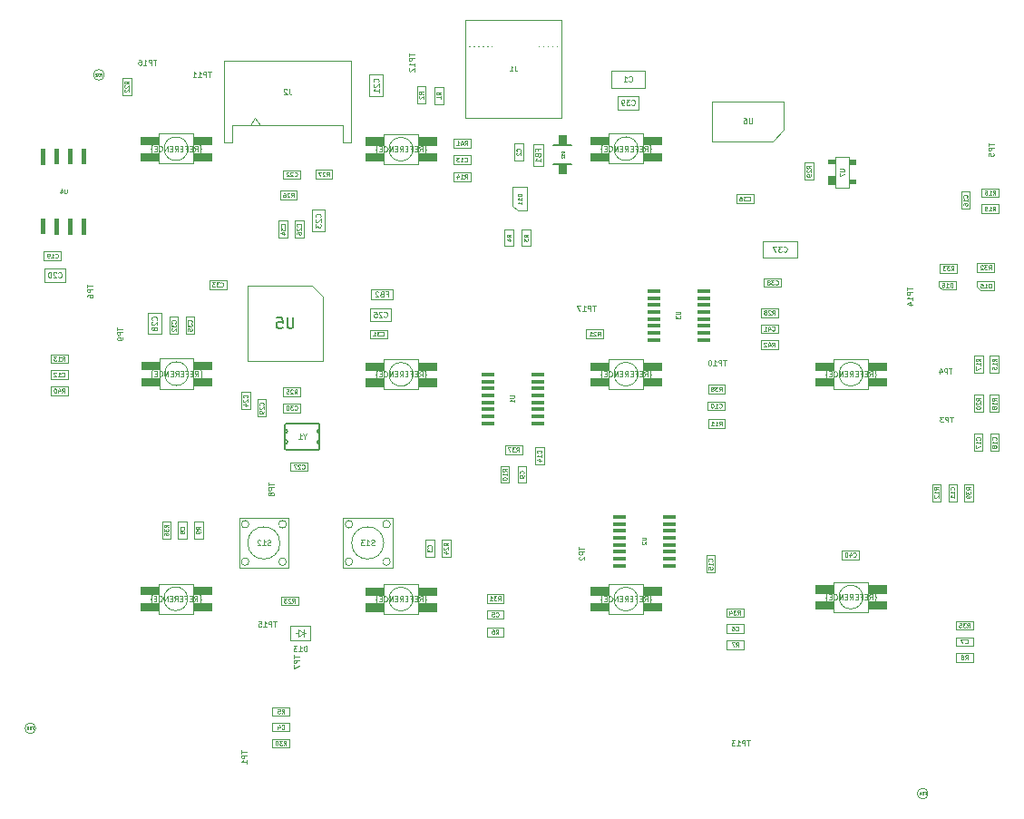
<source format=gbr>
G04 #@! TF.GenerationSoftware,KiCad,Pcbnew,8.0.7*
G04 #@! TF.CreationDate,2025-01-08T02:37:30+02:00*
G04 #@! TF.ProjectId,000018 PGKB,30303030-3138-4205-9047-4b422e6b6963,3.0*
G04 #@! TF.SameCoordinates,Original*
G04 #@! TF.FileFunction,AssemblyDrawing,Bot*
%FSLAX46Y46*%
G04 Gerber Fmt 4.6, Leading zero omitted, Abs format (unit mm)*
G04 Created by KiCad (PCBNEW 8.0.7) date 2025-01-08 02:37:30*
%MOMM*%
%LPD*%
G01*
G04 APERTURE LIST*
%ADD10C,0.060000*%
%ADD11C,0.080000*%
%ADD12C,0.100000*%
%ADD13C,0.040000*%
%ADD14C,0.062500*%
%ADD15C,0.125000*%
%ADD16C,0.120000*%
%ADD17C,0.150000*%
%ADD18C,0.127000*%
%ADD19C,0.000000*%
G04 APERTURE END LIST*
D10*
X113857142Y-126043832D02*
X113876190Y-126062880D01*
X113876190Y-126062880D02*
X113933332Y-126081927D01*
X113933332Y-126081927D02*
X113971428Y-126081927D01*
X113971428Y-126081927D02*
X114028571Y-126062880D01*
X114028571Y-126062880D02*
X114066666Y-126024784D01*
X114066666Y-126024784D02*
X114085713Y-125986689D01*
X114085713Y-125986689D02*
X114104761Y-125910499D01*
X114104761Y-125910499D02*
X114104761Y-125853356D01*
X114104761Y-125853356D02*
X114085713Y-125777165D01*
X114085713Y-125777165D02*
X114066666Y-125739070D01*
X114066666Y-125739070D02*
X114028571Y-125700975D01*
X114028571Y-125700975D02*
X113971428Y-125681927D01*
X113971428Y-125681927D02*
X113933332Y-125681927D01*
X113933332Y-125681927D02*
X113876190Y-125700975D01*
X113876190Y-125700975D02*
X113857142Y-125720022D01*
X113723809Y-125681927D02*
X113476190Y-125681927D01*
X113476190Y-125681927D02*
X113609523Y-125834308D01*
X113609523Y-125834308D02*
X113552380Y-125834308D01*
X113552380Y-125834308D02*
X113514285Y-125853356D01*
X113514285Y-125853356D02*
X113495237Y-125872403D01*
X113495237Y-125872403D02*
X113476190Y-125910499D01*
X113476190Y-125910499D02*
X113476190Y-126005737D01*
X113476190Y-126005737D02*
X113495237Y-126043832D01*
X113495237Y-126043832D02*
X113514285Y-126062880D01*
X113514285Y-126062880D02*
X113552380Y-126081927D01*
X113552380Y-126081927D02*
X113666666Y-126081927D01*
X113666666Y-126081927D02*
X113704761Y-126062880D01*
X113704761Y-126062880D02*
X113723809Y-126043832D01*
X113247619Y-125853356D02*
X113285714Y-125834308D01*
X113285714Y-125834308D02*
X113304761Y-125815260D01*
X113304761Y-125815260D02*
X113323809Y-125777165D01*
X113323809Y-125777165D02*
X113323809Y-125758118D01*
X113323809Y-125758118D02*
X113304761Y-125720022D01*
X113304761Y-125720022D02*
X113285714Y-125700975D01*
X113285714Y-125700975D02*
X113247619Y-125681927D01*
X113247619Y-125681927D02*
X113171428Y-125681927D01*
X113171428Y-125681927D02*
X113133333Y-125700975D01*
X113133333Y-125700975D02*
X113114285Y-125720022D01*
X113114285Y-125720022D02*
X113095238Y-125758118D01*
X113095238Y-125758118D02*
X113095238Y-125777165D01*
X113095238Y-125777165D02*
X113114285Y-125815260D01*
X113114285Y-125815260D02*
X113133333Y-125834308D01*
X113133333Y-125834308D02*
X113171428Y-125853356D01*
X113171428Y-125853356D02*
X113247619Y-125853356D01*
X113247619Y-125853356D02*
X113285714Y-125872403D01*
X113285714Y-125872403D02*
X113304761Y-125891451D01*
X113304761Y-125891451D02*
X113323809Y-125929546D01*
X113323809Y-125929546D02*
X113323809Y-126005737D01*
X113323809Y-126005737D02*
X113304761Y-126043832D01*
X113304761Y-126043832D02*
X113285714Y-126062880D01*
X113285714Y-126062880D02*
X113247619Y-126081927D01*
X113247619Y-126081927D02*
X113171428Y-126081927D01*
X113171428Y-126081927D02*
X113133333Y-126062880D01*
X113133333Y-126062880D02*
X113114285Y-126043832D01*
X113114285Y-126043832D02*
X113095238Y-126005737D01*
X113095238Y-126005737D02*
X113095238Y-125929546D01*
X113095238Y-125929546D02*
X113114285Y-125891451D01*
X113114285Y-125891451D02*
X113133333Y-125872403D01*
X113133333Y-125872403D02*
X113171428Y-125853356D01*
D11*
X64027149Y-169569048D02*
X64027149Y-169854762D01*
X64527149Y-169711905D02*
X64027149Y-169711905D01*
X64527149Y-170021428D02*
X64027149Y-170021428D01*
X64027149Y-170021428D02*
X64027149Y-170211904D01*
X64027149Y-170211904D02*
X64050959Y-170259523D01*
X64050959Y-170259523D02*
X64074768Y-170283333D01*
X64074768Y-170283333D02*
X64122387Y-170307142D01*
X64122387Y-170307142D02*
X64193816Y-170307142D01*
X64193816Y-170307142D02*
X64241435Y-170283333D01*
X64241435Y-170283333D02*
X64265244Y-170259523D01*
X64265244Y-170259523D02*
X64289054Y-170211904D01*
X64289054Y-170211904D02*
X64289054Y-170021428D01*
X64527149Y-170783333D02*
X64527149Y-170497619D01*
X64527149Y-170640476D02*
X64027149Y-170640476D01*
X64027149Y-170640476D02*
X64098578Y-170592857D01*
X64098578Y-170592857D02*
X64146197Y-170545238D01*
X64146197Y-170545238D02*
X64170006Y-170497619D01*
X61169046Y-106227149D02*
X60883332Y-106227149D01*
X61026189Y-106727149D02*
X61026189Y-106227149D01*
X60716666Y-106727149D02*
X60716666Y-106227149D01*
X60716666Y-106227149D02*
X60526190Y-106227149D01*
X60526190Y-106227149D02*
X60478571Y-106250959D01*
X60478571Y-106250959D02*
X60454761Y-106274768D01*
X60454761Y-106274768D02*
X60430952Y-106322387D01*
X60430952Y-106322387D02*
X60430952Y-106393816D01*
X60430952Y-106393816D02*
X60454761Y-106441435D01*
X60454761Y-106441435D02*
X60478571Y-106465244D01*
X60478571Y-106465244D02*
X60526190Y-106489054D01*
X60526190Y-106489054D02*
X60716666Y-106489054D01*
X59954761Y-106727149D02*
X60240475Y-106727149D01*
X60097618Y-106727149D02*
X60097618Y-106227149D01*
X60097618Y-106227149D02*
X60145237Y-106298578D01*
X60145237Y-106298578D02*
X60192856Y-106346197D01*
X60192856Y-106346197D02*
X60240475Y-106370006D01*
X59478571Y-106727149D02*
X59764285Y-106727149D01*
X59621428Y-106727149D02*
X59621428Y-106227149D01*
X59621428Y-106227149D02*
X59669047Y-106298578D01*
X59669047Y-106298578D02*
X59716666Y-106346197D01*
X59716666Y-106346197D02*
X59764285Y-106370006D01*
D10*
X77057142Y-130843832D02*
X77076190Y-130862880D01*
X77076190Y-130862880D02*
X77133332Y-130881927D01*
X77133332Y-130881927D02*
X77171428Y-130881927D01*
X77171428Y-130881927D02*
X77228571Y-130862880D01*
X77228571Y-130862880D02*
X77266666Y-130824784D01*
X77266666Y-130824784D02*
X77285713Y-130786689D01*
X77285713Y-130786689D02*
X77304761Y-130710499D01*
X77304761Y-130710499D02*
X77304761Y-130653356D01*
X77304761Y-130653356D02*
X77285713Y-130577165D01*
X77285713Y-130577165D02*
X77266666Y-130539070D01*
X77266666Y-130539070D02*
X77228571Y-130500975D01*
X77228571Y-130500975D02*
X77171428Y-130481927D01*
X77171428Y-130481927D02*
X77133332Y-130481927D01*
X77133332Y-130481927D02*
X77076190Y-130500975D01*
X77076190Y-130500975D02*
X77057142Y-130520022D01*
X76923809Y-130481927D02*
X76676190Y-130481927D01*
X76676190Y-130481927D02*
X76809523Y-130634308D01*
X76809523Y-130634308D02*
X76752380Y-130634308D01*
X76752380Y-130634308D02*
X76714285Y-130653356D01*
X76714285Y-130653356D02*
X76695237Y-130672403D01*
X76695237Y-130672403D02*
X76676190Y-130710499D01*
X76676190Y-130710499D02*
X76676190Y-130805737D01*
X76676190Y-130805737D02*
X76695237Y-130843832D01*
X76695237Y-130843832D02*
X76714285Y-130862880D01*
X76714285Y-130862880D02*
X76752380Y-130881927D01*
X76752380Y-130881927D02*
X76866666Y-130881927D01*
X76866666Y-130881927D02*
X76904761Y-130862880D01*
X76904761Y-130862880D02*
X76923809Y-130843832D01*
X76295238Y-130881927D02*
X76523809Y-130881927D01*
X76409523Y-130881927D02*
X76409523Y-130481927D01*
X76409523Y-130481927D02*
X76447619Y-130539070D01*
X76447619Y-130539070D02*
X76485714Y-130577165D01*
X76485714Y-130577165D02*
X76523809Y-130596213D01*
D12*
X101379847Y-149695238D02*
X101703657Y-149695238D01*
X101703657Y-149695238D02*
X101741752Y-149714285D01*
X101741752Y-149714285D02*
X101760800Y-149733333D01*
X101760800Y-149733333D02*
X101779847Y-149771428D01*
X101779847Y-149771428D02*
X101779847Y-149847619D01*
X101779847Y-149847619D02*
X101760800Y-149885714D01*
X101760800Y-149885714D02*
X101741752Y-149904761D01*
X101741752Y-149904761D02*
X101703657Y-149923809D01*
X101703657Y-149923809D02*
X101379847Y-149923809D01*
X101417942Y-150095238D02*
X101398895Y-150114286D01*
X101398895Y-150114286D02*
X101379847Y-150152381D01*
X101379847Y-150152381D02*
X101379847Y-150247619D01*
X101379847Y-150247619D02*
X101398895Y-150285714D01*
X101398895Y-150285714D02*
X101417942Y-150304762D01*
X101417942Y-150304762D02*
X101456038Y-150323809D01*
X101456038Y-150323809D02*
X101494133Y-150323809D01*
X101494133Y-150323809D02*
X101551276Y-150304762D01*
X101551276Y-150304762D02*
X101779847Y-150076190D01*
X101779847Y-150076190D02*
X101779847Y-150323809D01*
X111680952Y-110526109D02*
X111680952Y-110930871D01*
X111680952Y-110930871D02*
X111657142Y-110978490D01*
X111657142Y-110978490D02*
X111633333Y-111002300D01*
X111633333Y-111002300D02*
X111585714Y-111026109D01*
X111585714Y-111026109D02*
X111490476Y-111026109D01*
X111490476Y-111026109D02*
X111442857Y-111002300D01*
X111442857Y-111002300D02*
X111419047Y-110978490D01*
X111419047Y-110978490D02*
X111395238Y-110930871D01*
X111395238Y-110930871D02*
X111395238Y-110526109D01*
X110942856Y-110526109D02*
X111038094Y-110526109D01*
X111038094Y-110526109D02*
X111085713Y-110549919D01*
X111085713Y-110549919D02*
X111109523Y-110573728D01*
X111109523Y-110573728D02*
X111157142Y-110645157D01*
X111157142Y-110645157D02*
X111180951Y-110740395D01*
X111180951Y-110740395D02*
X111180951Y-110930871D01*
X111180951Y-110930871D02*
X111157142Y-110978490D01*
X111157142Y-110978490D02*
X111133332Y-111002300D01*
X111133332Y-111002300D02*
X111085713Y-111026109D01*
X111085713Y-111026109D02*
X110990475Y-111026109D01*
X110990475Y-111026109D02*
X110942856Y-111002300D01*
X110942856Y-111002300D02*
X110919047Y-110978490D01*
X110919047Y-110978490D02*
X110895237Y-110930871D01*
X110895237Y-110930871D02*
X110895237Y-110811823D01*
X110895237Y-110811823D02*
X110919047Y-110764204D01*
X110919047Y-110764204D02*
X110942856Y-110740395D01*
X110942856Y-110740395D02*
X110990475Y-110716585D01*
X110990475Y-110716585D02*
X111085713Y-110716585D01*
X111085713Y-110716585D02*
X111133332Y-110740395D01*
X111133332Y-110740395D02*
X111157142Y-110764204D01*
X111157142Y-110764204D02*
X111180951Y-110811823D01*
D10*
X90781927Y-121633333D02*
X90591451Y-121500000D01*
X90781927Y-121404762D02*
X90381927Y-121404762D01*
X90381927Y-121404762D02*
X90381927Y-121557143D01*
X90381927Y-121557143D02*
X90400975Y-121595238D01*
X90400975Y-121595238D02*
X90420022Y-121614285D01*
X90420022Y-121614285D02*
X90458118Y-121633333D01*
X90458118Y-121633333D02*
X90515260Y-121633333D01*
X90515260Y-121633333D02*
X90553356Y-121614285D01*
X90553356Y-121614285D02*
X90572403Y-121595238D01*
X90572403Y-121595238D02*
X90591451Y-121557143D01*
X90591451Y-121557143D02*
X90591451Y-121404762D01*
X90381927Y-121766666D02*
X90381927Y-122014285D01*
X90381927Y-122014285D02*
X90534308Y-121880952D01*
X90534308Y-121880952D02*
X90534308Y-121938095D01*
X90534308Y-121938095D02*
X90553356Y-121976190D01*
X90553356Y-121976190D02*
X90572403Y-121995238D01*
X90572403Y-121995238D02*
X90610499Y-122014285D01*
X90610499Y-122014285D02*
X90705737Y-122014285D01*
X90705737Y-122014285D02*
X90743832Y-121995238D01*
X90743832Y-121995238D02*
X90762880Y-121976190D01*
X90762880Y-121976190D02*
X90781927Y-121938095D01*
X90781927Y-121938095D02*
X90781927Y-121823809D01*
X90781927Y-121823809D02*
X90762880Y-121785714D01*
X90762880Y-121785714D02*
X90743832Y-121766666D01*
X108615423Y-139252787D02*
X108748756Y-139062311D01*
X108843994Y-139252787D02*
X108843994Y-138852787D01*
X108843994Y-138852787D02*
X108691613Y-138852787D01*
X108691613Y-138852787D02*
X108653518Y-138871835D01*
X108653518Y-138871835D02*
X108634471Y-138890882D01*
X108634471Y-138890882D02*
X108615423Y-138928978D01*
X108615423Y-138928978D02*
X108615423Y-138986120D01*
X108615423Y-138986120D02*
X108634471Y-139024216D01*
X108634471Y-139024216D02*
X108653518Y-139043263D01*
X108653518Y-139043263D02*
X108691613Y-139062311D01*
X108691613Y-139062311D02*
X108843994Y-139062311D01*
X108234471Y-139252787D02*
X108463042Y-139252787D01*
X108348756Y-139252787D02*
X108348756Y-138852787D01*
X108348756Y-138852787D02*
X108386852Y-138909930D01*
X108386852Y-138909930D02*
X108424947Y-138948025D01*
X108424947Y-138948025D02*
X108463042Y-138967073D01*
X107853519Y-139252787D02*
X108082090Y-139252787D01*
X107967804Y-139252787D02*
X107967804Y-138852787D01*
X107967804Y-138852787D02*
X108005900Y-138909930D01*
X108005900Y-138909930D02*
X108043995Y-138948025D01*
X108043995Y-138948025D02*
X108082090Y-138967073D01*
D11*
X79627149Y-104480953D02*
X79627149Y-104766667D01*
X80127149Y-104623810D02*
X79627149Y-104623810D01*
X80127149Y-104933333D02*
X79627149Y-104933333D01*
X79627149Y-104933333D02*
X79627149Y-105123809D01*
X79627149Y-105123809D02*
X79650959Y-105171428D01*
X79650959Y-105171428D02*
X79674768Y-105195238D01*
X79674768Y-105195238D02*
X79722387Y-105219047D01*
X79722387Y-105219047D02*
X79793816Y-105219047D01*
X79793816Y-105219047D02*
X79841435Y-105195238D01*
X79841435Y-105195238D02*
X79865244Y-105171428D01*
X79865244Y-105171428D02*
X79889054Y-105123809D01*
X79889054Y-105123809D02*
X79889054Y-104933333D01*
X80127149Y-105695238D02*
X80127149Y-105409524D01*
X80127149Y-105552381D02*
X79627149Y-105552381D01*
X79627149Y-105552381D02*
X79698578Y-105504762D01*
X79698578Y-105504762D02*
X79746197Y-105457143D01*
X79746197Y-105457143D02*
X79770006Y-105409524D01*
X79674768Y-105885714D02*
X79650959Y-105909523D01*
X79650959Y-105909523D02*
X79627149Y-105957142D01*
X79627149Y-105957142D02*
X79627149Y-106076190D01*
X79627149Y-106076190D02*
X79650959Y-106123809D01*
X79650959Y-106123809D02*
X79674768Y-106147618D01*
X79674768Y-106147618D02*
X79722387Y-106171428D01*
X79722387Y-106171428D02*
X79770006Y-106171428D01*
X79770006Y-106171428D02*
X79841435Y-106147618D01*
X79841435Y-106147618D02*
X80127149Y-105861904D01*
X80127149Y-105861904D02*
X80127149Y-106171428D01*
X49627149Y-126069048D02*
X49627149Y-126354762D01*
X50127149Y-126211905D02*
X49627149Y-126211905D01*
X50127149Y-126521428D02*
X49627149Y-126521428D01*
X49627149Y-126521428D02*
X49627149Y-126711904D01*
X49627149Y-126711904D02*
X49650959Y-126759523D01*
X49650959Y-126759523D02*
X49674768Y-126783333D01*
X49674768Y-126783333D02*
X49722387Y-126807142D01*
X49722387Y-126807142D02*
X49793816Y-126807142D01*
X49793816Y-126807142D02*
X49841435Y-126783333D01*
X49841435Y-126783333D02*
X49865244Y-126759523D01*
X49865244Y-126759523D02*
X49889054Y-126711904D01*
X49889054Y-126711904D02*
X49889054Y-126521428D01*
X49627149Y-127235714D02*
X49627149Y-127140476D01*
X49627149Y-127140476D02*
X49650959Y-127092857D01*
X49650959Y-127092857D02*
X49674768Y-127069047D01*
X49674768Y-127069047D02*
X49746197Y-127021428D01*
X49746197Y-127021428D02*
X49841435Y-126997619D01*
X49841435Y-126997619D02*
X50031911Y-126997619D01*
X50031911Y-126997619D02*
X50079530Y-127021428D01*
X50079530Y-127021428D02*
X50103340Y-127045238D01*
X50103340Y-127045238D02*
X50127149Y-127092857D01*
X50127149Y-127092857D02*
X50127149Y-127188095D01*
X50127149Y-127188095D02*
X50103340Y-127235714D01*
X50103340Y-127235714D02*
X50079530Y-127259523D01*
X50079530Y-127259523D02*
X50031911Y-127283333D01*
X50031911Y-127283333D02*
X49912863Y-127283333D01*
X49912863Y-127283333D02*
X49865244Y-127259523D01*
X49865244Y-127259523D02*
X49841435Y-127235714D01*
X49841435Y-127235714D02*
X49817625Y-127188095D01*
X49817625Y-127188095D02*
X49817625Y-127092857D01*
X49817625Y-127092857D02*
X49841435Y-127045238D01*
X49841435Y-127045238D02*
X49865244Y-127021428D01*
X49865244Y-127021428D02*
X49912863Y-126997619D01*
D10*
X129081927Y-145242857D02*
X128891451Y-145109524D01*
X129081927Y-145014286D02*
X128681927Y-145014286D01*
X128681927Y-145014286D02*
X128681927Y-145166667D01*
X128681927Y-145166667D02*
X128700975Y-145204762D01*
X128700975Y-145204762D02*
X128720022Y-145223809D01*
X128720022Y-145223809D02*
X128758118Y-145242857D01*
X128758118Y-145242857D02*
X128815260Y-145242857D01*
X128815260Y-145242857D02*
X128853356Y-145223809D01*
X128853356Y-145223809D02*
X128872403Y-145204762D01*
X128872403Y-145204762D02*
X128891451Y-145166667D01*
X128891451Y-145166667D02*
X128891451Y-145014286D01*
X129081927Y-145623809D02*
X129081927Y-145395238D01*
X129081927Y-145509524D02*
X128681927Y-145509524D01*
X128681927Y-145509524D02*
X128739070Y-145471428D01*
X128739070Y-145471428D02*
X128777165Y-145433333D01*
X128777165Y-145433333D02*
X128796213Y-145395238D01*
X128720022Y-145776190D02*
X128700975Y-145795238D01*
X128700975Y-145795238D02*
X128681927Y-145833333D01*
X128681927Y-145833333D02*
X128681927Y-145928571D01*
X128681927Y-145928571D02*
X128700975Y-145966666D01*
X128700975Y-145966666D02*
X128720022Y-145985714D01*
X128720022Y-145985714D02*
X128758118Y-146004761D01*
X128758118Y-146004761D02*
X128796213Y-146004761D01*
X128796213Y-146004761D02*
X128853356Y-145985714D01*
X128853356Y-145985714D02*
X129081927Y-145757142D01*
X129081927Y-145757142D02*
X129081927Y-146004761D01*
D12*
X102102380Y-134859085D02*
X102126189Y-134859085D01*
X102126189Y-134859085D02*
X102173808Y-134835276D01*
X102173808Y-134835276D02*
X102197618Y-134787657D01*
X102197618Y-134787657D02*
X102197618Y-134549561D01*
X102197618Y-134549561D02*
X102221427Y-134501942D01*
X102221427Y-134501942D02*
X102269046Y-134478133D01*
X102269046Y-134478133D02*
X102221427Y-134454323D01*
X102221427Y-134454323D02*
X102197618Y-134406704D01*
X102197618Y-134406704D02*
X102197618Y-134168609D01*
X102197618Y-134168609D02*
X102173808Y-134120990D01*
X102173808Y-134120990D02*
X102126189Y-134097180D01*
X102126189Y-134097180D02*
X102102380Y-134097180D01*
X101626190Y-134668609D02*
X101792856Y-134430514D01*
X101911904Y-134668609D02*
X101911904Y-134168609D01*
X101911904Y-134168609D02*
X101721428Y-134168609D01*
X101721428Y-134168609D02*
X101673809Y-134192419D01*
X101673809Y-134192419D02*
X101649999Y-134216228D01*
X101649999Y-134216228D02*
X101626190Y-134263847D01*
X101626190Y-134263847D02*
X101626190Y-134335276D01*
X101626190Y-134335276D02*
X101649999Y-134382895D01*
X101649999Y-134382895D02*
X101673809Y-134406704D01*
X101673809Y-134406704D02*
X101721428Y-134430514D01*
X101721428Y-134430514D02*
X101911904Y-134430514D01*
X101411904Y-134406704D02*
X101245237Y-134406704D01*
X101173809Y-134668609D02*
X101411904Y-134668609D01*
X101411904Y-134668609D02*
X101411904Y-134168609D01*
X101411904Y-134168609D02*
X101173809Y-134168609D01*
X100792856Y-134406704D02*
X100959523Y-134406704D01*
X100959523Y-134668609D02*
X100959523Y-134168609D01*
X100959523Y-134168609D02*
X100721428Y-134168609D01*
X100530952Y-134406704D02*
X100364285Y-134406704D01*
X100292857Y-134668609D02*
X100530952Y-134668609D01*
X100530952Y-134668609D02*
X100530952Y-134168609D01*
X100530952Y-134168609D02*
X100292857Y-134168609D01*
X99792857Y-134668609D02*
X99959523Y-134430514D01*
X100078571Y-134668609D02*
X100078571Y-134168609D01*
X100078571Y-134168609D02*
X99888095Y-134168609D01*
X99888095Y-134168609D02*
X99840476Y-134192419D01*
X99840476Y-134192419D02*
X99816666Y-134216228D01*
X99816666Y-134216228D02*
X99792857Y-134263847D01*
X99792857Y-134263847D02*
X99792857Y-134335276D01*
X99792857Y-134335276D02*
X99816666Y-134382895D01*
X99816666Y-134382895D02*
X99840476Y-134406704D01*
X99840476Y-134406704D02*
X99888095Y-134430514D01*
X99888095Y-134430514D02*
X100078571Y-134430514D01*
X99578571Y-134406704D02*
X99411904Y-134406704D01*
X99340476Y-134668609D02*
X99578571Y-134668609D01*
X99578571Y-134668609D02*
X99578571Y-134168609D01*
X99578571Y-134168609D02*
X99340476Y-134168609D01*
X99126190Y-134668609D02*
X99126190Y-134168609D01*
X99126190Y-134168609D02*
X98840476Y-134668609D01*
X98840476Y-134668609D02*
X98840476Y-134168609D01*
X98316666Y-134620990D02*
X98340475Y-134644800D01*
X98340475Y-134644800D02*
X98411904Y-134668609D01*
X98411904Y-134668609D02*
X98459523Y-134668609D01*
X98459523Y-134668609D02*
X98530951Y-134644800D01*
X98530951Y-134644800D02*
X98578570Y-134597180D01*
X98578570Y-134597180D02*
X98602380Y-134549561D01*
X98602380Y-134549561D02*
X98626189Y-134454323D01*
X98626189Y-134454323D02*
X98626189Y-134382895D01*
X98626189Y-134382895D02*
X98602380Y-134287657D01*
X98602380Y-134287657D02*
X98578570Y-134240038D01*
X98578570Y-134240038D02*
X98530951Y-134192419D01*
X98530951Y-134192419D02*
X98459523Y-134168609D01*
X98459523Y-134168609D02*
X98411904Y-134168609D01*
X98411904Y-134168609D02*
X98340475Y-134192419D01*
X98340475Y-134192419D02*
X98316666Y-134216228D01*
X98102380Y-134406704D02*
X97935713Y-134406704D01*
X97864285Y-134668609D02*
X98102380Y-134668609D01*
X98102380Y-134668609D02*
X98102380Y-134168609D01*
X98102380Y-134168609D02*
X97864285Y-134168609D01*
X97697618Y-134859085D02*
X97673808Y-134859085D01*
X97673808Y-134859085D02*
X97626189Y-134835276D01*
X97626189Y-134835276D02*
X97602380Y-134787657D01*
X97602380Y-134787657D02*
X97602380Y-134549561D01*
X97602380Y-134549561D02*
X97578570Y-134501942D01*
X97578570Y-134501942D02*
X97530951Y-134478133D01*
X97530951Y-134478133D02*
X97578570Y-134454323D01*
X97578570Y-134454323D02*
X97602380Y-134406704D01*
X97602380Y-134406704D02*
X97602380Y-134168609D01*
X97602380Y-134168609D02*
X97626189Y-134120990D01*
X97626189Y-134120990D02*
X97673808Y-134097180D01*
X97673808Y-134097180D02*
X97697618Y-134097180D01*
D10*
X133985713Y-126381927D02*
X133985713Y-125981927D01*
X133985713Y-125981927D02*
X133890475Y-125981927D01*
X133890475Y-125981927D02*
X133833332Y-126000975D01*
X133833332Y-126000975D02*
X133795237Y-126039070D01*
X133795237Y-126039070D02*
X133776190Y-126077165D01*
X133776190Y-126077165D02*
X133757142Y-126153356D01*
X133757142Y-126153356D02*
X133757142Y-126210499D01*
X133757142Y-126210499D02*
X133776190Y-126286689D01*
X133776190Y-126286689D02*
X133795237Y-126324784D01*
X133795237Y-126324784D02*
X133833332Y-126362880D01*
X133833332Y-126362880D02*
X133890475Y-126381927D01*
X133890475Y-126381927D02*
X133985713Y-126381927D01*
X133376190Y-126381927D02*
X133604761Y-126381927D01*
X133490475Y-126381927D02*
X133490475Y-125981927D01*
X133490475Y-125981927D02*
X133528571Y-126039070D01*
X133528571Y-126039070D02*
X133566666Y-126077165D01*
X133566666Y-126077165D02*
X133604761Y-126096213D01*
X133014285Y-125981927D02*
X133204761Y-125981927D01*
X133204761Y-125981927D02*
X133223809Y-126172403D01*
X133223809Y-126172403D02*
X133204761Y-126153356D01*
X133204761Y-126153356D02*
X133166666Y-126134308D01*
X133166666Y-126134308D02*
X133071428Y-126134308D01*
X133071428Y-126134308D02*
X133033333Y-126153356D01*
X133033333Y-126153356D02*
X133014285Y-126172403D01*
X133014285Y-126172403D02*
X132995238Y-126210499D01*
X132995238Y-126210499D02*
X132995238Y-126305737D01*
X132995238Y-126305737D02*
X133014285Y-126343832D01*
X133014285Y-126343832D02*
X133033333Y-126362880D01*
X133033333Y-126362880D02*
X133071428Y-126381927D01*
X133071428Y-126381927D02*
X133166666Y-126381927D01*
X133166666Y-126381927D02*
X133204761Y-126362880D01*
X133204761Y-126362880D02*
X133223809Y-126343832D01*
X84857142Y-116181927D02*
X84990475Y-115991451D01*
X85085713Y-116181927D02*
X85085713Y-115781927D01*
X85085713Y-115781927D02*
X84933332Y-115781927D01*
X84933332Y-115781927D02*
X84895237Y-115800975D01*
X84895237Y-115800975D02*
X84876190Y-115820022D01*
X84876190Y-115820022D02*
X84857142Y-115858118D01*
X84857142Y-115858118D02*
X84857142Y-115915260D01*
X84857142Y-115915260D02*
X84876190Y-115953356D01*
X84876190Y-115953356D02*
X84895237Y-115972403D01*
X84895237Y-115972403D02*
X84933332Y-115991451D01*
X84933332Y-115991451D02*
X85085713Y-115991451D01*
X84476190Y-116181927D02*
X84704761Y-116181927D01*
X84590475Y-116181927D02*
X84590475Y-115781927D01*
X84590475Y-115781927D02*
X84628571Y-115839070D01*
X84628571Y-115839070D02*
X84666666Y-115877165D01*
X84666666Y-115877165D02*
X84704761Y-115896213D01*
X84133333Y-115915260D02*
X84133333Y-116181927D01*
X84228571Y-115762880D02*
X84323809Y-116048594D01*
X84323809Y-116048594D02*
X84076190Y-116048594D01*
X121124425Y-151464547D02*
X121143473Y-151483595D01*
X121143473Y-151483595D02*
X121200615Y-151502642D01*
X121200615Y-151502642D02*
X121238711Y-151502642D01*
X121238711Y-151502642D02*
X121295854Y-151483595D01*
X121295854Y-151483595D02*
X121333949Y-151445499D01*
X121333949Y-151445499D02*
X121352996Y-151407404D01*
X121352996Y-151407404D02*
X121372044Y-151331214D01*
X121372044Y-151331214D02*
X121372044Y-151274071D01*
X121372044Y-151274071D02*
X121352996Y-151197880D01*
X121352996Y-151197880D02*
X121333949Y-151159785D01*
X121333949Y-151159785D02*
X121295854Y-151121690D01*
X121295854Y-151121690D02*
X121238711Y-151102642D01*
X121238711Y-151102642D02*
X121200615Y-151102642D01*
X121200615Y-151102642D02*
X121143473Y-151121690D01*
X121143473Y-151121690D02*
X121124425Y-151140737D01*
X120781568Y-151235975D02*
X120781568Y-151502642D01*
X120876806Y-151083595D02*
X120972044Y-151369309D01*
X120972044Y-151369309D02*
X120724425Y-151369309D01*
X120495854Y-151102642D02*
X120457759Y-151102642D01*
X120457759Y-151102642D02*
X120419663Y-151121690D01*
X120419663Y-151121690D02*
X120400616Y-151140737D01*
X120400616Y-151140737D02*
X120381568Y-151178833D01*
X120381568Y-151178833D02*
X120362521Y-151255023D01*
X120362521Y-151255023D02*
X120362521Y-151350261D01*
X120362521Y-151350261D02*
X120381568Y-151426452D01*
X120381568Y-151426452D02*
X120400616Y-151464547D01*
X120400616Y-151464547D02*
X120419663Y-151483595D01*
X120419663Y-151483595D02*
X120457759Y-151502642D01*
X120457759Y-151502642D02*
X120495854Y-151502642D01*
X120495854Y-151502642D02*
X120533949Y-151483595D01*
X120533949Y-151483595D02*
X120552997Y-151464547D01*
X120552997Y-151464547D02*
X120572044Y-151426452D01*
X120572044Y-151426452D02*
X120591092Y-151350261D01*
X120591092Y-151350261D02*
X120591092Y-151255023D01*
X120591092Y-151255023D02*
X120572044Y-151178833D01*
X120572044Y-151178833D02*
X120552997Y-151140737D01*
X120552997Y-151140737D02*
X120533949Y-151121690D01*
X120533949Y-151121690D02*
X120495854Y-151102642D01*
X80981927Y-108333333D02*
X80791451Y-108200000D01*
X80981927Y-108104762D02*
X80581927Y-108104762D01*
X80581927Y-108104762D02*
X80581927Y-108257143D01*
X80581927Y-108257143D02*
X80600975Y-108295238D01*
X80600975Y-108295238D02*
X80620022Y-108314285D01*
X80620022Y-108314285D02*
X80658118Y-108333333D01*
X80658118Y-108333333D02*
X80715260Y-108333333D01*
X80715260Y-108333333D02*
X80753356Y-108314285D01*
X80753356Y-108314285D02*
X80772403Y-108295238D01*
X80772403Y-108295238D02*
X80791451Y-108257143D01*
X80791451Y-108257143D02*
X80791451Y-108104762D01*
X80620022Y-108485714D02*
X80600975Y-108504762D01*
X80600975Y-108504762D02*
X80581927Y-108542857D01*
X80581927Y-108542857D02*
X80581927Y-108638095D01*
X80581927Y-108638095D02*
X80600975Y-108676190D01*
X80600975Y-108676190D02*
X80620022Y-108695238D01*
X80620022Y-108695238D02*
X80658118Y-108714285D01*
X80658118Y-108714285D02*
X80696213Y-108714285D01*
X80696213Y-108714285D02*
X80753356Y-108695238D01*
X80753356Y-108695238D02*
X80981927Y-108466666D01*
X80981927Y-108466666D02*
X80981927Y-108714285D01*
D11*
X67269046Y-157527149D02*
X66983332Y-157527149D01*
X67126189Y-158027149D02*
X67126189Y-157527149D01*
X66816666Y-158027149D02*
X66816666Y-157527149D01*
X66816666Y-157527149D02*
X66626190Y-157527149D01*
X66626190Y-157527149D02*
X66578571Y-157550959D01*
X66578571Y-157550959D02*
X66554761Y-157574768D01*
X66554761Y-157574768D02*
X66530952Y-157622387D01*
X66530952Y-157622387D02*
X66530952Y-157693816D01*
X66530952Y-157693816D02*
X66554761Y-157741435D01*
X66554761Y-157741435D02*
X66578571Y-157765244D01*
X66578571Y-157765244D02*
X66626190Y-157789054D01*
X66626190Y-157789054D02*
X66816666Y-157789054D01*
X66054761Y-158027149D02*
X66340475Y-158027149D01*
X66197618Y-158027149D02*
X66197618Y-157527149D01*
X66197618Y-157527149D02*
X66245237Y-157598578D01*
X66245237Y-157598578D02*
X66292856Y-157646197D01*
X66292856Y-157646197D02*
X66340475Y-157670006D01*
X65602381Y-157527149D02*
X65840476Y-157527149D01*
X65840476Y-157527149D02*
X65864285Y-157765244D01*
X65864285Y-157765244D02*
X65840476Y-157741435D01*
X65840476Y-157741435D02*
X65792857Y-157717625D01*
X65792857Y-157717625D02*
X65673809Y-157717625D01*
X65673809Y-157717625D02*
X65626190Y-157741435D01*
X65626190Y-157741435D02*
X65602381Y-157765244D01*
X65602381Y-157765244D02*
X65578571Y-157812863D01*
X65578571Y-157812863D02*
X65578571Y-157931911D01*
X65578571Y-157931911D02*
X65602381Y-157979530D01*
X65602381Y-157979530D02*
X65626190Y-158003340D01*
X65626190Y-158003340D02*
X65673809Y-158027149D01*
X65673809Y-158027149D02*
X65792857Y-158027149D01*
X65792857Y-158027149D02*
X65840476Y-158003340D01*
X65840476Y-158003340D02*
X65864285Y-157979530D01*
D10*
X62057142Y-126243832D02*
X62076190Y-126262880D01*
X62076190Y-126262880D02*
X62133332Y-126281927D01*
X62133332Y-126281927D02*
X62171428Y-126281927D01*
X62171428Y-126281927D02*
X62228571Y-126262880D01*
X62228571Y-126262880D02*
X62266666Y-126224784D01*
X62266666Y-126224784D02*
X62285713Y-126186689D01*
X62285713Y-126186689D02*
X62304761Y-126110499D01*
X62304761Y-126110499D02*
X62304761Y-126053356D01*
X62304761Y-126053356D02*
X62285713Y-125977165D01*
X62285713Y-125977165D02*
X62266666Y-125939070D01*
X62266666Y-125939070D02*
X62228571Y-125900975D01*
X62228571Y-125900975D02*
X62171428Y-125881927D01*
X62171428Y-125881927D02*
X62133332Y-125881927D01*
X62133332Y-125881927D02*
X62076190Y-125900975D01*
X62076190Y-125900975D02*
X62057142Y-125920022D01*
X61923809Y-125881927D02*
X61676190Y-125881927D01*
X61676190Y-125881927D02*
X61809523Y-126034308D01*
X61809523Y-126034308D02*
X61752380Y-126034308D01*
X61752380Y-126034308D02*
X61714285Y-126053356D01*
X61714285Y-126053356D02*
X61695237Y-126072403D01*
X61695237Y-126072403D02*
X61676190Y-126110499D01*
X61676190Y-126110499D02*
X61676190Y-126205737D01*
X61676190Y-126205737D02*
X61695237Y-126243832D01*
X61695237Y-126243832D02*
X61714285Y-126262880D01*
X61714285Y-126262880D02*
X61752380Y-126281927D01*
X61752380Y-126281927D02*
X61866666Y-126281927D01*
X61866666Y-126281927D02*
X61904761Y-126262880D01*
X61904761Y-126262880D02*
X61923809Y-126243832D01*
X61542857Y-125881927D02*
X61295238Y-125881927D01*
X61295238Y-125881927D02*
X61428571Y-126034308D01*
X61428571Y-126034308D02*
X61371428Y-126034308D01*
X61371428Y-126034308D02*
X61333333Y-126053356D01*
X61333333Y-126053356D02*
X61314285Y-126072403D01*
X61314285Y-126072403D02*
X61295238Y-126110499D01*
X61295238Y-126110499D02*
X61295238Y-126205737D01*
X61295238Y-126205737D02*
X61314285Y-126243832D01*
X61314285Y-126243832D02*
X61333333Y-126262880D01*
X61333333Y-126262880D02*
X61371428Y-126281927D01*
X61371428Y-126281927D02*
X61485714Y-126281927D01*
X61485714Y-126281927D02*
X61523809Y-126262880D01*
X61523809Y-126262880D02*
X61542857Y-126243832D01*
X59343832Y-129642857D02*
X59362880Y-129623809D01*
X59362880Y-129623809D02*
X59381927Y-129566667D01*
X59381927Y-129566667D02*
X59381927Y-129528571D01*
X59381927Y-129528571D02*
X59362880Y-129471428D01*
X59362880Y-129471428D02*
X59324784Y-129433333D01*
X59324784Y-129433333D02*
X59286689Y-129414286D01*
X59286689Y-129414286D02*
X59210499Y-129395238D01*
X59210499Y-129395238D02*
X59153356Y-129395238D01*
X59153356Y-129395238D02*
X59077165Y-129414286D01*
X59077165Y-129414286D02*
X59039070Y-129433333D01*
X59039070Y-129433333D02*
X59000975Y-129471428D01*
X59000975Y-129471428D02*
X58981927Y-129528571D01*
X58981927Y-129528571D02*
X58981927Y-129566667D01*
X58981927Y-129566667D02*
X59000975Y-129623809D01*
X59000975Y-129623809D02*
X59020022Y-129642857D01*
X58981927Y-129776190D02*
X58981927Y-130023809D01*
X58981927Y-130023809D02*
X59134308Y-129890476D01*
X59134308Y-129890476D02*
X59134308Y-129947619D01*
X59134308Y-129947619D02*
X59153356Y-129985714D01*
X59153356Y-129985714D02*
X59172403Y-130004762D01*
X59172403Y-130004762D02*
X59210499Y-130023809D01*
X59210499Y-130023809D02*
X59305737Y-130023809D01*
X59305737Y-130023809D02*
X59343832Y-130004762D01*
X59343832Y-130004762D02*
X59362880Y-129985714D01*
X59362880Y-129985714D02*
X59381927Y-129947619D01*
X59381927Y-129947619D02*
X59381927Y-129833333D01*
X59381927Y-129833333D02*
X59362880Y-129795238D01*
X59362880Y-129795238D02*
X59343832Y-129776190D01*
X58981927Y-130385714D02*
X58981927Y-130195238D01*
X58981927Y-130195238D02*
X59172403Y-130176190D01*
X59172403Y-130176190D02*
X59153356Y-130195238D01*
X59153356Y-130195238D02*
X59134308Y-130233333D01*
X59134308Y-130233333D02*
X59134308Y-130328571D01*
X59134308Y-130328571D02*
X59153356Y-130366666D01*
X59153356Y-130366666D02*
X59172403Y-130385714D01*
X59172403Y-130385714D02*
X59210499Y-130404761D01*
X59210499Y-130404761D02*
X59305737Y-130404761D01*
X59305737Y-130404761D02*
X59343832Y-130385714D01*
X59343832Y-130385714D02*
X59362880Y-130366666D01*
X59362880Y-130366666D02*
X59381927Y-130328571D01*
X59381927Y-130328571D02*
X59381927Y-130233333D01*
X59381927Y-130233333D02*
X59362880Y-130195238D01*
X59362880Y-130195238D02*
X59343832Y-130176190D01*
X130391427Y-126331783D02*
X130391427Y-125931783D01*
X130391427Y-125931783D02*
X130296189Y-125931783D01*
X130296189Y-125931783D02*
X130239046Y-125950831D01*
X130239046Y-125950831D02*
X130200951Y-125988926D01*
X130200951Y-125988926D02*
X130181904Y-126027021D01*
X130181904Y-126027021D02*
X130162856Y-126103212D01*
X130162856Y-126103212D02*
X130162856Y-126160355D01*
X130162856Y-126160355D02*
X130181904Y-126236545D01*
X130181904Y-126236545D02*
X130200951Y-126274640D01*
X130200951Y-126274640D02*
X130239046Y-126312736D01*
X130239046Y-126312736D02*
X130296189Y-126331783D01*
X130296189Y-126331783D02*
X130391427Y-126331783D01*
X129781904Y-126331783D02*
X130010475Y-126331783D01*
X129896189Y-126331783D02*
X129896189Y-125931783D01*
X129896189Y-125931783D02*
X129934285Y-125988926D01*
X129934285Y-125988926D02*
X129972380Y-126027021D01*
X129972380Y-126027021D02*
X130010475Y-126046069D01*
X129439047Y-125931783D02*
X129515237Y-125931783D01*
X129515237Y-125931783D02*
X129553333Y-125950831D01*
X129553333Y-125950831D02*
X129572380Y-125969878D01*
X129572380Y-125969878D02*
X129610475Y-126027021D01*
X129610475Y-126027021D02*
X129629523Y-126103212D01*
X129629523Y-126103212D02*
X129629523Y-126255593D01*
X129629523Y-126255593D02*
X129610475Y-126293688D01*
X129610475Y-126293688D02*
X129591428Y-126312736D01*
X129591428Y-126312736D02*
X129553333Y-126331783D01*
X129553333Y-126331783D02*
X129477142Y-126331783D01*
X129477142Y-126331783D02*
X129439047Y-126312736D01*
X129439047Y-126312736D02*
X129419999Y-126293688D01*
X129419999Y-126293688D02*
X129400952Y-126255593D01*
X129400952Y-126255593D02*
X129400952Y-126160355D01*
X129400952Y-126160355D02*
X129419999Y-126122259D01*
X129419999Y-126122259D02*
X129439047Y-126103212D01*
X129439047Y-126103212D02*
X129477142Y-126084164D01*
X129477142Y-126084164D02*
X129553333Y-126084164D01*
X129553333Y-126084164D02*
X129591428Y-126103212D01*
X129591428Y-126103212D02*
X129610475Y-126122259D01*
X129610475Y-126122259D02*
X129629523Y-126160355D01*
X90343832Y-143733333D02*
X90362880Y-143714285D01*
X90362880Y-143714285D02*
X90381927Y-143657143D01*
X90381927Y-143657143D02*
X90381927Y-143619047D01*
X90381927Y-143619047D02*
X90362880Y-143561904D01*
X90362880Y-143561904D02*
X90324784Y-143523809D01*
X90324784Y-143523809D02*
X90286689Y-143504762D01*
X90286689Y-143504762D02*
X90210499Y-143485714D01*
X90210499Y-143485714D02*
X90153356Y-143485714D01*
X90153356Y-143485714D02*
X90077165Y-143504762D01*
X90077165Y-143504762D02*
X90039070Y-143523809D01*
X90039070Y-143523809D02*
X90000975Y-143561904D01*
X90000975Y-143561904D02*
X89981927Y-143619047D01*
X89981927Y-143619047D02*
X89981927Y-143657143D01*
X89981927Y-143657143D02*
X90000975Y-143714285D01*
X90000975Y-143714285D02*
X90020022Y-143733333D01*
X90381927Y-143923809D02*
X90381927Y-144000000D01*
X90381927Y-144000000D02*
X90362880Y-144038095D01*
X90362880Y-144038095D02*
X90343832Y-144057143D01*
X90343832Y-144057143D02*
X90286689Y-144095238D01*
X90286689Y-144095238D02*
X90210499Y-144114285D01*
X90210499Y-144114285D02*
X90058118Y-144114285D01*
X90058118Y-144114285D02*
X90020022Y-144095238D01*
X90020022Y-144095238D02*
X90000975Y-144076190D01*
X90000975Y-144076190D02*
X89981927Y-144038095D01*
X89981927Y-144038095D02*
X89981927Y-143961904D01*
X89981927Y-143961904D02*
X90000975Y-143923809D01*
X90000975Y-143923809D02*
X90020022Y-143904762D01*
X90020022Y-143904762D02*
X90058118Y-143885714D01*
X90058118Y-143885714D02*
X90153356Y-143885714D01*
X90153356Y-143885714D02*
X90191451Y-143904762D01*
X90191451Y-143904762D02*
X90210499Y-143923809D01*
X90210499Y-143923809D02*
X90229546Y-143961904D01*
X90229546Y-143961904D02*
X90229546Y-144038095D01*
X90229546Y-144038095D02*
X90210499Y-144076190D01*
X90210499Y-144076190D02*
X90191451Y-144095238D01*
X90191451Y-144095238D02*
X90153356Y-144114285D01*
X132081927Y-145242857D02*
X131891451Y-145109524D01*
X132081927Y-145014286D02*
X131681927Y-145014286D01*
X131681927Y-145014286D02*
X131681927Y-145166667D01*
X131681927Y-145166667D02*
X131700975Y-145204762D01*
X131700975Y-145204762D02*
X131720022Y-145223809D01*
X131720022Y-145223809D02*
X131758118Y-145242857D01*
X131758118Y-145242857D02*
X131815260Y-145242857D01*
X131815260Y-145242857D02*
X131853356Y-145223809D01*
X131853356Y-145223809D02*
X131872403Y-145204762D01*
X131872403Y-145204762D02*
X131891451Y-145166667D01*
X131891451Y-145166667D02*
X131891451Y-145014286D01*
X131681927Y-145376190D02*
X131681927Y-145623809D01*
X131681927Y-145623809D02*
X131834308Y-145490476D01*
X131834308Y-145490476D02*
X131834308Y-145547619D01*
X131834308Y-145547619D02*
X131853356Y-145585714D01*
X131853356Y-145585714D02*
X131872403Y-145604762D01*
X131872403Y-145604762D02*
X131910499Y-145623809D01*
X131910499Y-145623809D02*
X132005737Y-145623809D01*
X132005737Y-145623809D02*
X132043832Y-145604762D01*
X132043832Y-145604762D02*
X132062880Y-145585714D01*
X132062880Y-145585714D02*
X132081927Y-145547619D01*
X132081927Y-145547619D02*
X132081927Y-145433333D01*
X132081927Y-145433333D02*
X132062880Y-145395238D01*
X132062880Y-145395238D02*
X132043832Y-145376190D01*
X132081927Y-145814285D02*
X132081927Y-145890476D01*
X132081927Y-145890476D02*
X132062880Y-145928571D01*
X132062880Y-145928571D02*
X132043832Y-145947619D01*
X132043832Y-145947619D02*
X131986689Y-145985714D01*
X131986689Y-145985714D02*
X131910499Y-146004761D01*
X131910499Y-146004761D02*
X131758118Y-146004761D01*
X131758118Y-146004761D02*
X131720022Y-145985714D01*
X131720022Y-145985714D02*
X131700975Y-145966666D01*
X131700975Y-145966666D02*
X131681927Y-145928571D01*
X131681927Y-145928571D02*
X131681927Y-145852380D01*
X131681927Y-145852380D02*
X131700975Y-145814285D01*
X131700975Y-145814285D02*
X131720022Y-145795238D01*
X131720022Y-145795238D02*
X131758118Y-145776190D01*
X131758118Y-145776190D02*
X131853356Y-145776190D01*
X131853356Y-145776190D02*
X131891451Y-145795238D01*
X131891451Y-145795238D02*
X131910499Y-145814285D01*
X131910499Y-145814285D02*
X131929546Y-145852380D01*
X131929546Y-145852380D02*
X131929546Y-145928571D01*
X131929546Y-145928571D02*
X131910499Y-145966666D01*
X131910499Y-145966666D02*
X131891451Y-145985714D01*
X131891451Y-145985714D02*
X131853356Y-146004761D01*
X67766666Y-166117068D02*
X67899999Y-165926592D01*
X67995237Y-166117068D02*
X67995237Y-165717068D01*
X67995237Y-165717068D02*
X67842856Y-165717068D01*
X67842856Y-165717068D02*
X67804761Y-165736116D01*
X67804761Y-165736116D02*
X67785714Y-165755163D01*
X67785714Y-165755163D02*
X67766666Y-165793259D01*
X67766666Y-165793259D02*
X67766666Y-165850401D01*
X67766666Y-165850401D02*
X67785714Y-165888497D01*
X67785714Y-165888497D02*
X67804761Y-165907544D01*
X67804761Y-165907544D02*
X67842856Y-165926592D01*
X67842856Y-165926592D02*
X67995237Y-165926592D01*
X67404761Y-165717068D02*
X67595237Y-165717068D01*
X67595237Y-165717068D02*
X67614285Y-165907544D01*
X67614285Y-165907544D02*
X67595237Y-165888497D01*
X67595237Y-165888497D02*
X67557142Y-165869449D01*
X67557142Y-165869449D02*
X67461904Y-165869449D01*
X67461904Y-165869449D02*
X67423809Y-165888497D01*
X67423809Y-165888497D02*
X67404761Y-165907544D01*
X67404761Y-165907544D02*
X67385714Y-165945640D01*
X67385714Y-165945640D02*
X67385714Y-166040878D01*
X67385714Y-166040878D02*
X67404761Y-166078973D01*
X67404761Y-166078973D02*
X67423809Y-166098021D01*
X67423809Y-166098021D02*
X67461904Y-166117068D01*
X67461904Y-166117068D02*
X67557142Y-166117068D01*
X67557142Y-166117068D02*
X67595237Y-166098021D01*
X67595237Y-166098021D02*
X67614285Y-166078973D01*
D12*
X60076229Y-155831349D02*
X60100038Y-155831349D01*
X60100038Y-155831349D02*
X60147657Y-155807540D01*
X60147657Y-155807540D02*
X60171467Y-155759921D01*
X60171467Y-155759921D02*
X60171467Y-155521825D01*
X60171467Y-155521825D02*
X60195276Y-155474206D01*
X60195276Y-155474206D02*
X60242895Y-155450397D01*
X60242895Y-155450397D02*
X60195276Y-155426587D01*
X60195276Y-155426587D02*
X60171467Y-155378968D01*
X60171467Y-155378968D02*
X60171467Y-155140873D01*
X60171467Y-155140873D02*
X60147657Y-155093254D01*
X60147657Y-155093254D02*
X60100038Y-155069444D01*
X60100038Y-155069444D02*
X60076229Y-155069444D01*
X59600039Y-155640873D02*
X59766705Y-155402778D01*
X59885753Y-155640873D02*
X59885753Y-155140873D01*
X59885753Y-155140873D02*
X59695277Y-155140873D01*
X59695277Y-155140873D02*
X59647658Y-155164683D01*
X59647658Y-155164683D02*
X59623848Y-155188492D01*
X59623848Y-155188492D02*
X59600039Y-155236111D01*
X59600039Y-155236111D02*
X59600039Y-155307540D01*
X59600039Y-155307540D02*
X59623848Y-155355159D01*
X59623848Y-155355159D02*
X59647658Y-155378968D01*
X59647658Y-155378968D02*
X59695277Y-155402778D01*
X59695277Y-155402778D02*
X59885753Y-155402778D01*
X59385753Y-155378968D02*
X59219086Y-155378968D01*
X59147658Y-155640873D02*
X59385753Y-155640873D01*
X59385753Y-155640873D02*
X59385753Y-155140873D01*
X59385753Y-155140873D02*
X59147658Y-155140873D01*
X58766705Y-155378968D02*
X58933372Y-155378968D01*
X58933372Y-155640873D02*
X58933372Y-155140873D01*
X58933372Y-155140873D02*
X58695277Y-155140873D01*
X58504801Y-155378968D02*
X58338134Y-155378968D01*
X58266706Y-155640873D02*
X58504801Y-155640873D01*
X58504801Y-155640873D02*
X58504801Y-155140873D01*
X58504801Y-155140873D02*
X58266706Y-155140873D01*
X57766706Y-155640873D02*
X57933372Y-155402778D01*
X58052420Y-155640873D02*
X58052420Y-155140873D01*
X58052420Y-155140873D02*
X57861944Y-155140873D01*
X57861944Y-155140873D02*
X57814325Y-155164683D01*
X57814325Y-155164683D02*
X57790515Y-155188492D01*
X57790515Y-155188492D02*
X57766706Y-155236111D01*
X57766706Y-155236111D02*
X57766706Y-155307540D01*
X57766706Y-155307540D02*
X57790515Y-155355159D01*
X57790515Y-155355159D02*
X57814325Y-155378968D01*
X57814325Y-155378968D02*
X57861944Y-155402778D01*
X57861944Y-155402778D02*
X58052420Y-155402778D01*
X57552420Y-155378968D02*
X57385753Y-155378968D01*
X57314325Y-155640873D02*
X57552420Y-155640873D01*
X57552420Y-155640873D02*
X57552420Y-155140873D01*
X57552420Y-155140873D02*
X57314325Y-155140873D01*
X57100039Y-155640873D02*
X57100039Y-155140873D01*
X57100039Y-155140873D02*
X56814325Y-155640873D01*
X56814325Y-155640873D02*
X56814325Y-155140873D01*
X56290515Y-155593254D02*
X56314324Y-155617064D01*
X56314324Y-155617064D02*
X56385753Y-155640873D01*
X56385753Y-155640873D02*
X56433372Y-155640873D01*
X56433372Y-155640873D02*
X56504800Y-155617064D01*
X56504800Y-155617064D02*
X56552419Y-155569444D01*
X56552419Y-155569444D02*
X56576229Y-155521825D01*
X56576229Y-155521825D02*
X56600038Y-155426587D01*
X56600038Y-155426587D02*
X56600038Y-155355159D01*
X56600038Y-155355159D02*
X56576229Y-155259921D01*
X56576229Y-155259921D02*
X56552419Y-155212302D01*
X56552419Y-155212302D02*
X56504800Y-155164683D01*
X56504800Y-155164683D02*
X56433372Y-155140873D01*
X56433372Y-155140873D02*
X56385753Y-155140873D01*
X56385753Y-155140873D02*
X56314324Y-155164683D01*
X56314324Y-155164683D02*
X56290515Y-155188492D01*
X56076229Y-155378968D02*
X55909562Y-155378968D01*
X55838134Y-155640873D02*
X56076229Y-155640873D01*
X56076229Y-155640873D02*
X56076229Y-155140873D01*
X56076229Y-155140873D02*
X55838134Y-155140873D01*
X55671467Y-155831349D02*
X55647657Y-155831349D01*
X55647657Y-155831349D02*
X55600038Y-155807540D01*
X55600038Y-155807540D02*
X55576229Y-155759921D01*
X55576229Y-155759921D02*
X55576229Y-155521825D01*
X55576229Y-155521825D02*
X55552419Y-155474206D01*
X55552419Y-155474206D02*
X55504800Y-155450397D01*
X55504800Y-155450397D02*
X55552419Y-155426587D01*
X55552419Y-155426587D02*
X55576229Y-155378968D01*
X55576229Y-155378968D02*
X55576229Y-155140873D01*
X55576229Y-155140873D02*
X55600038Y-155093254D01*
X55600038Y-155093254D02*
X55647657Y-155069444D01*
X55647657Y-155069444D02*
X55671467Y-155069444D01*
D10*
X53481927Y-107342857D02*
X53291451Y-107209524D01*
X53481927Y-107114286D02*
X53081927Y-107114286D01*
X53081927Y-107114286D02*
X53081927Y-107266667D01*
X53081927Y-107266667D02*
X53100975Y-107304762D01*
X53100975Y-107304762D02*
X53120022Y-107323809D01*
X53120022Y-107323809D02*
X53158118Y-107342857D01*
X53158118Y-107342857D02*
X53215260Y-107342857D01*
X53215260Y-107342857D02*
X53253356Y-107323809D01*
X53253356Y-107323809D02*
X53272403Y-107304762D01*
X53272403Y-107304762D02*
X53291451Y-107266667D01*
X53291451Y-107266667D02*
X53291451Y-107114286D01*
X53120022Y-107495238D02*
X53100975Y-107514286D01*
X53100975Y-107514286D02*
X53081927Y-107552381D01*
X53081927Y-107552381D02*
X53081927Y-107647619D01*
X53081927Y-107647619D02*
X53100975Y-107685714D01*
X53100975Y-107685714D02*
X53120022Y-107704762D01*
X53120022Y-107704762D02*
X53158118Y-107723809D01*
X53158118Y-107723809D02*
X53196213Y-107723809D01*
X53196213Y-107723809D02*
X53253356Y-107704762D01*
X53253356Y-107704762D02*
X53481927Y-107476190D01*
X53481927Y-107476190D02*
X53481927Y-107723809D01*
X53120022Y-107876190D02*
X53100975Y-107895238D01*
X53100975Y-107895238D02*
X53081927Y-107933333D01*
X53081927Y-107933333D02*
X53081927Y-108028571D01*
X53081927Y-108028571D02*
X53100975Y-108066666D01*
X53100975Y-108066666D02*
X53120022Y-108085714D01*
X53120022Y-108085714D02*
X53158118Y-108104761D01*
X53158118Y-108104761D02*
X53196213Y-108104761D01*
X53196213Y-108104761D02*
X53253356Y-108085714D01*
X53253356Y-108085714D02*
X53481927Y-107857142D01*
X53481927Y-107857142D02*
X53481927Y-108104761D01*
X131757142Y-158081927D02*
X131890475Y-157891451D01*
X131985713Y-158081927D02*
X131985713Y-157681927D01*
X131985713Y-157681927D02*
X131833332Y-157681927D01*
X131833332Y-157681927D02*
X131795237Y-157700975D01*
X131795237Y-157700975D02*
X131776190Y-157720022D01*
X131776190Y-157720022D02*
X131757142Y-157758118D01*
X131757142Y-157758118D02*
X131757142Y-157815260D01*
X131757142Y-157815260D02*
X131776190Y-157853356D01*
X131776190Y-157853356D02*
X131795237Y-157872403D01*
X131795237Y-157872403D02*
X131833332Y-157891451D01*
X131833332Y-157891451D02*
X131985713Y-157891451D01*
X131623809Y-157681927D02*
X131376190Y-157681927D01*
X131376190Y-157681927D02*
X131509523Y-157834308D01*
X131509523Y-157834308D02*
X131452380Y-157834308D01*
X131452380Y-157834308D02*
X131414285Y-157853356D01*
X131414285Y-157853356D02*
X131395237Y-157872403D01*
X131395237Y-157872403D02*
X131376190Y-157910499D01*
X131376190Y-157910499D02*
X131376190Y-158005737D01*
X131376190Y-158005737D02*
X131395237Y-158043832D01*
X131395237Y-158043832D02*
X131414285Y-158062880D01*
X131414285Y-158062880D02*
X131452380Y-158081927D01*
X131452380Y-158081927D02*
X131566666Y-158081927D01*
X131566666Y-158081927D02*
X131604761Y-158062880D01*
X131604761Y-158062880D02*
X131623809Y-158043832D01*
X131014285Y-157681927D02*
X131204761Y-157681927D01*
X131204761Y-157681927D02*
X131223809Y-157872403D01*
X131223809Y-157872403D02*
X131204761Y-157853356D01*
X131204761Y-157853356D02*
X131166666Y-157834308D01*
X131166666Y-157834308D02*
X131071428Y-157834308D01*
X131071428Y-157834308D02*
X131033333Y-157853356D01*
X131033333Y-157853356D02*
X131014285Y-157872403D01*
X131014285Y-157872403D02*
X130995238Y-157910499D01*
X130995238Y-157910499D02*
X130995238Y-158005737D01*
X130995238Y-158005737D02*
X131014285Y-158043832D01*
X131014285Y-158043832D02*
X131033333Y-158062880D01*
X131033333Y-158062880D02*
X131071428Y-158081927D01*
X131071428Y-158081927D02*
X131166666Y-158081927D01*
X131166666Y-158081927D02*
X131204761Y-158062880D01*
X131204761Y-158062880D02*
X131223809Y-158043832D01*
X69657142Y-143243832D02*
X69676190Y-143262880D01*
X69676190Y-143262880D02*
X69733332Y-143281927D01*
X69733332Y-143281927D02*
X69771428Y-143281927D01*
X69771428Y-143281927D02*
X69828571Y-143262880D01*
X69828571Y-143262880D02*
X69866666Y-143224784D01*
X69866666Y-143224784D02*
X69885713Y-143186689D01*
X69885713Y-143186689D02*
X69904761Y-143110499D01*
X69904761Y-143110499D02*
X69904761Y-143053356D01*
X69904761Y-143053356D02*
X69885713Y-142977165D01*
X69885713Y-142977165D02*
X69866666Y-142939070D01*
X69866666Y-142939070D02*
X69828571Y-142900975D01*
X69828571Y-142900975D02*
X69771428Y-142881927D01*
X69771428Y-142881927D02*
X69733332Y-142881927D01*
X69733332Y-142881927D02*
X69676190Y-142900975D01*
X69676190Y-142900975D02*
X69657142Y-142920022D01*
X69504761Y-142920022D02*
X69485713Y-142900975D01*
X69485713Y-142900975D02*
X69447618Y-142881927D01*
X69447618Y-142881927D02*
X69352380Y-142881927D01*
X69352380Y-142881927D02*
X69314285Y-142900975D01*
X69314285Y-142900975D02*
X69295237Y-142920022D01*
X69295237Y-142920022D02*
X69276190Y-142958118D01*
X69276190Y-142958118D02*
X69276190Y-142996213D01*
X69276190Y-142996213D02*
X69295237Y-143053356D01*
X69295237Y-143053356D02*
X69523809Y-143281927D01*
X69523809Y-143281927D02*
X69276190Y-143281927D01*
X69142857Y-142881927D02*
X68876190Y-142881927D01*
X68876190Y-142881927D02*
X69047619Y-143281927D01*
D11*
X130330951Y-133927149D02*
X130045237Y-133927149D01*
X130188094Y-134427149D02*
X130188094Y-133927149D01*
X129878571Y-134427149D02*
X129878571Y-133927149D01*
X129878571Y-133927149D02*
X129688095Y-133927149D01*
X129688095Y-133927149D02*
X129640476Y-133950959D01*
X129640476Y-133950959D02*
X129616666Y-133974768D01*
X129616666Y-133974768D02*
X129592857Y-134022387D01*
X129592857Y-134022387D02*
X129592857Y-134093816D01*
X129592857Y-134093816D02*
X129616666Y-134141435D01*
X129616666Y-134141435D02*
X129640476Y-134165244D01*
X129640476Y-134165244D02*
X129688095Y-134189054D01*
X129688095Y-134189054D02*
X129878571Y-134189054D01*
X129164285Y-134093816D02*
X129164285Y-134427149D01*
X129283333Y-133903340D02*
X129402380Y-134260482D01*
X129402380Y-134260482D02*
X129092857Y-134260482D01*
D12*
X68466666Y-107826109D02*
X68466666Y-108183252D01*
X68466666Y-108183252D02*
X68490475Y-108254680D01*
X68490475Y-108254680D02*
X68538094Y-108302300D01*
X68538094Y-108302300D02*
X68609523Y-108326109D01*
X68609523Y-108326109D02*
X68657142Y-108326109D01*
X68252380Y-107873728D02*
X68228571Y-107849919D01*
X68228571Y-107849919D02*
X68180952Y-107826109D01*
X68180952Y-107826109D02*
X68061904Y-107826109D01*
X68061904Y-107826109D02*
X68014285Y-107849919D01*
X68014285Y-107849919D02*
X67990476Y-107873728D01*
X67990476Y-107873728D02*
X67966666Y-107921347D01*
X67966666Y-107921347D02*
X67966666Y-107968966D01*
X67966666Y-107968966D02*
X67990476Y-108040395D01*
X67990476Y-108040395D02*
X68276190Y-108326109D01*
X68276190Y-108326109D02*
X67966666Y-108326109D01*
D10*
X57181927Y-148742857D02*
X56991451Y-148609524D01*
X57181927Y-148514286D02*
X56781927Y-148514286D01*
X56781927Y-148514286D02*
X56781927Y-148666667D01*
X56781927Y-148666667D02*
X56800975Y-148704762D01*
X56800975Y-148704762D02*
X56820022Y-148723809D01*
X56820022Y-148723809D02*
X56858118Y-148742857D01*
X56858118Y-148742857D02*
X56915260Y-148742857D01*
X56915260Y-148742857D02*
X56953356Y-148723809D01*
X56953356Y-148723809D02*
X56972403Y-148704762D01*
X56972403Y-148704762D02*
X56991451Y-148666667D01*
X56991451Y-148666667D02*
X56991451Y-148514286D01*
X56781927Y-148876190D02*
X56781927Y-149123809D01*
X56781927Y-149123809D02*
X56934308Y-148990476D01*
X56934308Y-148990476D02*
X56934308Y-149047619D01*
X56934308Y-149047619D02*
X56953356Y-149085714D01*
X56953356Y-149085714D02*
X56972403Y-149104762D01*
X56972403Y-149104762D02*
X57010499Y-149123809D01*
X57010499Y-149123809D02*
X57105737Y-149123809D01*
X57105737Y-149123809D02*
X57143832Y-149104762D01*
X57143832Y-149104762D02*
X57162880Y-149085714D01*
X57162880Y-149085714D02*
X57181927Y-149047619D01*
X57181927Y-149047619D02*
X57181927Y-148933333D01*
X57181927Y-148933333D02*
X57162880Y-148895238D01*
X57162880Y-148895238D02*
X57143832Y-148876190D01*
X56781927Y-149466666D02*
X56781927Y-149390476D01*
X56781927Y-149390476D02*
X56800975Y-149352380D01*
X56800975Y-149352380D02*
X56820022Y-149333333D01*
X56820022Y-149333333D02*
X56877165Y-149295238D01*
X56877165Y-149295238D02*
X56953356Y-149276190D01*
X56953356Y-149276190D02*
X57105737Y-149276190D01*
X57105737Y-149276190D02*
X57143832Y-149295238D01*
X57143832Y-149295238D02*
X57162880Y-149314285D01*
X57162880Y-149314285D02*
X57181927Y-149352380D01*
X57181927Y-149352380D02*
X57181927Y-149428571D01*
X57181927Y-149428571D02*
X57162880Y-149466666D01*
X57162880Y-149466666D02*
X57143832Y-149485714D01*
X57143832Y-149485714D02*
X57105737Y-149504761D01*
X57105737Y-149504761D02*
X57010499Y-149504761D01*
X57010499Y-149504761D02*
X56972403Y-149485714D01*
X56972403Y-149485714D02*
X56953356Y-149466666D01*
X56953356Y-149466666D02*
X56934308Y-149428571D01*
X56934308Y-149428571D02*
X56934308Y-149352380D01*
X56934308Y-149352380D02*
X56953356Y-149314285D01*
X56953356Y-149314285D02*
X56972403Y-149295238D01*
X56972403Y-149295238D02*
X57010499Y-149276190D01*
X130543832Y-145242857D02*
X130562880Y-145223809D01*
X130562880Y-145223809D02*
X130581927Y-145166667D01*
X130581927Y-145166667D02*
X130581927Y-145128571D01*
X130581927Y-145128571D02*
X130562880Y-145071428D01*
X130562880Y-145071428D02*
X130524784Y-145033333D01*
X130524784Y-145033333D02*
X130486689Y-145014286D01*
X130486689Y-145014286D02*
X130410499Y-144995238D01*
X130410499Y-144995238D02*
X130353356Y-144995238D01*
X130353356Y-144995238D02*
X130277165Y-145014286D01*
X130277165Y-145014286D02*
X130239070Y-145033333D01*
X130239070Y-145033333D02*
X130200975Y-145071428D01*
X130200975Y-145071428D02*
X130181927Y-145128571D01*
X130181927Y-145128571D02*
X130181927Y-145166667D01*
X130181927Y-145166667D02*
X130200975Y-145223809D01*
X130200975Y-145223809D02*
X130220022Y-145242857D01*
X130581927Y-145623809D02*
X130581927Y-145395238D01*
X130581927Y-145509524D02*
X130181927Y-145509524D01*
X130181927Y-145509524D02*
X130239070Y-145471428D01*
X130239070Y-145471428D02*
X130277165Y-145433333D01*
X130277165Y-145433333D02*
X130296213Y-145395238D01*
X130581927Y-146004761D02*
X130581927Y-145776190D01*
X130581927Y-145890476D02*
X130181927Y-145890476D01*
X130181927Y-145890476D02*
X130239070Y-145852380D01*
X130239070Y-145852380D02*
X130277165Y-145814285D01*
X130277165Y-145814285D02*
X130296213Y-145776190D01*
D12*
X89079847Y-136420238D02*
X89403657Y-136420238D01*
X89403657Y-136420238D02*
X89441752Y-136439285D01*
X89441752Y-136439285D02*
X89460800Y-136458333D01*
X89460800Y-136458333D02*
X89479847Y-136496428D01*
X89479847Y-136496428D02*
X89479847Y-136572619D01*
X89479847Y-136572619D02*
X89460800Y-136610714D01*
X89460800Y-136610714D02*
X89441752Y-136629761D01*
X89441752Y-136629761D02*
X89403657Y-136648809D01*
X89403657Y-136648809D02*
X89079847Y-136648809D01*
X89479847Y-137048809D02*
X89479847Y-136820238D01*
X89479847Y-136934524D02*
X89079847Y-136934524D01*
X89079847Y-136934524D02*
X89136990Y-136896428D01*
X89136990Y-136896428D02*
X89175085Y-136858333D01*
X89175085Y-136858333D02*
X89194133Y-136820238D01*
D10*
X87957142Y-155581927D02*
X88090475Y-155391451D01*
X88185713Y-155581927D02*
X88185713Y-155181927D01*
X88185713Y-155181927D02*
X88033332Y-155181927D01*
X88033332Y-155181927D02*
X87995237Y-155200975D01*
X87995237Y-155200975D02*
X87976190Y-155220022D01*
X87976190Y-155220022D02*
X87957142Y-155258118D01*
X87957142Y-155258118D02*
X87957142Y-155315260D01*
X87957142Y-155315260D02*
X87976190Y-155353356D01*
X87976190Y-155353356D02*
X87995237Y-155372403D01*
X87995237Y-155372403D02*
X88033332Y-155391451D01*
X88033332Y-155391451D02*
X88185713Y-155391451D01*
X87823809Y-155181927D02*
X87576190Y-155181927D01*
X87576190Y-155181927D02*
X87709523Y-155334308D01*
X87709523Y-155334308D02*
X87652380Y-155334308D01*
X87652380Y-155334308D02*
X87614285Y-155353356D01*
X87614285Y-155353356D02*
X87595237Y-155372403D01*
X87595237Y-155372403D02*
X87576190Y-155410499D01*
X87576190Y-155410499D02*
X87576190Y-155505737D01*
X87576190Y-155505737D02*
X87595237Y-155543832D01*
X87595237Y-155543832D02*
X87614285Y-155562880D01*
X87614285Y-155562880D02*
X87652380Y-155581927D01*
X87652380Y-155581927D02*
X87766666Y-155581927D01*
X87766666Y-155581927D02*
X87804761Y-155562880D01*
X87804761Y-155562880D02*
X87823809Y-155543832D01*
X87195238Y-155581927D02*
X87423809Y-155581927D01*
X87309523Y-155581927D02*
X87309523Y-155181927D01*
X87309523Y-155181927D02*
X87347619Y-155239070D01*
X87347619Y-155239070D02*
X87385714Y-155277165D01*
X87385714Y-155277165D02*
X87423809Y-155296213D01*
D11*
X69938094Y-140264369D02*
X69938094Y-140502464D01*
X70104760Y-140002464D02*
X69938094Y-140264369D01*
X69938094Y-140264369D02*
X69771427Y-140002464D01*
X69342856Y-140502464D02*
X69628570Y-140502464D01*
X69485713Y-140502464D02*
X69485713Y-140002464D01*
X69485713Y-140002464D02*
X69533332Y-140073893D01*
X69533332Y-140073893D02*
X69580951Y-140121512D01*
X69580951Y-140121512D02*
X69628570Y-140145321D01*
D10*
X132943832Y-140567857D02*
X132962880Y-140548809D01*
X132962880Y-140548809D02*
X132981927Y-140491667D01*
X132981927Y-140491667D02*
X132981927Y-140453571D01*
X132981927Y-140453571D02*
X132962880Y-140396428D01*
X132962880Y-140396428D02*
X132924784Y-140358333D01*
X132924784Y-140358333D02*
X132886689Y-140339286D01*
X132886689Y-140339286D02*
X132810499Y-140320238D01*
X132810499Y-140320238D02*
X132753356Y-140320238D01*
X132753356Y-140320238D02*
X132677165Y-140339286D01*
X132677165Y-140339286D02*
X132639070Y-140358333D01*
X132639070Y-140358333D02*
X132600975Y-140396428D01*
X132600975Y-140396428D02*
X132581927Y-140453571D01*
X132581927Y-140453571D02*
X132581927Y-140491667D01*
X132581927Y-140491667D02*
X132600975Y-140548809D01*
X132600975Y-140548809D02*
X132620022Y-140567857D01*
X132981927Y-140948809D02*
X132981927Y-140720238D01*
X132981927Y-140834524D02*
X132581927Y-140834524D01*
X132581927Y-140834524D02*
X132639070Y-140796428D01*
X132639070Y-140796428D02*
X132677165Y-140758333D01*
X132677165Y-140758333D02*
X132696213Y-140720238D01*
X132581927Y-141082142D02*
X132581927Y-141348809D01*
X132581927Y-141348809D02*
X132981927Y-141177380D01*
D11*
X68876938Y-160668374D02*
X68876938Y-160954088D01*
X69376938Y-160811231D02*
X68876938Y-160811231D01*
X69376938Y-161120754D02*
X68876938Y-161120754D01*
X68876938Y-161120754D02*
X68876938Y-161311230D01*
X68876938Y-161311230D02*
X68900748Y-161358849D01*
X68900748Y-161358849D02*
X68924557Y-161382659D01*
X68924557Y-161382659D02*
X68972176Y-161406468D01*
X68972176Y-161406468D02*
X69043605Y-161406468D01*
X69043605Y-161406468D02*
X69091224Y-161382659D01*
X69091224Y-161382659D02*
X69115033Y-161358849D01*
X69115033Y-161358849D02*
X69138843Y-161311230D01*
X69138843Y-161311230D02*
X69138843Y-161120754D01*
X68876938Y-161573135D02*
X68876938Y-161906468D01*
X68876938Y-161906468D02*
X69376938Y-161692183D01*
D12*
X102092936Y-155854353D02*
X102116745Y-155854353D01*
X102116745Y-155854353D02*
X102164364Y-155830544D01*
X102164364Y-155830544D02*
X102188174Y-155782925D01*
X102188174Y-155782925D02*
X102188174Y-155544829D01*
X102188174Y-155544829D02*
X102211983Y-155497210D01*
X102211983Y-155497210D02*
X102259602Y-155473401D01*
X102259602Y-155473401D02*
X102211983Y-155449591D01*
X102211983Y-155449591D02*
X102188174Y-155401972D01*
X102188174Y-155401972D02*
X102188174Y-155163877D01*
X102188174Y-155163877D02*
X102164364Y-155116258D01*
X102164364Y-155116258D02*
X102116745Y-155092448D01*
X102116745Y-155092448D02*
X102092936Y-155092448D01*
X101616746Y-155663877D02*
X101783412Y-155425782D01*
X101902460Y-155663877D02*
X101902460Y-155163877D01*
X101902460Y-155163877D02*
X101711984Y-155163877D01*
X101711984Y-155163877D02*
X101664365Y-155187687D01*
X101664365Y-155187687D02*
X101640555Y-155211496D01*
X101640555Y-155211496D02*
X101616746Y-155259115D01*
X101616746Y-155259115D02*
X101616746Y-155330544D01*
X101616746Y-155330544D02*
X101640555Y-155378163D01*
X101640555Y-155378163D02*
X101664365Y-155401972D01*
X101664365Y-155401972D02*
X101711984Y-155425782D01*
X101711984Y-155425782D02*
X101902460Y-155425782D01*
X101402460Y-155401972D02*
X101235793Y-155401972D01*
X101164365Y-155663877D02*
X101402460Y-155663877D01*
X101402460Y-155663877D02*
X101402460Y-155163877D01*
X101402460Y-155163877D02*
X101164365Y-155163877D01*
X100783412Y-155401972D02*
X100950079Y-155401972D01*
X100950079Y-155663877D02*
X100950079Y-155163877D01*
X100950079Y-155163877D02*
X100711984Y-155163877D01*
X100521508Y-155401972D02*
X100354841Y-155401972D01*
X100283413Y-155663877D02*
X100521508Y-155663877D01*
X100521508Y-155663877D02*
X100521508Y-155163877D01*
X100521508Y-155163877D02*
X100283413Y-155163877D01*
X99783413Y-155663877D02*
X99950079Y-155425782D01*
X100069127Y-155663877D02*
X100069127Y-155163877D01*
X100069127Y-155163877D02*
X99878651Y-155163877D01*
X99878651Y-155163877D02*
X99831032Y-155187687D01*
X99831032Y-155187687D02*
X99807222Y-155211496D01*
X99807222Y-155211496D02*
X99783413Y-155259115D01*
X99783413Y-155259115D02*
X99783413Y-155330544D01*
X99783413Y-155330544D02*
X99807222Y-155378163D01*
X99807222Y-155378163D02*
X99831032Y-155401972D01*
X99831032Y-155401972D02*
X99878651Y-155425782D01*
X99878651Y-155425782D02*
X100069127Y-155425782D01*
X99569127Y-155401972D02*
X99402460Y-155401972D01*
X99331032Y-155663877D02*
X99569127Y-155663877D01*
X99569127Y-155663877D02*
X99569127Y-155163877D01*
X99569127Y-155163877D02*
X99331032Y-155163877D01*
X99116746Y-155663877D02*
X99116746Y-155163877D01*
X99116746Y-155163877D02*
X98831032Y-155663877D01*
X98831032Y-155663877D02*
X98831032Y-155163877D01*
X98307222Y-155616258D02*
X98331031Y-155640068D01*
X98331031Y-155640068D02*
X98402460Y-155663877D01*
X98402460Y-155663877D02*
X98450079Y-155663877D01*
X98450079Y-155663877D02*
X98521507Y-155640068D01*
X98521507Y-155640068D02*
X98569126Y-155592448D01*
X98569126Y-155592448D02*
X98592936Y-155544829D01*
X98592936Y-155544829D02*
X98616745Y-155449591D01*
X98616745Y-155449591D02*
X98616745Y-155378163D01*
X98616745Y-155378163D02*
X98592936Y-155282925D01*
X98592936Y-155282925D02*
X98569126Y-155235306D01*
X98569126Y-155235306D02*
X98521507Y-155187687D01*
X98521507Y-155187687D02*
X98450079Y-155163877D01*
X98450079Y-155163877D02*
X98402460Y-155163877D01*
X98402460Y-155163877D02*
X98331031Y-155187687D01*
X98331031Y-155187687D02*
X98307222Y-155211496D01*
X98092936Y-155401972D02*
X97926269Y-155401972D01*
X97854841Y-155663877D02*
X98092936Y-155663877D01*
X98092936Y-155663877D02*
X98092936Y-155163877D01*
X98092936Y-155163877D02*
X97854841Y-155163877D01*
X97688174Y-155854353D02*
X97664364Y-155854353D01*
X97664364Y-155854353D02*
X97616745Y-155830544D01*
X97616745Y-155830544D02*
X97592936Y-155782925D01*
X97592936Y-155782925D02*
X97592936Y-155544829D01*
X97592936Y-155544829D02*
X97569126Y-155497210D01*
X97569126Y-155497210D02*
X97521507Y-155473401D01*
X97521507Y-155473401D02*
X97569126Y-155449591D01*
X97569126Y-155449591D02*
X97592936Y-155401972D01*
X97592936Y-155401972D02*
X97592936Y-155163877D01*
X97592936Y-155163877D02*
X97616745Y-155116258D01*
X97616745Y-155116258D02*
X97664364Y-155092448D01*
X97664364Y-155092448D02*
X97688174Y-155092448D01*
D13*
X50908332Y-106482622D02*
X50991666Y-106482622D01*
X50991666Y-106613574D02*
X50991666Y-106363574D01*
X50991666Y-106363574D02*
X50872618Y-106363574D01*
X50777380Y-106613574D02*
X50777380Y-106363574D01*
X50777380Y-106363574D02*
X50717856Y-106363574D01*
X50717856Y-106363574D02*
X50682142Y-106375479D01*
X50682142Y-106375479D02*
X50658332Y-106399289D01*
X50658332Y-106399289D02*
X50646427Y-106423098D01*
X50646427Y-106423098D02*
X50634523Y-106470717D01*
X50634523Y-106470717D02*
X50634523Y-106506431D01*
X50634523Y-106506431D02*
X50646427Y-106554050D01*
X50646427Y-106554050D02*
X50658332Y-106577860D01*
X50658332Y-106577860D02*
X50682142Y-106601670D01*
X50682142Y-106601670D02*
X50717856Y-106613574D01*
X50717856Y-106613574D02*
X50777380Y-106613574D01*
X50539284Y-106387384D02*
X50527380Y-106375479D01*
X50527380Y-106375479D02*
X50503570Y-106363574D01*
X50503570Y-106363574D02*
X50444046Y-106363574D01*
X50444046Y-106363574D02*
X50420237Y-106375479D01*
X50420237Y-106375479D02*
X50408332Y-106387384D01*
X50408332Y-106387384D02*
X50396427Y-106411193D01*
X50396427Y-106411193D02*
X50396427Y-106435003D01*
X50396427Y-106435003D02*
X50408332Y-106470717D01*
X50408332Y-106470717D02*
X50551189Y-106613574D01*
X50551189Y-106613574D02*
X50396427Y-106613574D01*
D10*
X87766666Y-158681927D02*
X87899999Y-158491451D01*
X87995237Y-158681927D02*
X87995237Y-158281927D01*
X87995237Y-158281927D02*
X87842856Y-158281927D01*
X87842856Y-158281927D02*
X87804761Y-158300975D01*
X87804761Y-158300975D02*
X87785714Y-158320022D01*
X87785714Y-158320022D02*
X87766666Y-158358118D01*
X87766666Y-158358118D02*
X87766666Y-158415260D01*
X87766666Y-158415260D02*
X87785714Y-158453356D01*
X87785714Y-158453356D02*
X87804761Y-158472403D01*
X87804761Y-158472403D02*
X87842856Y-158491451D01*
X87842856Y-158491451D02*
X87995237Y-158491451D01*
X87423809Y-158281927D02*
X87499999Y-158281927D01*
X87499999Y-158281927D02*
X87538095Y-158300975D01*
X87538095Y-158300975D02*
X87557142Y-158320022D01*
X87557142Y-158320022D02*
X87595237Y-158377165D01*
X87595237Y-158377165D02*
X87614285Y-158453356D01*
X87614285Y-158453356D02*
X87614285Y-158605737D01*
X87614285Y-158605737D02*
X87595237Y-158643832D01*
X87595237Y-158643832D02*
X87576190Y-158662880D01*
X87576190Y-158662880D02*
X87538095Y-158681927D01*
X87538095Y-158681927D02*
X87461904Y-158681927D01*
X87461904Y-158681927D02*
X87423809Y-158662880D01*
X87423809Y-158662880D02*
X87404761Y-158643832D01*
X87404761Y-158643832D02*
X87385714Y-158605737D01*
X87385714Y-158605737D02*
X87385714Y-158510499D01*
X87385714Y-158510499D02*
X87404761Y-158472403D01*
X87404761Y-158472403D02*
X87423809Y-158453356D01*
X87423809Y-158453356D02*
X87461904Y-158434308D01*
X87461904Y-158434308D02*
X87538095Y-158434308D01*
X87538095Y-158434308D02*
X87576190Y-158453356D01*
X87576190Y-158453356D02*
X87595237Y-158472403D01*
X87595237Y-158472403D02*
X87614285Y-158510499D01*
X113557142Y-128881927D02*
X113690475Y-128691451D01*
X113785713Y-128881927D02*
X113785713Y-128481927D01*
X113785713Y-128481927D02*
X113633332Y-128481927D01*
X113633332Y-128481927D02*
X113595237Y-128500975D01*
X113595237Y-128500975D02*
X113576190Y-128520022D01*
X113576190Y-128520022D02*
X113557142Y-128558118D01*
X113557142Y-128558118D02*
X113557142Y-128615260D01*
X113557142Y-128615260D02*
X113576190Y-128653356D01*
X113576190Y-128653356D02*
X113595237Y-128672403D01*
X113595237Y-128672403D02*
X113633332Y-128691451D01*
X113633332Y-128691451D02*
X113785713Y-128691451D01*
X113404761Y-128520022D02*
X113385713Y-128500975D01*
X113385713Y-128500975D02*
X113347618Y-128481927D01*
X113347618Y-128481927D02*
X113252380Y-128481927D01*
X113252380Y-128481927D02*
X113214285Y-128500975D01*
X113214285Y-128500975D02*
X113195237Y-128520022D01*
X113195237Y-128520022D02*
X113176190Y-128558118D01*
X113176190Y-128558118D02*
X113176190Y-128596213D01*
X113176190Y-128596213D02*
X113195237Y-128653356D01*
X113195237Y-128653356D02*
X113423809Y-128881927D01*
X113423809Y-128881927D02*
X113176190Y-128881927D01*
X112947619Y-128653356D02*
X112985714Y-128634308D01*
X112985714Y-128634308D02*
X113004761Y-128615260D01*
X113004761Y-128615260D02*
X113023809Y-128577165D01*
X113023809Y-128577165D02*
X113023809Y-128558118D01*
X113023809Y-128558118D02*
X113004761Y-128520022D01*
X113004761Y-128520022D02*
X112985714Y-128500975D01*
X112985714Y-128500975D02*
X112947619Y-128481927D01*
X112947619Y-128481927D02*
X112871428Y-128481927D01*
X112871428Y-128481927D02*
X112833333Y-128500975D01*
X112833333Y-128500975D02*
X112814285Y-128520022D01*
X112814285Y-128520022D02*
X112795238Y-128558118D01*
X112795238Y-128558118D02*
X112795238Y-128577165D01*
X112795238Y-128577165D02*
X112814285Y-128615260D01*
X112814285Y-128615260D02*
X112833333Y-128634308D01*
X112833333Y-128634308D02*
X112871428Y-128653356D01*
X112871428Y-128653356D02*
X112947619Y-128653356D01*
X112947619Y-128653356D02*
X112985714Y-128672403D01*
X112985714Y-128672403D02*
X113004761Y-128691451D01*
X113004761Y-128691451D02*
X113023809Y-128729546D01*
X113023809Y-128729546D02*
X113023809Y-128805737D01*
X113023809Y-128805737D02*
X113004761Y-128843832D01*
X113004761Y-128843832D02*
X112985714Y-128862880D01*
X112985714Y-128862880D02*
X112947619Y-128881927D01*
X112947619Y-128881927D02*
X112871428Y-128881927D01*
X112871428Y-128881927D02*
X112833333Y-128862880D01*
X112833333Y-128862880D02*
X112814285Y-128843832D01*
X112814285Y-128843832D02*
X112795238Y-128805737D01*
X112795238Y-128805737D02*
X112795238Y-128729546D01*
X112795238Y-128729546D02*
X112814285Y-128691451D01*
X112814285Y-128691451D02*
X112833333Y-128672403D01*
X112833333Y-128672403D02*
X112871428Y-128653356D01*
D12*
X89546666Y-105661109D02*
X89546666Y-106018252D01*
X89546666Y-106018252D02*
X89570475Y-106089680D01*
X89570475Y-106089680D02*
X89618094Y-106137300D01*
X89618094Y-106137300D02*
X89689523Y-106161109D01*
X89689523Y-106161109D02*
X89737142Y-106161109D01*
X89046666Y-106161109D02*
X89332380Y-106161109D01*
X89189523Y-106161109D02*
X89189523Y-105661109D01*
X89189523Y-105661109D02*
X89237142Y-105732538D01*
X89237142Y-105732538D02*
X89284761Y-105780157D01*
X89284761Y-105780157D02*
X89332380Y-105803966D01*
D11*
X91665244Y-113583334D02*
X91665244Y-113416667D01*
X91927149Y-113416667D02*
X91427149Y-113416667D01*
X91427149Y-113416667D02*
X91427149Y-113654762D01*
X91665244Y-114011905D02*
X91689054Y-114083333D01*
X91689054Y-114083333D02*
X91712863Y-114107143D01*
X91712863Y-114107143D02*
X91760482Y-114130952D01*
X91760482Y-114130952D02*
X91831911Y-114130952D01*
X91831911Y-114130952D02*
X91879530Y-114107143D01*
X91879530Y-114107143D02*
X91903340Y-114083333D01*
X91903340Y-114083333D02*
X91927149Y-114035714D01*
X91927149Y-114035714D02*
X91927149Y-113845238D01*
X91927149Y-113845238D02*
X91427149Y-113845238D01*
X91427149Y-113845238D02*
X91427149Y-114011905D01*
X91427149Y-114011905D02*
X91450959Y-114059524D01*
X91450959Y-114059524D02*
X91474768Y-114083333D01*
X91474768Y-114083333D02*
X91522387Y-114107143D01*
X91522387Y-114107143D02*
X91570006Y-114107143D01*
X91570006Y-114107143D02*
X91617625Y-114083333D01*
X91617625Y-114083333D02*
X91641435Y-114059524D01*
X91641435Y-114059524D02*
X91665244Y-114011905D01*
X91665244Y-114011905D02*
X91665244Y-113845238D01*
X91927149Y-114607143D02*
X91927149Y-114321429D01*
X91927149Y-114464286D02*
X91427149Y-114464286D01*
X91427149Y-114464286D02*
X91498578Y-114416667D01*
X91498578Y-114416667D02*
X91546197Y-114369048D01*
X91546197Y-114369048D02*
X91570006Y-114321429D01*
D10*
X84848202Y-114576262D02*
X84867250Y-114595310D01*
X84867250Y-114595310D02*
X84924392Y-114614357D01*
X84924392Y-114614357D02*
X84962488Y-114614357D01*
X84962488Y-114614357D02*
X85019631Y-114595310D01*
X85019631Y-114595310D02*
X85057726Y-114557214D01*
X85057726Y-114557214D02*
X85076773Y-114519119D01*
X85076773Y-114519119D02*
X85095821Y-114442929D01*
X85095821Y-114442929D02*
X85095821Y-114385786D01*
X85095821Y-114385786D02*
X85076773Y-114309595D01*
X85076773Y-114309595D02*
X85057726Y-114271500D01*
X85057726Y-114271500D02*
X85019631Y-114233405D01*
X85019631Y-114233405D02*
X84962488Y-114214357D01*
X84962488Y-114214357D02*
X84924392Y-114214357D01*
X84924392Y-114214357D02*
X84867250Y-114233405D01*
X84867250Y-114233405D02*
X84848202Y-114252452D01*
X84467250Y-114614357D02*
X84695821Y-114614357D01*
X84581535Y-114614357D02*
X84581535Y-114214357D01*
X84581535Y-114214357D02*
X84619631Y-114271500D01*
X84619631Y-114271500D02*
X84657726Y-114309595D01*
X84657726Y-114309595D02*
X84695821Y-114328643D01*
X84333917Y-114214357D02*
X84086298Y-114214357D01*
X84086298Y-114214357D02*
X84219631Y-114366738D01*
X84219631Y-114366738D02*
X84162488Y-114366738D01*
X84162488Y-114366738D02*
X84124393Y-114385786D01*
X84124393Y-114385786D02*
X84105345Y-114404833D01*
X84105345Y-114404833D02*
X84086298Y-114442929D01*
X84086298Y-114442929D02*
X84086298Y-114538167D01*
X84086298Y-114538167D02*
X84105345Y-114576262D01*
X84105345Y-114576262D02*
X84124393Y-114595310D01*
X84124393Y-114595310D02*
X84162488Y-114614357D01*
X84162488Y-114614357D02*
X84276774Y-114614357D01*
X84276774Y-114614357D02*
X84314869Y-114595310D01*
X84314869Y-114595310D02*
X84333917Y-114576262D01*
D13*
X127808332Y-173582622D02*
X127891666Y-173582622D01*
X127891666Y-173713574D02*
X127891666Y-173463574D01*
X127891666Y-173463574D02*
X127772618Y-173463574D01*
X127677380Y-173713574D02*
X127677380Y-173463574D01*
X127677380Y-173463574D02*
X127617856Y-173463574D01*
X127617856Y-173463574D02*
X127582142Y-173475479D01*
X127582142Y-173475479D02*
X127558332Y-173499289D01*
X127558332Y-173499289D02*
X127546427Y-173523098D01*
X127546427Y-173523098D02*
X127534523Y-173570717D01*
X127534523Y-173570717D02*
X127534523Y-173606431D01*
X127534523Y-173606431D02*
X127546427Y-173654050D01*
X127546427Y-173654050D02*
X127558332Y-173677860D01*
X127558332Y-173677860D02*
X127582142Y-173701670D01*
X127582142Y-173701670D02*
X127617856Y-173713574D01*
X127617856Y-173713574D02*
X127677380Y-173713574D01*
X127320237Y-173546908D02*
X127320237Y-173713574D01*
X127379761Y-173451670D02*
X127439284Y-173630241D01*
X127439284Y-173630241D02*
X127284523Y-173630241D01*
D14*
X94112404Y-113646428D02*
X93862404Y-113646428D01*
X93862404Y-113646428D02*
X93862404Y-113705952D01*
X93862404Y-113705952D02*
X93874309Y-113741666D01*
X93874309Y-113741666D02*
X93898119Y-113765476D01*
X93898119Y-113765476D02*
X93921928Y-113777381D01*
X93921928Y-113777381D02*
X93969547Y-113789285D01*
X93969547Y-113789285D02*
X94005261Y-113789285D01*
X94005261Y-113789285D02*
X94052880Y-113777381D01*
X94052880Y-113777381D02*
X94076690Y-113765476D01*
X94076690Y-113765476D02*
X94100500Y-113741666D01*
X94100500Y-113741666D02*
X94112404Y-113705952D01*
X94112404Y-113705952D02*
X94112404Y-113646428D01*
X94112404Y-114027381D02*
X94112404Y-113884524D01*
X94112404Y-113955952D02*
X93862404Y-113955952D01*
X93862404Y-113955952D02*
X93898119Y-113932143D01*
X93898119Y-113932143D02*
X93921928Y-113908333D01*
X93921928Y-113908333D02*
X93933833Y-113884524D01*
X93886214Y-114122619D02*
X93874309Y-114134523D01*
X93874309Y-114134523D02*
X93862404Y-114158333D01*
X93862404Y-114158333D02*
X93862404Y-114217857D01*
X93862404Y-114217857D02*
X93874309Y-114241666D01*
X93874309Y-114241666D02*
X93886214Y-114253571D01*
X93886214Y-114253571D02*
X93910023Y-114265476D01*
X93910023Y-114265476D02*
X93933833Y-114265476D01*
X93933833Y-114265476D02*
X93969547Y-114253571D01*
X93969547Y-114253571D02*
X94112404Y-114110714D01*
X94112404Y-114110714D02*
X94112404Y-114265476D01*
D10*
X83281927Y-150442857D02*
X83091451Y-150309524D01*
X83281927Y-150214286D02*
X82881927Y-150214286D01*
X82881927Y-150214286D02*
X82881927Y-150366667D01*
X82881927Y-150366667D02*
X82900975Y-150404762D01*
X82900975Y-150404762D02*
X82920022Y-150423809D01*
X82920022Y-150423809D02*
X82958118Y-150442857D01*
X82958118Y-150442857D02*
X83015260Y-150442857D01*
X83015260Y-150442857D02*
X83053356Y-150423809D01*
X83053356Y-150423809D02*
X83072403Y-150404762D01*
X83072403Y-150404762D02*
X83091451Y-150366667D01*
X83091451Y-150366667D02*
X83091451Y-150214286D01*
X82920022Y-150595238D02*
X82900975Y-150614286D01*
X82900975Y-150614286D02*
X82881927Y-150652381D01*
X82881927Y-150652381D02*
X82881927Y-150747619D01*
X82881927Y-150747619D02*
X82900975Y-150785714D01*
X82900975Y-150785714D02*
X82920022Y-150804762D01*
X82920022Y-150804762D02*
X82958118Y-150823809D01*
X82958118Y-150823809D02*
X82996213Y-150823809D01*
X82996213Y-150823809D02*
X83053356Y-150804762D01*
X83053356Y-150804762D02*
X83281927Y-150576190D01*
X83281927Y-150576190D02*
X83281927Y-150823809D01*
X83015260Y-151166666D02*
X83281927Y-151166666D01*
X82862880Y-151071428D02*
X83148594Y-150976190D01*
X83148594Y-150976190D02*
X83148594Y-151223809D01*
X132981927Y-133242857D02*
X132791451Y-133109524D01*
X132981927Y-133014286D02*
X132581927Y-133014286D01*
X132581927Y-133014286D02*
X132581927Y-133166667D01*
X132581927Y-133166667D02*
X132600975Y-133204762D01*
X132600975Y-133204762D02*
X132620022Y-133223809D01*
X132620022Y-133223809D02*
X132658118Y-133242857D01*
X132658118Y-133242857D02*
X132715260Y-133242857D01*
X132715260Y-133242857D02*
X132753356Y-133223809D01*
X132753356Y-133223809D02*
X132772403Y-133204762D01*
X132772403Y-133204762D02*
X132791451Y-133166667D01*
X132791451Y-133166667D02*
X132791451Y-133014286D01*
X132981927Y-133623809D02*
X132981927Y-133395238D01*
X132981927Y-133509524D02*
X132581927Y-133509524D01*
X132581927Y-133509524D02*
X132639070Y-133471428D01*
X132639070Y-133471428D02*
X132677165Y-133433333D01*
X132677165Y-133433333D02*
X132696213Y-133395238D01*
X132581927Y-133757142D02*
X132581927Y-134023809D01*
X132581927Y-134023809D02*
X132981927Y-133852380D01*
X71957142Y-115981927D02*
X72090475Y-115791451D01*
X72185713Y-115981927D02*
X72185713Y-115581927D01*
X72185713Y-115581927D02*
X72033332Y-115581927D01*
X72033332Y-115581927D02*
X71995237Y-115600975D01*
X71995237Y-115600975D02*
X71976190Y-115620022D01*
X71976190Y-115620022D02*
X71957142Y-115658118D01*
X71957142Y-115658118D02*
X71957142Y-115715260D01*
X71957142Y-115715260D02*
X71976190Y-115753356D01*
X71976190Y-115753356D02*
X71995237Y-115772403D01*
X71995237Y-115772403D02*
X72033332Y-115791451D01*
X72033332Y-115791451D02*
X72185713Y-115791451D01*
X71804761Y-115620022D02*
X71785713Y-115600975D01*
X71785713Y-115600975D02*
X71747618Y-115581927D01*
X71747618Y-115581927D02*
X71652380Y-115581927D01*
X71652380Y-115581927D02*
X71614285Y-115600975D01*
X71614285Y-115600975D02*
X71595237Y-115620022D01*
X71595237Y-115620022D02*
X71576190Y-115658118D01*
X71576190Y-115658118D02*
X71576190Y-115696213D01*
X71576190Y-115696213D02*
X71595237Y-115753356D01*
X71595237Y-115753356D02*
X71823809Y-115981927D01*
X71823809Y-115981927D02*
X71576190Y-115981927D01*
X71442857Y-115581927D02*
X71176190Y-115581927D01*
X71176190Y-115581927D02*
X71347619Y-115981927D01*
X134443832Y-140567857D02*
X134462880Y-140548809D01*
X134462880Y-140548809D02*
X134481927Y-140491667D01*
X134481927Y-140491667D02*
X134481927Y-140453571D01*
X134481927Y-140453571D02*
X134462880Y-140396428D01*
X134462880Y-140396428D02*
X134424784Y-140358333D01*
X134424784Y-140358333D02*
X134386689Y-140339286D01*
X134386689Y-140339286D02*
X134310499Y-140320238D01*
X134310499Y-140320238D02*
X134253356Y-140320238D01*
X134253356Y-140320238D02*
X134177165Y-140339286D01*
X134177165Y-140339286D02*
X134139070Y-140358333D01*
X134139070Y-140358333D02*
X134100975Y-140396428D01*
X134100975Y-140396428D02*
X134081927Y-140453571D01*
X134081927Y-140453571D02*
X134081927Y-140491667D01*
X134081927Y-140491667D02*
X134100975Y-140548809D01*
X134100975Y-140548809D02*
X134120022Y-140567857D01*
X134481927Y-140948809D02*
X134481927Y-140720238D01*
X134481927Y-140834524D02*
X134081927Y-140834524D01*
X134081927Y-140834524D02*
X134139070Y-140796428D01*
X134139070Y-140796428D02*
X134177165Y-140758333D01*
X134177165Y-140758333D02*
X134196213Y-140720238D01*
X134253356Y-141177380D02*
X134234308Y-141139285D01*
X134234308Y-141139285D02*
X134215260Y-141120238D01*
X134215260Y-141120238D02*
X134177165Y-141101190D01*
X134177165Y-141101190D02*
X134158118Y-141101190D01*
X134158118Y-141101190D02*
X134120022Y-141120238D01*
X134120022Y-141120238D02*
X134100975Y-141139285D01*
X134100975Y-141139285D02*
X134081927Y-141177380D01*
X134081927Y-141177380D02*
X134081927Y-141253571D01*
X134081927Y-141253571D02*
X134100975Y-141291666D01*
X134100975Y-141291666D02*
X134120022Y-141310714D01*
X134120022Y-141310714D02*
X134158118Y-141329761D01*
X134158118Y-141329761D02*
X134177165Y-141329761D01*
X134177165Y-141329761D02*
X134215260Y-141310714D01*
X134215260Y-141310714D02*
X134234308Y-141291666D01*
X134234308Y-141291666D02*
X134253356Y-141253571D01*
X134253356Y-141253571D02*
X134253356Y-141177380D01*
X134253356Y-141177380D02*
X134272403Y-141139285D01*
X134272403Y-141139285D02*
X134291451Y-141120238D01*
X134291451Y-141120238D02*
X134329546Y-141101190D01*
X134329546Y-141101190D02*
X134405737Y-141101190D01*
X134405737Y-141101190D02*
X134443832Y-141120238D01*
X134443832Y-141120238D02*
X134462880Y-141139285D01*
X134462880Y-141139285D02*
X134481927Y-141177380D01*
X134481927Y-141177380D02*
X134481927Y-141253571D01*
X134481927Y-141253571D02*
X134462880Y-141291666D01*
X134462880Y-141291666D02*
X134443832Y-141310714D01*
X134443832Y-141310714D02*
X134405737Y-141329761D01*
X134405737Y-141329761D02*
X134329546Y-141329761D01*
X134329546Y-141329761D02*
X134291451Y-141310714D01*
X134291451Y-141310714D02*
X134272403Y-141291666D01*
X134272403Y-141291666D02*
X134253356Y-141253571D01*
D11*
X111466183Y-168629843D02*
X111180469Y-168629843D01*
X111323326Y-169129843D02*
X111323326Y-168629843D01*
X111013803Y-169129843D02*
X111013803Y-168629843D01*
X111013803Y-168629843D02*
X110823327Y-168629843D01*
X110823327Y-168629843D02*
X110775708Y-168653653D01*
X110775708Y-168653653D02*
X110751898Y-168677462D01*
X110751898Y-168677462D02*
X110728089Y-168725081D01*
X110728089Y-168725081D02*
X110728089Y-168796510D01*
X110728089Y-168796510D02*
X110751898Y-168844129D01*
X110751898Y-168844129D02*
X110775708Y-168867938D01*
X110775708Y-168867938D02*
X110823327Y-168891748D01*
X110823327Y-168891748D02*
X111013803Y-168891748D01*
X110251898Y-169129843D02*
X110537612Y-169129843D01*
X110394755Y-169129843D02*
X110394755Y-168629843D01*
X110394755Y-168629843D02*
X110442374Y-168701272D01*
X110442374Y-168701272D02*
X110489993Y-168748891D01*
X110489993Y-168748891D02*
X110537612Y-168772700D01*
X110085232Y-168629843D02*
X109775708Y-168629843D01*
X109775708Y-168629843D02*
X109942375Y-168820319D01*
X109942375Y-168820319D02*
X109870946Y-168820319D01*
X109870946Y-168820319D02*
X109823327Y-168844129D01*
X109823327Y-168844129D02*
X109799518Y-168867938D01*
X109799518Y-168867938D02*
X109775708Y-168915557D01*
X109775708Y-168915557D02*
X109775708Y-169034605D01*
X109775708Y-169034605D02*
X109799518Y-169082224D01*
X109799518Y-169082224D02*
X109823327Y-169106034D01*
X109823327Y-169106034D02*
X109870946Y-169129843D01*
X109870946Y-169129843D02*
X110013803Y-169129843D01*
X110013803Y-169129843D02*
X110061422Y-169106034D01*
X110061422Y-169106034D02*
X110085232Y-169082224D01*
D10*
X81743832Y-150633333D02*
X81762880Y-150614285D01*
X81762880Y-150614285D02*
X81781927Y-150557143D01*
X81781927Y-150557143D02*
X81781927Y-150519047D01*
X81781927Y-150519047D02*
X81762880Y-150461904D01*
X81762880Y-150461904D02*
X81724784Y-150423809D01*
X81724784Y-150423809D02*
X81686689Y-150404762D01*
X81686689Y-150404762D02*
X81610499Y-150385714D01*
X81610499Y-150385714D02*
X81553356Y-150385714D01*
X81553356Y-150385714D02*
X81477165Y-150404762D01*
X81477165Y-150404762D02*
X81439070Y-150423809D01*
X81439070Y-150423809D02*
X81400975Y-150461904D01*
X81400975Y-150461904D02*
X81381927Y-150519047D01*
X81381927Y-150519047D02*
X81381927Y-150557143D01*
X81381927Y-150557143D02*
X81400975Y-150614285D01*
X81400975Y-150614285D02*
X81420022Y-150633333D01*
X81381927Y-150766666D02*
X81381927Y-151014285D01*
X81381927Y-151014285D02*
X81534308Y-150880952D01*
X81534308Y-150880952D02*
X81534308Y-150938095D01*
X81534308Y-150938095D02*
X81553356Y-150976190D01*
X81553356Y-150976190D02*
X81572403Y-150995238D01*
X81572403Y-150995238D02*
X81610499Y-151014285D01*
X81610499Y-151014285D02*
X81705737Y-151014285D01*
X81705737Y-151014285D02*
X81743832Y-150995238D01*
X81743832Y-150995238D02*
X81762880Y-150976190D01*
X81762880Y-150976190D02*
X81781927Y-150938095D01*
X81781927Y-150938095D02*
X81781927Y-150823809D01*
X81781927Y-150823809D02*
X81762880Y-150785714D01*
X81762880Y-150785714D02*
X81743832Y-150766666D01*
D12*
X81102380Y-113859085D02*
X81126189Y-113859085D01*
X81126189Y-113859085D02*
X81173808Y-113835276D01*
X81173808Y-113835276D02*
X81197618Y-113787657D01*
X81197618Y-113787657D02*
X81197618Y-113549561D01*
X81197618Y-113549561D02*
X81221427Y-113501942D01*
X81221427Y-113501942D02*
X81269046Y-113478133D01*
X81269046Y-113478133D02*
X81221427Y-113454323D01*
X81221427Y-113454323D02*
X81197618Y-113406704D01*
X81197618Y-113406704D02*
X81197618Y-113168609D01*
X81197618Y-113168609D02*
X81173808Y-113120990D01*
X81173808Y-113120990D02*
X81126189Y-113097180D01*
X81126189Y-113097180D02*
X81102380Y-113097180D01*
X80626190Y-113668609D02*
X80792856Y-113430514D01*
X80911904Y-113668609D02*
X80911904Y-113168609D01*
X80911904Y-113168609D02*
X80721428Y-113168609D01*
X80721428Y-113168609D02*
X80673809Y-113192419D01*
X80673809Y-113192419D02*
X80649999Y-113216228D01*
X80649999Y-113216228D02*
X80626190Y-113263847D01*
X80626190Y-113263847D02*
X80626190Y-113335276D01*
X80626190Y-113335276D02*
X80649999Y-113382895D01*
X80649999Y-113382895D02*
X80673809Y-113406704D01*
X80673809Y-113406704D02*
X80721428Y-113430514D01*
X80721428Y-113430514D02*
X80911904Y-113430514D01*
X80411904Y-113406704D02*
X80245237Y-113406704D01*
X80173809Y-113668609D02*
X80411904Y-113668609D01*
X80411904Y-113668609D02*
X80411904Y-113168609D01*
X80411904Y-113168609D02*
X80173809Y-113168609D01*
X79792856Y-113406704D02*
X79959523Y-113406704D01*
X79959523Y-113668609D02*
X79959523Y-113168609D01*
X79959523Y-113168609D02*
X79721428Y-113168609D01*
X79530952Y-113406704D02*
X79364285Y-113406704D01*
X79292857Y-113668609D02*
X79530952Y-113668609D01*
X79530952Y-113668609D02*
X79530952Y-113168609D01*
X79530952Y-113168609D02*
X79292857Y-113168609D01*
X78792857Y-113668609D02*
X78959523Y-113430514D01*
X79078571Y-113668609D02*
X79078571Y-113168609D01*
X79078571Y-113168609D02*
X78888095Y-113168609D01*
X78888095Y-113168609D02*
X78840476Y-113192419D01*
X78840476Y-113192419D02*
X78816666Y-113216228D01*
X78816666Y-113216228D02*
X78792857Y-113263847D01*
X78792857Y-113263847D02*
X78792857Y-113335276D01*
X78792857Y-113335276D02*
X78816666Y-113382895D01*
X78816666Y-113382895D02*
X78840476Y-113406704D01*
X78840476Y-113406704D02*
X78888095Y-113430514D01*
X78888095Y-113430514D02*
X79078571Y-113430514D01*
X78578571Y-113406704D02*
X78411904Y-113406704D01*
X78340476Y-113668609D02*
X78578571Y-113668609D01*
X78578571Y-113668609D02*
X78578571Y-113168609D01*
X78578571Y-113168609D02*
X78340476Y-113168609D01*
X78126190Y-113668609D02*
X78126190Y-113168609D01*
X78126190Y-113168609D02*
X77840476Y-113668609D01*
X77840476Y-113668609D02*
X77840476Y-113168609D01*
X77316666Y-113620990D02*
X77340475Y-113644800D01*
X77340475Y-113644800D02*
X77411904Y-113668609D01*
X77411904Y-113668609D02*
X77459523Y-113668609D01*
X77459523Y-113668609D02*
X77530951Y-113644800D01*
X77530951Y-113644800D02*
X77578570Y-113597180D01*
X77578570Y-113597180D02*
X77602380Y-113549561D01*
X77602380Y-113549561D02*
X77626189Y-113454323D01*
X77626189Y-113454323D02*
X77626189Y-113382895D01*
X77626189Y-113382895D02*
X77602380Y-113287657D01*
X77602380Y-113287657D02*
X77578570Y-113240038D01*
X77578570Y-113240038D02*
X77530951Y-113192419D01*
X77530951Y-113192419D02*
X77459523Y-113168609D01*
X77459523Y-113168609D02*
X77411904Y-113168609D01*
X77411904Y-113168609D02*
X77340475Y-113192419D01*
X77340475Y-113192419D02*
X77316666Y-113216228D01*
X77102380Y-113406704D02*
X76935713Y-113406704D01*
X76864285Y-113668609D02*
X77102380Y-113668609D01*
X77102380Y-113668609D02*
X77102380Y-113168609D01*
X77102380Y-113168609D02*
X76864285Y-113168609D01*
X76697618Y-113859085D02*
X76673808Y-113859085D01*
X76673808Y-113859085D02*
X76626189Y-113835276D01*
X76626189Y-113835276D02*
X76602380Y-113787657D01*
X76602380Y-113787657D02*
X76602380Y-113549561D01*
X76602380Y-113549561D02*
X76578570Y-113501942D01*
X76578570Y-113501942D02*
X76530951Y-113478133D01*
X76530951Y-113478133D02*
X76578570Y-113454323D01*
X76578570Y-113454323D02*
X76602380Y-113406704D01*
X76602380Y-113406704D02*
X76602380Y-113168609D01*
X76602380Y-113168609D02*
X76626189Y-113120990D01*
X76626189Y-113120990D02*
X76673808Y-113097180D01*
X76673808Y-113097180D02*
X76697618Y-113097180D01*
D10*
X47257142Y-134643832D02*
X47276190Y-134662880D01*
X47276190Y-134662880D02*
X47333332Y-134681927D01*
X47333332Y-134681927D02*
X47371428Y-134681927D01*
X47371428Y-134681927D02*
X47428571Y-134662880D01*
X47428571Y-134662880D02*
X47466666Y-134624784D01*
X47466666Y-134624784D02*
X47485713Y-134586689D01*
X47485713Y-134586689D02*
X47504761Y-134510499D01*
X47504761Y-134510499D02*
X47504761Y-134453356D01*
X47504761Y-134453356D02*
X47485713Y-134377165D01*
X47485713Y-134377165D02*
X47466666Y-134339070D01*
X47466666Y-134339070D02*
X47428571Y-134300975D01*
X47428571Y-134300975D02*
X47371428Y-134281927D01*
X47371428Y-134281927D02*
X47333332Y-134281927D01*
X47333332Y-134281927D02*
X47276190Y-134300975D01*
X47276190Y-134300975D02*
X47257142Y-134320022D01*
X46876190Y-134681927D02*
X47104761Y-134681927D01*
X46990475Y-134681927D02*
X46990475Y-134281927D01*
X46990475Y-134281927D02*
X47028571Y-134339070D01*
X47028571Y-134339070D02*
X47066666Y-134377165D01*
X47066666Y-134377165D02*
X47104761Y-134396213D01*
X46723809Y-134320022D02*
X46704761Y-134300975D01*
X46704761Y-134300975D02*
X46666666Y-134281927D01*
X46666666Y-134281927D02*
X46571428Y-134281927D01*
X46571428Y-134281927D02*
X46533333Y-134300975D01*
X46533333Y-134300975D02*
X46514285Y-134320022D01*
X46514285Y-134320022D02*
X46495238Y-134358118D01*
X46495238Y-134358118D02*
X46495238Y-134396213D01*
X46495238Y-134396213D02*
X46514285Y-134453356D01*
X46514285Y-134453356D02*
X46742857Y-134681927D01*
X46742857Y-134681927D02*
X46495238Y-134681927D01*
X130255785Y-124734978D02*
X130389118Y-124544502D01*
X130484356Y-124734978D02*
X130484356Y-124334978D01*
X130484356Y-124334978D02*
X130331975Y-124334978D01*
X130331975Y-124334978D02*
X130293880Y-124354026D01*
X130293880Y-124354026D02*
X130274833Y-124373073D01*
X130274833Y-124373073D02*
X130255785Y-124411169D01*
X130255785Y-124411169D02*
X130255785Y-124468311D01*
X130255785Y-124468311D02*
X130274833Y-124506407D01*
X130274833Y-124506407D02*
X130293880Y-124525454D01*
X130293880Y-124525454D02*
X130331975Y-124544502D01*
X130331975Y-124544502D02*
X130484356Y-124544502D01*
X130122452Y-124334978D02*
X129874833Y-124334978D01*
X129874833Y-124334978D02*
X130008166Y-124487359D01*
X130008166Y-124487359D02*
X129951023Y-124487359D01*
X129951023Y-124487359D02*
X129912928Y-124506407D01*
X129912928Y-124506407D02*
X129893880Y-124525454D01*
X129893880Y-124525454D02*
X129874833Y-124563550D01*
X129874833Y-124563550D02*
X129874833Y-124658788D01*
X129874833Y-124658788D02*
X129893880Y-124696883D01*
X129893880Y-124696883D02*
X129912928Y-124715931D01*
X129912928Y-124715931D02*
X129951023Y-124734978D01*
X129951023Y-124734978D02*
X130065309Y-124734978D01*
X130065309Y-124734978D02*
X130103404Y-124715931D01*
X130103404Y-124715931D02*
X130122452Y-124696883D01*
X129741500Y-124334978D02*
X129493881Y-124334978D01*
X129493881Y-124334978D02*
X129627214Y-124487359D01*
X129627214Y-124487359D02*
X129570071Y-124487359D01*
X129570071Y-124487359D02*
X129531976Y-124506407D01*
X129531976Y-124506407D02*
X129512928Y-124525454D01*
X129512928Y-124525454D02*
X129493881Y-124563550D01*
X129493881Y-124563550D02*
X129493881Y-124658788D01*
X129493881Y-124658788D02*
X129512928Y-124696883D01*
X129512928Y-124696883D02*
X129531976Y-124715931D01*
X129531976Y-124715931D02*
X129570071Y-124734978D01*
X129570071Y-124734978D02*
X129684357Y-124734978D01*
X129684357Y-124734978D02*
X129722452Y-124715931D01*
X129722452Y-124715931D02*
X129741500Y-124696883D01*
D11*
X90180887Y-117614286D02*
X89780887Y-117614286D01*
X89780887Y-117614286D02*
X89780887Y-117709524D01*
X89780887Y-117709524D02*
X89799935Y-117766667D01*
X89799935Y-117766667D02*
X89838030Y-117804762D01*
X89838030Y-117804762D02*
X89876125Y-117823809D01*
X89876125Y-117823809D02*
X89952316Y-117842857D01*
X89952316Y-117842857D02*
X90009459Y-117842857D01*
X90009459Y-117842857D02*
X90085649Y-117823809D01*
X90085649Y-117823809D02*
X90123744Y-117804762D01*
X90123744Y-117804762D02*
X90161840Y-117766667D01*
X90161840Y-117766667D02*
X90180887Y-117709524D01*
X90180887Y-117709524D02*
X90180887Y-117614286D01*
X90180887Y-118223809D02*
X90180887Y-117995238D01*
X90180887Y-118109524D02*
X89780887Y-118109524D01*
X89780887Y-118109524D02*
X89838030Y-118071428D01*
X89838030Y-118071428D02*
X89876125Y-118033333D01*
X89876125Y-118033333D02*
X89895173Y-117995238D01*
X90180887Y-118604761D02*
X90180887Y-118376190D01*
X90180887Y-118490476D02*
X89780887Y-118490476D01*
X89780887Y-118490476D02*
X89838030Y-118452380D01*
X89838030Y-118452380D02*
X89876125Y-118414285D01*
X89876125Y-118414285D02*
X89895173Y-118376190D01*
X66527149Y-144569048D02*
X66527149Y-144854762D01*
X67027149Y-144711905D02*
X66527149Y-144711905D01*
X67027149Y-145021428D02*
X66527149Y-145021428D01*
X66527149Y-145021428D02*
X66527149Y-145211904D01*
X66527149Y-145211904D02*
X66550959Y-145259523D01*
X66550959Y-145259523D02*
X66574768Y-145283333D01*
X66574768Y-145283333D02*
X66622387Y-145307142D01*
X66622387Y-145307142D02*
X66693816Y-145307142D01*
X66693816Y-145307142D02*
X66741435Y-145283333D01*
X66741435Y-145283333D02*
X66765244Y-145259523D01*
X66765244Y-145259523D02*
X66789054Y-145211904D01*
X66789054Y-145211904D02*
X66789054Y-145021428D01*
X66741435Y-145592857D02*
X66717625Y-145545238D01*
X66717625Y-145545238D02*
X66693816Y-145521428D01*
X66693816Y-145521428D02*
X66646197Y-145497619D01*
X66646197Y-145497619D02*
X66622387Y-145497619D01*
X66622387Y-145497619D02*
X66574768Y-145521428D01*
X66574768Y-145521428D02*
X66550959Y-145545238D01*
X66550959Y-145545238D02*
X66527149Y-145592857D01*
X66527149Y-145592857D02*
X66527149Y-145688095D01*
X66527149Y-145688095D02*
X66550959Y-145735714D01*
X66550959Y-145735714D02*
X66574768Y-145759523D01*
X66574768Y-145759523D02*
X66622387Y-145783333D01*
X66622387Y-145783333D02*
X66646197Y-145783333D01*
X66646197Y-145783333D02*
X66693816Y-145759523D01*
X66693816Y-145759523D02*
X66717625Y-145735714D01*
X66717625Y-145735714D02*
X66741435Y-145688095D01*
X66741435Y-145688095D02*
X66741435Y-145592857D01*
X66741435Y-145592857D02*
X66765244Y-145545238D01*
X66765244Y-145545238D02*
X66789054Y-145521428D01*
X66789054Y-145521428D02*
X66836673Y-145497619D01*
X66836673Y-145497619D02*
X66931911Y-145497619D01*
X66931911Y-145497619D02*
X66979530Y-145521428D01*
X66979530Y-145521428D02*
X67003340Y-145545238D01*
X67003340Y-145545238D02*
X67027149Y-145592857D01*
X67027149Y-145592857D02*
X67027149Y-145688095D01*
X67027149Y-145688095D02*
X67003340Y-145735714D01*
X67003340Y-145735714D02*
X66979530Y-145759523D01*
X66979530Y-145759523D02*
X66931911Y-145783333D01*
X66931911Y-145783333D02*
X66836673Y-145783333D01*
X66836673Y-145783333D02*
X66789054Y-145759523D01*
X66789054Y-145759523D02*
X66765244Y-145735714D01*
X66765244Y-145735714D02*
X66741435Y-145688095D01*
D15*
X70107142Y-160324809D02*
X70107142Y-159824809D01*
X70107142Y-159824809D02*
X69988094Y-159824809D01*
X69988094Y-159824809D02*
X69916666Y-159848619D01*
X69916666Y-159848619D02*
X69869047Y-159896238D01*
X69869047Y-159896238D02*
X69845237Y-159943857D01*
X69845237Y-159943857D02*
X69821428Y-160039095D01*
X69821428Y-160039095D02*
X69821428Y-160110523D01*
X69821428Y-160110523D02*
X69845237Y-160205761D01*
X69845237Y-160205761D02*
X69869047Y-160253380D01*
X69869047Y-160253380D02*
X69916666Y-160301000D01*
X69916666Y-160301000D02*
X69988094Y-160324809D01*
X69988094Y-160324809D02*
X70107142Y-160324809D01*
X69345237Y-160324809D02*
X69630951Y-160324809D01*
X69488094Y-160324809D02*
X69488094Y-159824809D01*
X69488094Y-159824809D02*
X69535713Y-159896238D01*
X69535713Y-159896238D02*
X69583332Y-159943857D01*
X69583332Y-159943857D02*
X69630951Y-159967666D01*
X69178571Y-159824809D02*
X68869047Y-159824809D01*
X68869047Y-159824809D02*
X69035714Y-160015285D01*
X69035714Y-160015285D02*
X68964285Y-160015285D01*
X68964285Y-160015285D02*
X68916666Y-160039095D01*
X68916666Y-160039095D02*
X68892857Y-160062904D01*
X68892857Y-160062904D02*
X68869047Y-160110523D01*
X68869047Y-160110523D02*
X68869047Y-160229571D01*
X68869047Y-160229571D02*
X68892857Y-160277190D01*
X68892857Y-160277190D02*
X68916666Y-160301000D01*
X68916666Y-160301000D02*
X68964285Y-160324809D01*
X68964285Y-160324809D02*
X69107142Y-160324809D01*
X69107142Y-160324809D02*
X69154761Y-160301000D01*
X69154761Y-160301000D02*
X69178571Y-160277190D01*
D10*
X67957142Y-169081927D02*
X68090475Y-168891451D01*
X68185713Y-169081927D02*
X68185713Y-168681927D01*
X68185713Y-168681927D02*
X68033332Y-168681927D01*
X68033332Y-168681927D02*
X67995237Y-168700975D01*
X67995237Y-168700975D02*
X67976190Y-168720022D01*
X67976190Y-168720022D02*
X67957142Y-168758118D01*
X67957142Y-168758118D02*
X67957142Y-168815260D01*
X67957142Y-168815260D02*
X67976190Y-168853356D01*
X67976190Y-168853356D02*
X67995237Y-168872403D01*
X67995237Y-168872403D02*
X68033332Y-168891451D01*
X68033332Y-168891451D02*
X68185713Y-168891451D01*
X67823809Y-168681927D02*
X67576190Y-168681927D01*
X67576190Y-168681927D02*
X67709523Y-168834308D01*
X67709523Y-168834308D02*
X67652380Y-168834308D01*
X67652380Y-168834308D02*
X67614285Y-168853356D01*
X67614285Y-168853356D02*
X67595237Y-168872403D01*
X67595237Y-168872403D02*
X67576190Y-168910499D01*
X67576190Y-168910499D02*
X67576190Y-169005737D01*
X67576190Y-169005737D02*
X67595237Y-169043832D01*
X67595237Y-169043832D02*
X67614285Y-169062880D01*
X67614285Y-169062880D02*
X67652380Y-169081927D01*
X67652380Y-169081927D02*
X67766666Y-169081927D01*
X67766666Y-169081927D02*
X67804761Y-169062880D01*
X67804761Y-169062880D02*
X67823809Y-169043832D01*
X67328571Y-168681927D02*
X67290476Y-168681927D01*
X67290476Y-168681927D02*
X67252380Y-168700975D01*
X67252380Y-168700975D02*
X67233333Y-168720022D01*
X67233333Y-168720022D02*
X67214285Y-168758118D01*
X67214285Y-168758118D02*
X67195238Y-168834308D01*
X67195238Y-168834308D02*
X67195238Y-168929546D01*
X67195238Y-168929546D02*
X67214285Y-169005737D01*
X67214285Y-169005737D02*
X67233333Y-169043832D01*
X67233333Y-169043832D02*
X67252380Y-169062880D01*
X67252380Y-169062880D02*
X67290476Y-169081927D01*
X67290476Y-169081927D02*
X67328571Y-169081927D01*
X67328571Y-169081927D02*
X67366666Y-169062880D01*
X67366666Y-169062880D02*
X67385714Y-169043832D01*
X67385714Y-169043832D02*
X67404761Y-169005737D01*
X67404761Y-169005737D02*
X67423809Y-168929546D01*
X67423809Y-168929546D02*
X67423809Y-168834308D01*
X67423809Y-168834308D02*
X67404761Y-168758118D01*
X67404761Y-168758118D02*
X67385714Y-168720022D01*
X67385714Y-168720022D02*
X67366666Y-168700975D01*
X67366666Y-168700975D02*
X67328571Y-168681927D01*
X132981927Y-136917857D02*
X132791451Y-136784524D01*
X132981927Y-136689286D02*
X132581927Y-136689286D01*
X132581927Y-136689286D02*
X132581927Y-136841667D01*
X132581927Y-136841667D02*
X132600975Y-136879762D01*
X132600975Y-136879762D02*
X132620022Y-136898809D01*
X132620022Y-136898809D02*
X132658118Y-136917857D01*
X132658118Y-136917857D02*
X132715260Y-136917857D01*
X132715260Y-136917857D02*
X132753356Y-136898809D01*
X132753356Y-136898809D02*
X132772403Y-136879762D01*
X132772403Y-136879762D02*
X132791451Y-136841667D01*
X132791451Y-136841667D02*
X132791451Y-136689286D01*
X132620022Y-137070238D02*
X132600975Y-137089286D01*
X132600975Y-137089286D02*
X132581927Y-137127381D01*
X132581927Y-137127381D02*
X132581927Y-137222619D01*
X132581927Y-137222619D02*
X132600975Y-137260714D01*
X132600975Y-137260714D02*
X132620022Y-137279762D01*
X132620022Y-137279762D02*
X132658118Y-137298809D01*
X132658118Y-137298809D02*
X132696213Y-137298809D01*
X132696213Y-137298809D02*
X132753356Y-137279762D01*
X132753356Y-137279762D02*
X132981927Y-137051190D01*
X132981927Y-137051190D02*
X132981927Y-137298809D01*
X132581927Y-137546428D02*
X132581927Y-137584523D01*
X132581927Y-137584523D02*
X132600975Y-137622619D01*
X132600975Y-137622619D02*
X132620022Y-137641666D01*
X132620022Y-137641666D02*
X132658118Y-137660714D01*
X132658118Y-137660714D02*
X132734308Y-137679761D01*
X132734308Y-137679761D02*
X132829546Y-137679761D01*
X132829546Y-137679761D02*
X132905737Y-137660714D01*
X132905737Y-137660714D02*
X132943832Y-137641666D01*
X132943832Y-137641666D02*
X132962880Y-137622619D01*
X132962880Y-137622619D02*
X132981927Y-137584523D01*
X132981927Y-137584523D02*
X132981927Y-137546428D01*
X132981927Y-137546428D02*
X132962880Y-137508333D01*
X132962880Y-137508333D02*
X132943832Y-137489285D01*
X132943832Y-137489285D02*
X132905737Y-137470238D01*
X132905737Y-137470238D02*
X132829546Y-137451190D01*
X132829546Y-137451190D02*
X132734308Y-137451190D01*
X132734308Y-137451190D02*
X132658118Y-137470238D01*
X132658118Y-137470238D02*
X132620022Y-137489285D01*
X132620022Y-137489285D02*
X132600975Y-137508333D01*
X132600975Y-137508333D02*
X132581927Y-137546428D01*
D11*
X46921428Y-125379530D02*
X46945237Y-125403340D01*
X46945237Y-125403340D02*
X47016666Y-125427149D01*
X47016666Y-125427149D02*
X47064285Y-125427149D01*
X47064285Y-125427149D02*
X47135713Y-125403340D01*
X47135713Y-125403340D02*
X47183332Y-125355720D01*
X47183332Y-125355720D02*
X47207142Y-125308101D01*
X47207142Y-125308101D02*
X47230951Y-125212863D01*
X47230951Y-125212863D02*
X47230951Y-125141435D01*
X47230951Y-125141435D02*
X47207142Y-125046197D01*
X47207142Y-125046197D02*
X47183332Y-124998578D01*
X47183332Y-124998578D02*
X47135713Y-124950959D01*
X47135713Y-124950959D02*
X47064285Y-124927149D01*
X47064285Y-124927149D02*
X47016666Y-124927149D01*
X47016666Y-124927149D02*
X46945237Y-124950959D01*
X46945237Y-124950959D02*
X46921428Y-124974768D01*
X46730951Y-124974768D02*
X46707142Y-124950959D01*
X46707142Y-124950959D02*
X46659523Y-124927149D01*
X46659523Y-124927149D02*
X46540475Y-124927149D01*
X46540475Y-124927149D02*
X46492856Y-124950959D01*
X46492856Y-124950959D02*
X46469047Y-124974768D01*
X46469047Y-124974768D02*
X46445237Y-125022387D01*
X46445237Y-125022387D02*
X46445237Y-125070006D01*
X46445237Y-125070006D02*
X46469047Y-125141435D01*
X46469047Y-125141435D02*
X46754761Y-125427149D01*
X46754761Y-125427149D02*
X46445237Y-125427149D01*
X46135714Y-124927149D02*
X46088095Y-124927149D01*
X46088095Y-124927149D02*
X46040476Y-124950959D01*
X46040476Y-124950959D02*
X46016666Y-124974768D01*
X46016666Y-124974768D02*
X45992857Y-125022387D01*
X45992857Y-125022387D02*
X45969047Y-125117625D01*
X45969047Y-125117625D02*
X45969047Y-125236673D01*
X45969047Y-125236673D02*
X45992857Y-125331911D01*
X45992857Y-125331911D02*
X46016666Y-125379530D01*
X46016666Y-125379530D02*
X46040476Y-125403340D01*
X46040476Y-125403340D02*
X46088095Y-125427149D01*
X46088095Y-125427149D02*
X46135714Y-125427149D01*
X46135714Y-125427149D02*
X46183333Y-125403340D01*
X46183333Y-125403340D02*
X46207142Y-125379530D01*
X46207142Y-125379530D02*
X46230952Y-125331911D01*
X46230952Y-125331911D02*
X46254761Y-125236673D01*
X46254761Y-125236673D02*
X46254761Y-125117625D01*
X46254761Y-125117625D02*
X46230952Y-125022387D01*
X46230952Y-125022387D02*
X46207142Y-124974768D01*
X46207142Y-124974768D02*
X46183333Y-124950959D01*
X46183333Y-124950959D02*
X46135714Y-124927149D01*
D10*
X47257142Y-133181927D02*
X47390475Y-132991451D01*
X47485713Y-133181927D02*
X47485713Y-132781927D01*
X47485713Y-132781927D02*
X47333332Y-132781927D01*
X47333332Y-132781927D02*
X47295237Y-132800975D01*
X47295237Y-132800975D02*
X47276190Y-132820022D01*
X47276190Y-132820022D02*
X47257142Y-132858118D01*
X47257142Y-132858118D02*
X47257142Y-132915260D01*
X47257142Y-132915260D02*
X47276190Y-132953356D01*
X47276190Y-132953356D02*
X47295237Y-132972403D01*
X47295237Y-132972403D02*
X47333332Y-132991451D01*
X47333332Y-132991451D02*
X47485713Y-132991451D01*
X46876190Y-133181927D02*
X47104761Y-133181927D01*
X46990475Y-133181927D02*
X46990475Y-132781927D01*
X46990475Y-132781927D02*
X47028571Y-132839070D01*
X47028571Y-132839070D02*
X47066666Y-132877165D01*
X47066666Y-132877165D02*
X47104761Y-132896213D01*
X46742857Y-132781927D02*
X46495238Y-132781927D01*
X46495238Y-132781927D02*
X46628571Y-132934308D01*
X46628571Y-132934308D02*
X46571428Y-132934308D01*
X46571428Y-132934308D02*
X46533333Y-132953356D01*
X46533333Y-132953356D02*
X46514285Y-132972403D01*
X46514285Y-132972403D02*
X46495238Y-133010499D01*
X46495238Y-133010499D02*
X46495238Y-133105737D01*
X46495238Y-133105737D02*
X46514285Y-133143832D01*
X46514285Y-133143832D02*
X46533333Y-133162880D01*
X46533333Y-133162880D02*
X46571428Y-133181927D01*
X46571428Y-133181927D02*
X46685714Y-133181927D01*
X46685714Y-133181927D02*
X46723809Y-133162880D01*
X46723809Y-133162880D02*
X46742857Y-133143832D01*
D11*
X119880887Y-115295238D02*
X120204697Y-115295238D01*
X120204697Y-115295238D02*
X120242792Y-115314285D01*
X120242792Y-115314285D02*
X120261840Y-115333333D01*
X120261840Y-115333333D02*
X120280887Y-115371428D01*
X120280887Y-115371428D02*
X120280887Y-115447619D01*
X120280887Y-115447619D02*
X120261840Y-115485714D01*
X120261840Y-115485714D02*
X120242792Y-115504761D01*
X120242792Y-115504761D02*
X120204697Y-115523809D01*
X120204697Y-115523809D02*
X119880887Y-115523809D01*
X119880887Y-115676190D02*
X119880887Y-115942857D01*
X119880887Y-115942857D02*
X120280887Y-115771428D01*
X76779530Y-107178571D02*
X76803340Y-107154762D01*
X76803340Y-107154762D02*
X76827149Y-107083333D01*
X76827149Y-107083333D02*
X76827149Y-107035714D01*
X76827149Y-107035714D02*
X76803340Y-106964286D01*
X76803340Y-106964286D02*
X76755720Y-106916667D01*
X76755720Y-106916667D02*
X76708101Y-106892857D01*
X76708101Y-106892857D02*
X76612863Y-106869048D01*
X76612863Y-106869048D02*
X76541435Y-106869048D01*
X76541435Y-106869048D02*
X76446197Y-106892857D01*
X76446197Y-106892857D02*
X76398578Y-106916667D01*
X76398578Y-106916667D02*
X76350959Y-106964286D01*
X76350959Y-106964286D02*
X76327149Y-107035714D01*
X76327149Y-107035714D02*
X76327149Y-107083333D01*
X76327149Y-107083333D02*
X76350959Y-107154762D01*
X76350959Y-107154762D02*
X76374768Y-107178571D01*
X76374768Y-107369048D02*
X76350959Y-107392857D01*
X76350959Y-107392857D02*
X76327149Y-107440476D01*
X76327149Y-107440476D02*
X76327149Y-107559524D01*
X76327149Y-107559524D02*
X76350959Y-107607143D01*
X76350959Y-107607143D02*
X76374768Y-107630952D01*
X76374768Y-107630952D02*
X76422387Y-107654762D01*
X76422387Y-107654762D02*
X76470006Y-107654762D01*
X76470006Y-107654762D02*
X76541435Y-107630952D01*
X76541435Y-107630952D02*
X76827149Y-107345238D01*
X76827149Y-107345238D02*
X76827149Y-107654762D01*
X76827149Y-108130952D02*
X76827149Y-107845238D01*
X76827149Y-107988095D02*
X76327149Y-107988095D01*
X76327149Y-107988095D02*
X76398578Y-107940476D01*
X76398578Y-107940476D02*
X76446197Y-107892857D01*
X76446197Y-107892857D02*
X76470006Y-107845238D01*
D10*
X46636715Y-123548266D02*
X46655763Y-123567314D01*
X46655763Y-123567314D02*
X46712905Y-123586361D01*
X46712905Y-123586361D02*
X46751001Y-123586361D01*
X46751001Y-123586361D02*
X46808144Y-123567314D01*
X46808144Y-123567314D02*
X46846239Y-123529218D01*
X46846239Y-123529218D02*
X46865286Y-123491123D01*
X46865286Y-123491123D02*
X46884334Y-123414933D01*
X46884334Y-123414933D02*
X46884334Y-123357790D01*
X46884334Y-123357790D02*
X46865286Y-123281599D01*
X46865286Y-123281599D02*
X46846239Y-123243504D01*
X46846239Y-123243504D02*
X46808144Y-123205409D01*
X46808144Y-123205409D02*
X46751001Y-123186361D01*
X46751001Y-123186361D02*
X46712905Y-123186361D01*
X46712905Y-123186361D02*
X46655763Y-123205409D01*
X46655763Y-123205409D02*
X46636715Y-123224456D01*
X46255763Y-123586361D02*
X46484334Y-123586361D01*
X46370048Y-123586361D02*
X46370048Y-123186361D01*
X46370048Y-123186361D02*
X46408144Y-123243504D01*
X46408144Y-123243504D02*
X46446239Y-123281599D01*
X46446239Y-123281599D02*
X46484334Y-123300647D01*
X46065287Y-123586361D02*
X45989096Y-123586361D01*
X45989096Y-123586361D02*
X45951001Y-123567314D01*
X45951001Y-123567314D02*
X45931953Y-123548266D01*
X45931953Y-123548266D02*
X45893858Y-123491123D01*
X45893858Y-123491123D02*
X45874811Y-123414933D01*
X45874811Y-123414933D02*
X45874811Y-123262552D01*
X45874811Y-123262552D02*
X45893858Y-123224456D01*
X45893858Y-123224456D02*
X45912906Y-123205409D01*
X45912906Y-123205409D02*
X45951001Y-123186361D01*
X45951001Y-123186361D02*
X46027192Y-123186361D01*
X46027192Y-123186361D02*
X46065287Y-123205409D01*
X46065287Y-123205409D02*
X46084334Y-123224456D01*
X46084334Y-123224456D02*
X46103382Y-123262552D01*
X46103382Y-123262552D02*
X46103382Y-123357790D01*
X46103382Y-123357790D02*
X46084334Y-123395885D01*
X46084334Y-123395885D02*
X46065287Y-123414933D01*
X46065287Y-123414933D02*
X46027192Y-123433980D01*
X46027192Y-123433980D02*
X45951001Y-123433980D01*
X45951001Y-123433980D02*
X45912906Y-123414933D01*
X45912906Y-123414933D02*
X45893858Y-123395885D01*
X45893858Y-123395885D02*
X45874811Y-123357790D01*
X90043832Y-113633333D02*
X90062880Y-113614285D01*
X90062880Y-113614285D02*
X90081927Y-113557143D01*
X90081927Y-113557143D02*
X90081927Y-113519047D01*
X90081927Y-113519047D02*
X90062880Y-113461904D01*
X90062880Y-113461904D02*
X90024784Y-113423809D01*
X90024784Y-113423809D02*
X89986689Y-113404762D01*
X89986689Y-113404762D02*
X89910499Y-113385714D01*
X89910499Y-113385714D02*
X89853356Y-113385714D01*
X89853356Y-113385714D02*
X89777165Y-113404762D01*
X89777165Y-113404762D02*
X89739070Y-113423809D01*
X89739070Y-113423809D02*
X89700975Y-113461904D01*
X89700975Y-113461904D02*
X89681927Y-113519047D01*
X89681927Y-113519047D02*
X89681927Y-113557143D01*
X89681927Y-113557143D02*
X89700975Y-113614285D01*
X89700975Y-113614285D02*
X89720022Y-113633333D01*
X89720022Y-113785714D02*
X89700975Y-113804762D01*
X89700975Y-113804762D02*
X89681927Y-113842857D01*
X89681927Y-113842857D02*
X89681927Y-113938095D01*
X89681927Y-113938095D02*
X89700975Y-113976190D01*
X89700975Y-113976190D02*
X89720022Y-113995238D01*
X89720022Y-113995238D02*
X89758118Y-114014285D01*
X89758118Y-114014285D02*
X89796213Y-114014285D01*
X89796213Y-114014285D02*
X89853356Y-113995238D01*
X89853356Y-113995238D02*
X90081927Y-113766666D01*
X90081927Y-113766666D02*
X90081927Y-114014285D01*
X57843832Y-129642857D02*
X57862880Y-129623809D01*
X57862880Y-129623809D02*
X57881927Y-129566667D01*
X57881927Y-129566667D02*
X57881927Y-129528571D01*
X57881927Y-129528571D02*
X57862880Y-129471428D01*
X57862880Y-129471428D02*
X57824784Y-129433333D01*
X57824784Y-129433333D02*
X57786689Y-129414286D01*
X57786689Y-129414286D02*
X57710499Y-129395238D01*
X57710499Y-129395238D02*
X57653356Y-129395238D01*
X57653356Y-129395238D02*
X57577165Y-129414286D01*
X57577165Y-129414286D02*
X57539070Y-129433333D01*
X57539070Y-129433333D02*
X57500975Y-129471428D01*
X57500975Y-129471428D02*
X57481927Y-129528571D01*
X57481927Y-129528571D02*
X57481927Y-129566667D01*
X57481927Y-129566667D02*
X57500975Y-129623809D01*
X57500975Y-129623809D02*
X57520022Y-129642857D01*
X57481927Y-129776190D02*
X57481927Y-130023809D01*
X57481927Y-130023809D02*
X57634308Y-129890476D01*
X57634308Y-129890476D02*
X57634308Y-129947619D01*
X57634308Y-129947619D02*
X57653356Y-129985714D01*
X57653356Y-129985714D02*
X57672403Y-130004762D01*
X57672403Y-130004762D02*
X57710499Y-130023809D01*
X57710499Y-130023809D02*
X57805737Y-130023809D01*
X57805737Y-130023809D02*
X57843832Y-130004762D01*
X57843832Y-130004762D02*
X57862880Y-129985714D01*
X57862880Y-129985714D02*
X57881927Y-129947619D01*
X57881927Y-129947619D02*
X57881927Y-129833333D01*
X57881927Y-129833333D02*
X57862880Y-129795238D01*
X57862880Y-129795238D02*
X57843832Y-129776190D01*
X57520022Y-130176190D02*
X57500975Y-130195238D01*
X57500975Y-130195238D02*
X57481927Y-130233333D01*
X57481927Y-130233333D02*
X57481927Y-130328571D01*
X57481927Y-130328571D02*
X57500975Y-130366666D01*
X57500975Y-130366666D02*
X57520022Y-130385714D01*
X57520022Y-130385714D02*
X57558118Y-130404761D01*
X57558118Y-130404761D02*
X57596213Y-130404761D01*
X57596213Y-130404761D02*
X57653356Y-130385714D01*
X57653356Y-130385714D02*
X57881927Y-130157142D01*
X57881927Y-130157142D02*
X57881927Y-130404761D01*
X89657142Y-141681927D02*
X89790475Y-141491451D01*
X89885713Y-141681927D02*
X89885713Y-141281927D01*
X89885713Y-141281927D02*
X89733332Y-141281927D01*
X89733332Y-141281927D02*
X89695237Y-141300975D01*
X89695237Y-141300975D02*
X89676190Y-141320022D01*
X89676190Y-141320022D02*
X89657142Y-141358118D01*
X89657142Y-141358118D02*
X89657142Y-141415260D01*
X89657142Y-141415260D02*
X89676190Y-141453356D01*
X89676190Y-141453356D02*
X89695237Y-141472403D01*
X89695237Y-141472403D02*
X89733332Y-141491451D01*
X89733332Y-141491451D02*
X89885713Y-141491451D01*
X89523809Y-141281927D02*
X89276190Y-141281927D01*
X89276190Y-141281927D02*
X89409523Y-141434308D01*
X89409523Y-141434308D02*
X89352380Y-141434308D01*
X89352380Y-141434308D02*
X89314285Y-141453356D01*
X89314285Y-141453356D02*
X89295237Y-141472403D01*
X89295237Y-141472403D02*
X89276190Y-141510499D01*
X89276190Y-141510499D02*
X89276190Y-141605737D01*
X89276190Y-141605737D02*
X89295237Y-141643832D01*
X89295237Y-141643832D02*
X89314285Y-141662880D01*
X89314285Y-141662880D02*
X89352380Y-141681927D01*
X89352380Y-141681927D02*
X89466666Y-141681927D01*
X89466666Y-141681927D02*
X89504761Y-141662880D01*
X89504761Y-141662880D02*
X89523809Y-141643832D01*
X89142857Y-141281927D02*
X88876190Y-141281927D01*
X88876190Y-141281927D02*
X89047619Y-141681927D01*
X68957142Y-137743832D02*
X68976190Y-137762880D01*
X68976190Y-137762880D02*
X69033332Y-137781927D01*
X69033332Y-137781927D02*
X69071428Y-137781927D01*
X69071428Y-137781927D02*
X69128571Y-137762880D01*
X69128571Y-137762880D02*
X69166666Y-137724784D01*
X69166666Y-137724784D02*
X69185713Y-137686689D01*
X69185713Y-137686689D02*
X69204761Y-137610499D01*
X69204761Y-137610499D02*
X69204761Y-137553356D01*
X69204761Y-137553356D02*
X69185713Y-137477165D01*
X69185713Y-137477165D02*
X69166666Y-137439070D01*
X69166666Y-137439070D02*
X69128571Y-137400975D01*
X69128571Y-137400975D02*
X69071428Y-137381927D01*
X69071428Y-137381927D02*
X69033332Y-137381927D01*
X69033332Y-137381927D02*
X68976190Y-137400975D01*
X68976190Y-137400975D02*
X68957142Y-137420022D01*
X68823809Y-137381927D02*
X68576190Y-137381927D01*
X68576190Y-137381927D02*
X68709523Y-137534308D01*
X68709523Y-137534308D02*
X68652380Y-137534308D01*
X68652380Y-137534308D02*
X68614285Y-137553356D01*
X68614285Y-137553356D02*
X68595237Y-137572403D01*
X68595237Y-137572403D02*
X68576190Y-137610499D01*
X68576190Y-137610499D02*
X68576190Y-137705737D01*
X68576190Y-137705737D02*
X68595237Y-137743832D01*
X68595237Y-137743832D02*
X68614285Y-137762880D01*
X68614285Y-137762880D02*
X68652380Y-137781927D01*
X68652380Y-137781927D02*
X68766666Y-137781927D01*
X68766666Y-137781927D02*
X68804761Y-137762880D01*
X68804761Y-137762880D02*
X68823809Y-137743832D01*
X68328571Y-137381927D02*
X68290476Y-137381927D01*
X68290476Y-137381927D02*
X68252380Y-137400975D01*
X68252380Y-137400975D02*
X68233333Y-137420022D01*
X68233333Y-137420022D02*
X68214285Y-137458118D01*
X68214285Y-137458118D02*
X68195238Y-137534308D01*
X68195238Y-137534308D02*
X68195238Y-137629546D01*
X68195238Y-137629546D02*
X68214285Y-137705737D01*
X68214285Y-137705737D02*
X68233333Y-137743832D01*
X68233333Y-137743832D02*
X68252380Y-137762880D01*
X68252380Y-137762880D02*
X68290476Y-137781927D01*
X68290476Y-137781927D02*
X68328571Y-137781927D01*
X68328571Y-137781927D02*
X68366666Y-137762880D01*
X68366666Y-137762880D02*
X68385714Y-137743832D01*
X68385714Y-137743832D02*
X68404761Y-137705737D01*
X68404761Y-137705737D02*
X68423809Y-137629546D01*
X68423809Y-137629546D02*
X68423809Y-137534308D01*
X68423809Y-137534308D02*
X68404761Y-137458118D01*
X68404761Y-137458118D02*
X68385714Y-137420022D01*
X68385714Y-137420022D02*
X68366666Y-137400975D01*
X68366666Y-137400975D02*
X68328571Y-137381927D01*
X113557142Y-131881927D02*
X113690475Y-131691451D01*
X113785713Y-131881927D02*
X113785713Y-131481927D01*
X113785713Y-131481927D02*
X113633332Y-131481927D01*
X113633332Y-131481927D02*
X113595237Y-131500975D01*
X113595237Y-131500975D02*
X113576190Y-131520022D01*
X113576190Y-131520022D02*
X113557142Y-131558118D01*
X113557142Y-131558118D02*
X113557142Y-131615260D01*
X113557142Y-131615260D02*
X113576190Y-131653356D01*
X113576190Y-131653356D02*
X113595237Y-131672403D01*
X113595237Y-131672403D02*
X113633332Y-131691451D01*
X113633332Y-131691451D02*
X113785713Y-131691451D01*
X113214285Y-131615260D02*
X113214285Y-131881927D01*
X113309523Y-131462880D02*
X113404761Y-131748594D01*
X113404761Y-131748594D02*
X113157142Y-131748594D01*
X113023809Y-131520022D02*
X113004761Y-131500975D01*
X113004761Y-131500975D02*
X112966666Y-131481927D01*
X112966666Y-131481927D02*
X112871428Y-131481927D01*
X112871428Y-131481927D02*
X112833333Y-131500975D01*
X112833333Y-131500975D02*
X112814285Y-131520022D01*
X112814285Y-131520022D02*
X112795238Y-131558118D01*
X112795238Y-131558118D02*
X112795238Y-131596213D01*
X112795238Y-131596213D02*
X112814285Y-131653356D01*
X112814285Y-131653356D02*
X113042857Y-131881927D01*
X113042857Y-131881927D02*
X112795238Y-131881927D01*
X111258416Y-118221965D02*
X111277464Y-118241013D01*
X111277464Y-118241013D02*
X111334606Y-118260060D01*
X111334606Y-118260060D02*
X111372702Y-118260060D01*
X111372702Y-118260060D02*
X111429845Y-118241013D01*
X111429845Y-118241013D02*
X111467940Y-118202917D01*
X111467940Y-118202917D02*
X111486987Y-118164822D01*
X111486987Y-118164822D02*
X111506035Y-118088632D01*
X111506035Y-118088632D02*
X111506035Y-118031489D01*
X111506035Y-118031489D02*
X111486987Y-117955298D01*
X111486987Y-117955298D02*
X111467940Y-117917203D01*
X111467940Y-117917203D02*
X111429845Y-117879108D01*
X111429845Y-117879108D02*
X111372702Y-117860060D01*
X111372702Y-117860060D02*
X111334606Y-117860060D01*
X111334606Y-117860060D02*
X111277464Y-117879108D01*
X111277464Y-117879108D02*
X111258416Y-117898155D01*
X111125083Y-117860060D02*
X110877464Y-117860060D01*
X110877464Y-117860060D02*
X111010797Y-118012441D01*
X111010797Y-118012441D02*
X110953654Y-118012441D01*
X110953654Y-118012441D02*
X110915559Y-118031489D01*
X110915559Y-118031489D02*
X110896511Y-118050536D01*
X110896511Y-118050536D02*
X110877464Y-118088632D01*
X110877464Y-118088632D02*
X110877464Y-118183870D01*
X110877464Y-118183870D02*
X110896511Y-118221965D01*
X110896511Y-118221965D02*
X110915559Y-118241013D01*
X110915559Y-118241013D02*
X110953654Y-118260060D01*
X110953654Y-118260060D02*
X111067940Y-118260060D01*
X111067940Y-118260060D02*
X111106035Y-118241013D01*
X111106035Y-118241013D02*
X111125083Y-118221965D01*
X110534607Y-117860060D02*
X110610797Y-117860060D01*
X110610797Y-117860060D02*
X110648893Y-117879108D01*
X110648893Y-117879108D02*
X110667940Y-117898155D01*
X110667940Y-117898155D02*
X110706035Y-117955298D01*
X110706035Y-117955298D02*
X110725083Y-118031489D01*
X110725083Y-118031489D02*
X110725083Y-118183870D01*
X110725083Y-118183870D02*
X110706035Y-118221965D01*
X110706035Y-118221965D02*
X110686988Y-118241013D01*
X110686988Y-118241013D02*
X110648893Y-118260060D01*
X110648893Y-118260060D02*
X110572702Y-118260060D01*
X110572702Y-118260060D02*
X110534607Y-118241013D01*
X110534607Y-118241013D02*
X110515559Y-118221965D01*
X110515559Y-118221965D02*
X110496512Y-118183870D01*
X110496512Y-118183870D02*
X110496512Y-118088632D01*
X110496512Y-118088632D02*
X110515559Y-118050536D01*
X110515559Y-118050536D02*
X110534607Y-118031489D01*
X110534607Y-118031489D02*
X110572702Y-118012441D01*
X110572702Y-118012441D02*
X110648893Y-118012441D01*
X110648893Y-118012441D02*
X110686988Y-118031489D01*
X110686988Y-118031489D02*
X110706035Y-118050536D01*
X110706035Y-118050536D02*
X110725083Y-118088632D01*
D12*
X60102380Y-113816585D02*
X60126189Y-113816585D01*
X60126189Y-113816585D02*
X60173808Y-113792776D01*
X60173808Y-113792776D02*
X60197618Y-113745157D01*
X60197618Y-113745157D02*
X60197618Y-113507061D01*
X60197618Y-113507061D02*
X60221427Y-113459442D01*
X60221427Y-113459442D02*
X60269046Y-113435633D01*
X60269046Y-113435633D02*
X60221427Y-113411823D01*
X60221427Y-113411823D02*
X60197618Y-113364204D01*
X60197618Y-113364204D02*
X60197618Y-113126109D01*
X60197618Y-113126109D02*
X60173808Y-113078490D01*
X60173808Y-113078490D02*
X60126189Y-113054680D01*
X60126189Y-113054680D02*
X60102380Y-113054680D01*
X59626190Y-113626109D02*
X59792856Y-113388014D01*
X59911904Y-113626109D02*
X59911904Y-113126109D01*
X59911904Y-113126109D02*
X59721428Y-113126109D01*
X59721428Y-113126109D02*
X59673809Y-113149919D01*
X59673809Y-113149919D02*
X59649999Y-113173728D01*
X59649999Y-113173728D02*
X59626190Y-113221347D01*
X59626190Y-113221347D02*
X59626190Y-113292776D01*
X59626190Y-113292776D02*
X59649999Y-113340395D01*
X59649999Y-113340395D02*
X59673809Y-113364204D01*
X59673809Y-113364204D02*
X59721428Y-113388014D01*
X59721428Y-113388014D02*
X59911904Y-113388014D01*
X59411904Y-113364204D02*
X59245237Y-113364204D01*
X59173809Y-113626109D02*
X59411904Y-113626109D01*
X59411904Y-113626109D02*
X59411904Y-113126109D01*
X59411904Y-113126109D02*
X59173809Y-113126109D01*
X58792856Y-113364204D02*
X58959523Y-113364204D01*
X58959523Y-113626109D02*
X58959523Y-113126109D01*
X58959523Y-113126109D02*
X58721428Y-113126109D01*
X58530952Y-113364204D02*
X58364285Y-113364204D01*
X58292857Y-113626109D02*
X58530952Y-113626109D01*
X58530952Y-113626109D02*
X58530952Y-113126109D01*
X58530952Y-113126109D02*
X58292857Y-113126109D01*
X57792857Y-113626109D02*
X57959523Y-113388014D01*
X58078571Y-113626109D02*
X58078571Y-113126109D01*
X58078571Y-113126109D02*
X57888095Y-113126109D01*
X57888095Y-113126109D02*
X57840476Y-113149919D01*
X57840476Y-113149919D02*
X57816666Y-113173728D01*
X57816666Y-113173728D02*
X57792857Y-113221347D01*
X57792857Y-113221347D02*
X57792857Y-113292776D01*
X57792857Y-113292776D02*
X57816666Y-113340395D01*
X57816666Y-113340395D02*
X57840476Y-113364204D01*
X57840476Y-113364204D02*
X57888095Y-113388014D01*
X57888095Y-113388014D02*
X58078571Y-113388014D01*
X57578571Y-113364204D02*
X57411904Y-113364204D01*
X57340476Y-113626109D02*
X57578571Y-113626109D01*
X57578571Y-113626109D02*
X57578571Y-113126109D01*
X57578571Y-113126109D02*
X57340476Y-113126109D01*
X57126190Y-113626109D02*
X57126190Y-113126109D01*
X57126190Y-113126109D02*
X56840476Y-113626109D01*
X56840476Y-113626109D02*
X56840476Y-113126109D01*
X56316666Y-113578490D02*
X56340475Y-113602300D01*
X56340475Y-113602300D02*
X56411904Y-113626109D01*
X56411904Y-113626109D02*
X56459523Y-113626109D01*
X56459523Y-113626109D02*
X56530951Y-113602300D01*
X56530951Y-113602300D02*
X56578570Y-113554680D01*
X56578570Y-113554680D02*
X56602380Y-113507061D01*
X56602380Y-113507061D02*
X56626189Y-113411823D01*
X56626189Y-113411823D02*
X56626189Y-113340395D01*
X56626189Y-113340395D02*
X56602380Y-113245157D01*
X56602380Y-113245157D02*
X56578570Y-113197538D01*
X56578570Y-113197538D02*
X56530951Y-113149919D01*
X56530951Y-113149919D02*
X56459523Y-113126109D01*
X56459523Y-113126109D02*
X56411904Y-113126109D01*
X56411904Y-113126109D02*
X56340475Y-113149919D01*
X56340475Y-113149919D02*
X56316666Y-113173728D01*
X56102380Y-113364204D02*
X55935713Y-113364204D01*
X55864285Y-113626109D02*
X56102380Y-113626109D01*
X56102380Y-113626109D02*
X56102380Y-113126109D01*
X56102380Y-113126109D02*
X55864285Y-113126109D01*
X55697618Y-113816585D02*
X55673808Y-113816585D01*
X55673808Y-113816585D02*
X55626189Y-113792776D01*
X55626189Y-113792776D02*
X55602380Y-113745157D01*
X55602380Y-113745157D02*
X55602380Y-113507061D01*
X55602380Y-113507061D02*
X55578570Y-113459442D01*
X55578570Y-113459442D02*
X55530951Y-113435633D01*
X55530951Y-113435633D02*
X55578570Y-113411823D01*
X55578570Y-113411823D02*
X55602380Y-113364204D01*
X55602380Y-113364204D02*
X55602380Y-113126109D01*
X55602380Y-113126109D02*
X55626189Y-113078490D01*
X55626189Y-113078490D02*
X55673808Y-113054680D01*
X55673808Y-113054680D02*
X55697618Y-113054680D01*
D11*
X126127149Y-126330953D02*
X126127149Y-126616667D01*
X126627149Y-126473810D02*
X126127149Y-126473810D01*
X126627149Y-126783333D02*
X126127149Y-126783333D01*
X126127149Y-126783333D02*
X126127149Y-126973809D01*
X126127149Y-126973809D02*
X126150959Y-127021428D01*
X126150959Y-127021428D02*
X126174768Y-127045238D01*
X126174768Y-127045238D02*
X126222387Y-127069047D01*
X126222387Y-127069047D02*
X126293816Y-127069047D01*
X126293816Y-127069047D02*
X126341435Y-127045238D01*
X126341435Y-127045238D02*
X126365244Y-127021428D01*
X126365244Y-127021428D02*
X126389054Y-126973809D01*
X126389054Y-126973809D02*
X126389054Y-126783333D01*
X126627149Y-127545238D02*
X126627149Y-127259524D01*
X126627149Y-127402381D02*
X126127149Y-127402381D01*
X126127149Y-127402381D02*
X126198578Y-127354762D01*
X126198578Y-127354762D02*
X126246197Y-127307143D01*
X126246197Y-127307143D02*
X126270006Y-127259524D01*
X126293816Y-127973809D02*
X126627149Y-127973809D01*
X126103340Y-127854761D02*
X126460482Y-127735714D01*
X126460482Y-127735714D02*
X126460482Y-128045237D01*
D12*
X123102380Y-155674085D02*
X123126189Y-155674085D01*
X123126189Y-155674085D02*
X123173808Y-155650276D01*
X123173808Y-155650276D02*
X123197618Y-155602657D01*
X123197618Y-155602657D02*
X123197618Y-155364561D01*
X123197618Y-155364561D02*
X123221427Y-155316942D01*
X123221427Y-155316942D02*
X123269046Y-155293133D01*
X123269046Y-155293133D02*
X123221427Y-155269323D01*
X123221427Y-155269323D02*
X123197618Y-155221704D01*
X123197618Y-155221704D02*
X123197618Y-154983609D01*
X123197618Y-154983609D02*
X123173808Y-154935990D01*
X123173808Y-154935990D02*
X123126189Y-154912180D01*
X123126189Y-154912180D02*
X123102380Y-154912180D01*
X122626190Y-155483609D02*
X122792856Y-155245514D01*
X122911904Y-155483609D02*
X122911904Y-154983609D01*
X122911904Y-154983609D02*
X122721428Y-154983609D01*
X122721428Y-154983609D02*
X122673809Y-155007419D01*
X122673809Y-155007419D02*
X122649999Y-155031228D01*
X122649999Y-155031228D02*
X122626190Y-155078847D01*
X122626190Y-155078847D02*
X122626190Y-155150276D01*
X122626190Y-155150276D02*
X122649999Y-155197895D01*
X122649999Y-155197895D02*
X122673809Y-155221704D01*
X122673809Y-155221704D02*
X122721428Y-155245514D01*
X122721428Y-155245514D02*
X122911904Y-155245514D01*
X122411904Y-155221704D02*
X122245237Y-155221704D01*
X122173809Y-155483609D02*
X122411904Y-155483609D01*
X122411904Y-155483609D02*
X122411904Y-154983609D01*
X122411904Y-154983609D02*
X122173809Y-154983609D01*
X121792856Y-155221704D02*
X121959523Y-155221704D01*
X121959523Y-155483609D02*
X121959523Y-154983609D01*
X121959523Y-154983609D02*
X121721428Y-154983609D01*
X121530952Y-155221704D02*
X121364285Y-155221704D01*
X121292857Y-155483609D02*
X121530952Y-155483609D01*
X121530952Y-155483609D02*
X121530952Y-154983609D01*
X121530952Y-154983609D02*
X121292857Y-154983609D01*
X120792857Y-155483609D02*
X120959523Y-155245514D01*
X121078571Y-155483609D02*
X121078571Y-154983609D01*
X121078571Y-154983609D02*
X120888095Y-154983609D01*
X120888095Y-154983609D02*
X120840476Y-155007419D01*
X120840476Y-155007419D02*
X120816666Y-155031228D01*
X120816666Y-155031228D02*
X120792857Y-155078847D01*
X120792857Y-155078847D02*
X120792857Y-155150276D01*
X120792857Y-155150276D02*
X120816666Y-155197895D01*
X120816666Y-155197895D02*
X120840476Y-155221704D01*
X120840476Y-155221704D02*
X120888095Y-155245514D01*
X120888095Y-155245514D02*
X121078571Y-155245514D01*
X120578571Y-155221704D02*
X120411904Y-155221704D01*
X120340476Y-155483609D02*
X120578571Y-155483609D01*
X120578571Y-155483609D02*
X120578571Y-154983609D01*
X120578571Y-154983609D02*
X120340476Y-154983609D01*
X120126190Y-155483609D02*
X120126190Y-154983609D01*
X120126190Y-154983609D02*
X119840476Y-155483609D01*
X119840476Y-155483609D02*
X119840476Y-154983609D01*
X119316666Y-155435990D02*
X119340475Y-155459800D01*
X119340475Y-155459800D02*
X119411904Y-155483609D01*
X119411904Y-155483609D02*
X119459523Y-155483609D01*
X119459523Y-155483609D02*
X119530951Y-155459800D01*
X119530951Y-155459800D02*
X119578570Y-155412180D01*
X119578570Y-155412180D02*
X119602380Y-155364561D01*
X119602380Y-155364561D02*
X119626189Y-155269323D01*
X119626189Y-155269323D02*
X119626189Y-155197895D01*
X119626189Y-155197895D02*
X119602380Y-155102657D01*
X119602380Y-155102657D02*
X119578570Y-155055038D01*
X119578570Y-155055038D02*
X119530951Y-155007419D01*
X119530951Y-155007419D02*
X119459523Y-154983609D01*
X119459523Y-154983609D02*
X119411904Y-154983609D01*
X119411904Y-154983609D02*
X119340475Y-155007419D01*
X119340475Y-155007419D02*
X119316666Y-155031228D01*
X119102380Y-155221704D02*
X118935713Y-155221704D01*
X118864285Y-155483609D02*
X119102380Y-155483609D01*
X119102380Y-155483609D02*
X119102380Y-154983609D01*
X119102380Y-154983609D02*
X118864285Y-154983609D01*
X118697618Y-155674085D02*
X118673808Y-155674085D01*
X118673808Y-155674085D02*
X118626189Y-155650276D01*
X118626189Y-155650276D02*
X118602380Y-155602657D01*
X118602380Y-155602657D02*
X118602380Y-155364561D01*
X118602380Y-155364561D02*
X118578570Y-155316942D01*
X118578570Y-155316942D02*
X118530951Y-155293133D01*
X118530951Y-155293133D02*
X118578570Y-155269323D01*
X118578570Y-155269323D02*
X118602380Y-155221704D01*
X118602380Y-155221704D02*
X118602380Y-154983609D01*
X118602380Y-154983609D02*
X118626189Y-154935990D01*
X118626189Y-154935990D02*
X118673808Y-154912180D01*
X118673808Y-154912180D02*
X118697618Y-154912180D01*
D11*
X109269046Y-133127149D02*
X108983332Y-133127149D01*
X109126189Y-133627149D02*
X109126189Y-133127149D01*
X108816666Y-133627149D02*
X108816666Y-133127149D01*
X108816666Y-133127149D02*
X108626190Y-133127149D01*
X108626190Y-133127149D02*
X108578571Y-133150959D01*
X108578571Y-133150959D02*
X108554761Y-133174768D01*
X108554761Y-133174768D02*
X108530952Y-133222387D01*
X108530952Y-133222387D02*
X108530952Y-133293816D01*
X108530952Y-133293816D02*
X108554761Y-133341435D01*
X108554761Y-133341435D02*
X108578571Y-133365244D01*
X108578571Y-133365244D02*
X108626190Y-133389054D01*
X108626190Y-133389054D02*
X108816666Y-133389054D01*
X108054761Y-133627149D02*
X108340475Y-133627149D01*
X108197618Y-133627149D02*
X108197618Y-133127149D01*
X108197618Y-133127149D02*
X108245237Y-133198578D01*
X108245237Y-133198578D02*
X108292856Y-133246197D01*
X108292856Y-133246197D02*
X108340475Y-133270006D01*
X107745238Y-133127149D02*
X107697619Y-133127149D01*
X107697619Y-133127149D02*
X107650000Y-133150959D01*
X107650000Y-133150959D02*
X107626190Y-133174768D01*
X107626190Y-133174768D02*
X107602381Y-133222387D01*
X107602381Y-133222387D02*
X107578571Y-133317625D01*
X107578571Y-133317625D02*
X107578571Y-133436673D01*
X107578571Y-133436673D02*
X107602381Y-133531911D01*
X107602381Y-133531911D02*
X107626190Y-133579530D01*
X107626190Y-133579530D02*
X107650000Y-133603340D01*
X107650000Y-133603340D02*
X107697619Y-133627149D01*
X107697619Y-133627149D02*
X107745238Y-133627149D01*
X107745238Y-133627149D02*
X107792857Y-133603340D01*
X107792857Y-133603340D02*
X107816666Y-133579530D01*
X107816666Y-133579530D02*
X107840476Y-133531911D01*
X107840476Y-133531911D02*
X107864285Y-133436673D01*
X107864285Y-133436673D02*
X107864285Y-133317625D01*
X107864285Y-133317625D02*
X107840476Y-133222387D01*
X107840476Y-133222387D02*
X107816666Y-133174768D01*
X107816666Y-133174768D02*
X107792857Y-133150959D01*
X107792857Y-133150959D02*
X107745238Y-133127149D01*
X71379530Y-119778571D02*
X71403340Y-119754762D01*
X71403340Y-119754762D02*
X71427149Y-119683333D01*
X71427149Y-119683333D02*
X71427149Y-119635714D01*
X71427149Y-119635714D02*
X71403340Y-119564286D01*
X71403340Y-119564286D02*
X71355720Y-119516667D01*
X71355720Y-119516667D02*
X71308101Y-119492857D01*
X71308101Y-119492857D02*
X71212863Y-119469048D01*
X71212863Y-119469048D02*
X71141435Y-119469048D01*
X71141435Y-119469048D02*
X71046197Y-119492857D01*
X71046197Y-119492857D02*
X70998578Y-119516667D01*
X70998578Y-119516667D02*
X70950959Y-119564286D01*
X70950959Y-119564286D02*
X70927149Y-119635714D01*
X70927149Y-119635714D02*
X70927149Y-119683333D01*
X70927149Y-119683333D02*
X70950959Y-119754762D01*
X70950959Y-119754762D02*
X70974768Y-119778571D01*
X70974768Y-119969048D02*
X70950959Y-119992857D01*
X70950959Y-119992857D02*
X70927149Y-120040476D01*
X70927149Y-120040476D02*
X70927149Y-120159524D01*
X70927149Y-120159524D02*
X70950959Y-120207143D01*
X70950959Y-120207143D02*
X70974768Y-120230952D01*
X70974768Y-120230952D02*
X71022387Y-120254762D01*
X71022387Y-120254762D02*
X71070006Y-120254762D01*
X71070006Y-120254762D02*
X71141435Y-120230952D01*
X71141435Y-120230952D02*
X71427149Y-119945238D01*
X71427149Y-119945238D02*
X71427149Y-120254762D01*
X70927149Y-120421428D02*
X70927149Y-120730952D01*
X70927149Y-120730952D02*
X71117625Y-120564285D01*
X71117625Y-120564285D02*
X71117625Y-120635714D01*
X71117625Y-120635714D02*
X71141435Y-120683333D01*
X71141435Y-120683333D02*
X71165244Y-120707142D01*
X71165244Y-120707142D02*
X71212863Y-120730952D01*
X71212863Y-120730952D02*
X71331911Y-120730952D01*
X71331911Y-120730952D02*
X71379530Y-120707142D01*
X71379530Y-120707142D02*
X71403340Y-120683333D01*
X71403340Y-120683333D02*
X71427149Y-120635714D01*
X71427149Y-120635714D02*
X71427149Y-120492857D01*
X71427149Y-120492857D02*
X71403340Y-120445238D01*
X71403340Y-120445238D02*
X71379530Y-120421428D01*
X52427149Y-130069048D02*
X52427149Y-130354762D01*
X52927149Y-130211905D02*
X52427149Y-130211905D01*
X52927149Y-130521428D02*
X52427149Y-130521428D01*
X52427149Y-130521428D02*
X52427149Y-130711904D01*
X52427149Y-130711904D02*
X52450959Y-130759523D01*
X52450959Y-130759523D02*
X52474768Y-130783333D01*
X52474768Y-130783333D02*
X52522387Y-130807142D01*
X52522387Y-130807142D02*
X52593816Y-130807142D01*
X52593816Y-130807142D02*
X52641435Y-130783333D01*
X52641435Y-130783333D02*
X52665244Y-130759523D01*
X52665244Y-130759523D02*
X52689054Y-130711904D01*
X52689054Y-130711904D02*
X52689054Y-130521428D01*
X52927149Y-131045238D02*
X52927149Y-131140476D01*
X52927149Y-131140476D02*
X52903340Y-131188095D01*
X52903340Y-131188095D02*
X52879530Y-131211904D01*
X52879530Y-131211904D02*
X52808101Y-131259523D01*
X52808101Y-131259523D02*
X52712863Y-131283333D01*
X52712863Y-131283333D02*
X52522387Y-131283333D01*
X52522387Y-131283333D02*
X52474768Y-131259523D01*
X52474768Y-131259523D02*
X52450959Y-131235714D01*
X52450959Y-131235714D02*
X52427149Y-131188095D01*
X52427149Y-131188095D02*
X52427149Y-131092857D01*
X52427149Y-131092857D02*
X52450959Y-131045238D01*
X52450959Y-131045238D02*
X52474768Y-131021428D01*
X52474768Y-131021428D02*
X52522387Y-130997619D01*
X52522387Y-130997619D02*
X52641435Y-130997619D01*
X52641435Y-130997619D02*
X52689054Y-131021428D01*
X52689054Y-131021428D02*
X52712863Y-131045238D01*
X52712863Y-131045238D02*
X52736673Y-131092857D01*
X52736673Y-131092857D02*
X52736673Y-131188095D01*
X52736673Y-131188095D02*
X52712863Y-131235714D01*
X52712863Y-131235714D02*
X52689054Y-131259523D01*
X52689054Y-131259523D02*
X52641435Y-131283333D01*
D10*
X66043832Y-137342857D02*
X66062880Y-137323809D01*
X66062880Y-137323809D02*
X66081927Y-137266667D01*
X66081927Y-137266667D02*
X66081927Y-137228571D01*
X66081927Y-137228571D02*
X66062880Y-137171428D01*
X66062880Y-137171428D02*
X66024784Y-137133333D01*
X66024784Y-137133333D02*
X65986689Y-137114286D01*
X65986689Y-137114286D02*
X65910499Y-137095238D01*
X65910499Y-137095238D02*
X65853356Y-137095238D01*
X65853356Y-137095238D02*
X65777165Y-137114286D01*
X65777165Y-137114286D02*
X65739070Y-137133333D01*
X65739070Y-137133333D02*
X65700975Y-137171428D01*
X65700975Y-137171428D02*
X65681927Y-137228571D01*
X65681927Y-137228571D02*
X65681927Y-137266667D01*
X65681927Y-137266667D02*
X65700975Y-137323809D01*
X65700975Y-137323809D02*
X65720022Y-137342857D01*
X65720022Y-137495238D02*
X65700975Y-137514286D01*
X65700975Y-137514286D02*
X65681927Y-137552381D01*
X65681927Y-137552381D02*
X65681927Y-137647619D01*
X65681927Y-137647619D02*
X65700975Y-137685714D01*
X65700975Y-137685714D02*
X65720022Y-137704762D01*
X65720022Y-137704762D02*
X65758118Y-137723809D01*
X65758118Y-137723809D02*
X65796213Y-137723809D01*
X65796213Y-137723809D02*
X65853356Y-137704762D01*
X65853356Y-137704762D02*
X66081927Y-137476190D01*
X66081927Y-137476190D02*
X66081927Y-137723809D01*
X66081927Y-137914285D02*
X66081927Y-137990476D01*
X66081927Y-137990476D02*
X66062880Y-138028571D01*
X66062880Y-138028571D02*
X66043832Y-138047619D01*
X66043832Y-138047619D02*
X65986689Y-138085714D01*
X65986689Y-138085714D02*
X65910499Y-138104761D01*
X65910499Y-138104761D02*
X65758118Y-138104761D01*
X65758118Y-138104761D02*
X65720022Y-138085714D01*
X65720022Y-138085714D02*
X65700975Y-138066666D01*
X65700975Y-138066666D02*
X65681927Y-138028571D01*
X65681927Y-138028571D02*
X65681927Y-137952380D01*
X65681927Y-137952380D02*
X65700975Y-137914285D01*
X65700975Y-137914285D02*
X65720022Y-137895238D01*
X65720022Y-137895238D02*
X65758118Y-137876190D01*
X65758118Y-137876190D02*
X65853356Y-137876190D01*
X65853356Y-137876190D02*
X65891451Y-137895238D01*
X65891451Y-137895238D02*
X65910499Y-137914285D01*
X65910499Y-137914285D02*
X65929546Y-137952380D01*
X65929546Y-137952380D02*
X65929546Y-138028571D01*
X65929546Y-138028571D02*
X65910499Y-138066666D01*
X65910499Y-138066666D02*
X65891451Y-138085714D01*
X65891451Y-138085714D02*
X65853356Y-138104761D01*
D11*
X100421428Y-109279530D02*
X100445237Y-109303340D01*
X100445237Y-109303340D02*
X100516666Y-109327149D01*
X100516666Y-109327149D02*
X100564285Y-109327149D01*
X100564285Y-109327149D02*
X100635713Y-109303340D01*
X100635713Y-109303340D02*
X100683332Y-109255720D01*
X100683332Y-109255720D02*
X100707142Y-109208101D01*
X100707142Y-109208101D02*
X100730951Y-109112863D01*
X100730951Y-109112863D02*
X100730951Y-109041435D01*
X100730951Y-109041435D02*
X100707142Y-108946197D01*
X100707142Y-108946197D02*
X100683332Y-108898578D01*
X100683332Y-108898578D02*
X100635713Y-108850959D01*
X100635713Y-108850959D02*
X100564285Y-108827149D01*
X100564285Y-108827149D02*
X100516666Y-108827149D01*
X100516666Y-108827149D02*
X100445237Y-108850959D01*
X100445237Y-108850959D02*
X100421428Y-108874768D01*
X100254761Y-108827149D02*
X99945237Y-108827149D01*
X99945237Y-108827149D02*
X100111904Y-109017625D01*
X100111904Y-109017625D02*
X100040475Y-109017625D01*
X100040475Y-109017625D02*
X99992856Y-109041435D01*
X99992856Y-109041435D02*
X99969047Y-109065244D01*
X99969047Y-109065244D02*
X99945237Y-109112863D01*
X99945237Y-109112863D02*
X99945237Y-109231911D01*
X99945237Y-109231911D02*
X99969047Y-109279530D01*
X99969047Y-109279530D02*
X99992856Y-109303340D01*
X99992856Y-109303340D02*
X100040475Y-109327149D01*
X100040475Y-109327149D02*
X100183332Y-109327149D01*
X100183332Y-109327149D02*
X100230951Y-109303340D01*
X100230951Y-109303340D02*
X100254761Y-109279530D01*
X99707142Y-109327149D02*
X99611904Y-109327149D01*
X99611904Y-109327149D02*
X99564285Y-109303340D01*
X99564285Y-109303340D02*
X99540476Y-109279530D01*
X99540476Y-109279530D02*
X99492857Y-109208101D01*
X99492857Y-109208101D02*
X99469047Y-109112863D01*
X99469047Y-109112863D02*
X99469047Y-108922387D01*
X99469047Y-108922387D02*
X99492857Y-108874768D01*
X99492857Y-108874768D02*
X99516666Y-108850959D01*
X99516666Y-108850959D02*
X99564285Y-108827149D01*
X99564285Y-108827149D02*
X99659523Y-108827149D01*
X99659523Y-108827149D02*
X99707142Y-108850959D01*
X99707142Y-108850959D02*
X99730952Y-108874768D01*
X99730952Y-108874768D02*
X99754761Y-108922387D01*
X99754761Y-108922387D02*
X99754761Y-109041435D01*
X99754761Y-109041435D02*
X99730952Y-109089054D01*
X99730952Y-109089054D02*
X99707142Y-109112863D01*
X99707142Y-109112863D02*
X99659523Y-109136673D01*
X99659523Y-109136673D02*
X99564285Y-109136673D01*
X99564285Y-109136673D02*
X99516666Y-109112863D01*
X99516666Y-109112863D02*
X99492857Y-109089054D01*
X99492857Y-109089054D02*
X99469047Y-109041435D01*
X95527149Y-150569048D02*
X95527149Y-150854762D01*
X96027149Y-150711905D02*
X95527149Y-150711905D01*
X96027149Y-151021428D02*
X95527149Y-151021428D01*
X95527149Y-151021428D02*
X95527149Y-151211904D01*
X95527149Y-151211904D02*
X95550959Y-151259523D01*
X95550959Y-151259523D02*
X95574768Y-151283333D01*
X95574768Y-151283333D02*
X95622387Y-151307142D01*
X95622387Y-151307142D02*
X95693816Y-151307142D01*
X95693816Y-151307142D02*
X95741435Y-151283333D01*
X95741435Y-151283333D02*
X95765244Y-151259523D01*
X95765244Y-151259523D02*
X95789054Y-151211904D01*
X95789054Y-151211904D02*
X95789054Y-151021428D01*
X95574768Y-151497619D02*
X95550959Y-151521428D01*
X95550959Y-151521428D02*
X95527149Y-151569047D01*
X95527149Y-151569047D02*
X95527149Y-151688095D01*
X95527149Y-151688095D02*
X95550959Y-151735714D01*
X95550959Y-151735714D02*
X95574768Y-151759523D01*
X95574768Y-151759523D02*
X95622387Y-151783333D01*
X95622387Y-151783333D02*
X95670006Y-151783333D01*
X95670006Y-151783333D02*
X95741435Y-151759523D01*
X95741435Y-151759523D02*
X96027149Y-151473809D01*
X96027149Y-151473809D02*
X96027149Y-151783333D01*
D10*
X108614587Y-136034707D02*
X108747920Y-135844231D01*
X108843158Y-136034707D02*
X108843158Y-135634707D01*
X108843158Y-135634707D02*
X108690777Y-135634707D01*
X108690777Y-135634707D02*
X108652682Y-135653755D01*
X108652682Y-135653755D02*
X108633635Y-135672802D01*
X108633635Y-135672802D02*
X108614587Y-135710898D01*
X108614587Y-135710898D02*
X108614587Y-135768040D01*
X108614587Y-135768040D02*
X108633635Y-135806136D01*
X108633635Y-135806136D02*
X108652682Y-135825183D01*
X108652682Y-135825183D02*
X108690777Y-135844231D01*
X108690777Y-135844231D02*
X108843158Y-135844231D01*
X108481254Y-135634707D02*
X108233635Y-135634707D01*
X108233635Y-135634707D02*
X108366968Y-135787088D01*
X108366968Y-135787088D02*
X108309825Y-135787088D01*
X108309825Y-135787088D02*
X108271730Y-135806136D01*
X108271730Y-135806136D02*
X108252682Y-135825183D01*
X108252682Y-135825183D02*
X108233635Y-135863279D01*
X108233635Y-135863279D02*
X108233635Y-135958517D01*
X108233635Y-135958517D02*
X108252682Y-135996612D01*
X108252682Y-135996612D02*
X108271730Y-136015660D01*
X108271730Y-136015660D02*
X108309825Y-136034707D01*
X108309825Y-136034707D02*
X108424111Y-136034707D01*
X108424111Y-136034707D02*
X108462206Y-136015660D01*
X108462206Y-136015660D02*
X108481254Y-135996612D01*
X108005064Y-135806136D02*
X108043159Y-135787088D01*
X108043159Y-135787088D02*
X108062206Y-135768040D01*
X108062206Y-135768040D02*
X108081254Y-135729945D01*
X108081254Y-135729945D02*
X108081254Y-135710898D01*
X108081254Y-135710898D02*
X108062206Y-135672802D01*
X108062206Y-135672802D02*
X108043159Y-135653755D01*
X108043159Y-135653755D02*
X108005064Y-135634707D01*
X108005064Y-135634707D02*
X107928873Y-135634707D01*
X107928873Y-135634707D02*
X107890778Y-135653755D01*
X107890778Y-135653755D02*
X107871730Y-135672802D01*
X107871730Y-135672802D02*
X107852683Y-135710898D01*
X107852683Y-135710898D02*
X107852683Y-135729945D01*
X107852683Y-135729945D02*
X107871730Y-135768040D01*
X107871730Y-135768040D02*
X107890778Y-135787088D01*
X107890778Y-135787088D02*
X107928873Y-135806136D01*
X107928873Y-135806136D02*
X108005064Y-135806136D01*
X108005064Y-135806136D02*
X108043159Y-135825183D01*
X108043159Y-135825183D02*
X108062206Y-135844231D01*
X108062206Y-135844231D02*
X108081254Y-135882326D01*
X108081254Y-135882326D02*
X108081254Y-135958517D01*
X108081254Y-135958517D02*
X108062206Y-135996612D01*
X108062206Y-135996612D02*
X108043159Y-136015660D01*
X108043159Y-136015660D02*
X108005064Y-136034707D01*
X108005064Y-136034707D02*
X107928873Y-136034707D01*
X107928873Y-136034707D02*
X107890778Y-136015660D01*
X107890778Y-136015660D02*
X107871730Y-135996612D01*
X107871730Y-135996612D02*
X107852683Y-135958517D01*
X107852683Y-135958517D02*
X107852683Y-135882326D01*
X107852683Y-135882326D02*
X107871730Y-135844231D01*
X107871730Y-135844231D02*
X107890778Y-135825183D01*
X107890778Y-135825183D02*
X107928873Y-135806136D01*
D11*
X56069046Y-105077149D02*
X55783332Y-105077149D01*
X55926189Y-105577149D02*
X55926189Y-105077149D01*
X55616666Y-105577149D02*
X55616666Y-105077149D01*
X55616666Y-105077149D02*
X55426190Y-105077149D01*
X55426190Y-105077149D02*
X55378571Y-105100959D01*
X55378571Y-105100959D02*
X55354761Y-105124768D01*
X55354761Y-105124768D02*
X55330952Y-105172387D01*
X55330952Y-105172387D02*
X55330952Y-105243816D01*
X55330952Y-105243816D02*
X55354761Y-105291435D01*
X55354761Y-105291435D02*
X55378571Y-105315244D01*
X55378571Y-105315244D02*
X55426190Y-105339054D01*
X55426190Y-105339054D02*
X55616666Y-105339054D01*
X54854761Y-105577149D02*
X55140475Y-105577149D01*
X54997618Y-105577149D02*
X54997618Y-105077149D01*
X54997618Y-105077149D02*
X55045237Y-105148578D01*
X55045237Y-105148578D02*
X55092856Y-105196197D01*
X55092856Y-105196197D02*
X55140475Y-105220006D01*
X54426190Y-105077149D02*
X54521428Y-105077149D01*
X54521428Y-105077149D02*
X54569047Y-105100959D01*
X54569047Y-105100959D02*
X54592857Y-105124768D01*
X54592857Y-105124768D02*
X54640476Y-105196197D01*
X54640476Y-105196197D02*
X54664285Y-105291435D01*
X54664285Y-105291435D02*
X54664285Y-105481911D01*
X54664285Y-105481911D02*
X54640476Y-105529530D01*
X54640476Y-105529530D02*
X54616666Y-105553340D01*
X54616666Y-105553340D02*
X54569047Y-105577149D01*
X54569047Y-105577149D02*
X54473809Y-105577149D01*
X54473809Y-105577149D02*
X54426190Y-105553340D01*
X54426190Y-105553340D02*
X54402381Y-105529530D01*
X54402381Y-105529530D02*
X54378571Y-105481911D01*
X54378571Y-105481911D02*
X54378571Y-105362863D01*
X54378571Y-105362863D02*
X54402381Y-105315244D01*
X54402381Y-105315244D02*
X54426190Y-105291435D01*
X54426190Y-105291435D02*
X54473809Y-105267625D01*
X54473809Y-105267625D02*
X54569047Y-105267625D01*
X54569047Y-105267625D02*
X54616666Y-105291435D01*
X54616666Y-105291435D02*
X54640476Y-105315244D01*
X54640476Y-105315244D02*
X54664285Y-105362863D01*
D16*
X100183333Y-107077450D02*
X100207142Y-107101260D01*
X100207142Y-107101260D02*
X100278571Y-107125069D01*
X100278571Y-107125069D02*
X100326190Y-107125069D01*
X100326190Y-107125069D02*
X100397618Y-107101260D01*
X100397618Y-107101260D02*
X100445237Y-107053640D01*
X100445237Y-107053640D02*
X100469047Y-107006021D01*
X100469047Y-107006021D02*
X100492856Y-106910783D01*
X100492856Y-106910783D02*
X100492856Y-106839355D01*
X100492856Y-106839355D02*
X100469047Y-106744117D01*
X100469047Y-106744117D02*
X100445237Y-106696498D01*
X100445237Y-106696498D02*
X100397618Y-106648879D01*
X100397618Y-106648879D02*
X100326190Y-106625069D01*
X100326190Y-106625069D02*
X100278571Y-106625069D01*
X100278571Y-106625069D02*
X100207142Y-106648879D01*
X100207142Y-106648879D02*
X100183333Y-106672688D01*
X99707142Y-107125069D02*
X99992856Y-107125069D01*
X99849999Y-107125069D02*
X99849999Y-106625069D01*
X99849999Y-106625069D02*
X99897618Y-106696498D01*
X99897618Y-106696498D02*
X99945237Y-106744117D01*
X99945237Y-106744117D02*
X99992856Y-106767926D01*
D12*
X123102380Y-134859085D02*
X123126189Y-134859085D01*
X123126189Y-134859085D02*
X123173808Y-134835276D01*
X123173808Y-134835276D02*
X123197618Y-134787657D01*
X123197618Y-134787657D02*
X123197618Y-134549561D01*
X123197618Y-134549561D02*
X123221427Y-134501942D01*
X123221427Y-134501942D02*
X123269046Y-134478133D01*
X123269046Y-134478133D02*
X123221427Y-134454323D01*
X123221427Y-134454323D02*
X123197618Y-134406704D01*
X123197618Y-134406704D02*
X123197618Y-134168609D01*
X123197618Y-134168609D02*
X123173808Y-134120990D01*
X123173808Y-134120990D02*
X123126189Y-134097180D01*
X123126189Y-134097180D02*
X123102380Y-134097180D01*
X122626190Y-134668609D02*
X122792856Y-134430514D01*
X122911904Y-134668609D02*
X122911904Y-134168609D01*
X122911904Y-134168609D02*
X122721428Y-134168609D01*
X122721428Y-134168609D02*
X122673809Y-134192419D01*
X122673809Y-134192419D02*
X122649999Y-134216228D01*
X122649999Y-134216228D02*
X122626190Y-134263847D01*
X122626190Y-134263847D02*
X122626190Y-134335276D01*
X122626190Y-134335276D02*
X122649999Y-134382895D01*
X122649999Y-134382895D02*
X122673809Y-134406704D01*
X122673809Y-134406704D02*
X122721428Y-134430514D01*
X122721428Y-134430514D02*
X122911904Y-134430514D01*
X122411904Y-134406704D02*
X122245237Y-134406704D01*
X122173809Y-134668609D02*
X122411904Y-134668609D01*
X122411904Y-134668609D02*
X122411904Y-134168609D01*
X122411904Y-134168609D02*
X122173809Y-134168609D01*
X121792856Y-134406704D02*
X121959523Y-134406704D01*
X121959523Y-134668609D02*
X121959523Y-134168609D01*
X121959523Y-134168609D02*
X121721428Y-134168609D01*
X121530952Y-134406704D02*
X121364285Y-134406704D01*
X121292857Y-134668609D02*
X121530952Y-134668609D01*
X121530952Y-134668609D02*
X121530952Y-134168609D01*
X121530952Y-134168609D02*
X121292857Y-134168609D01*
X120792857Y-134668609D02*
X120959523Y-134430514D01*
X121078571Y-134668609D02*
X121078571Y-134168609D01*
X121078571Y-134168609D02*
X120888095Y-134168609D01*
X120888095Y-134168609D02*
X120840476Y-134192419D01*
X120840476Y-134192419D02*
X120816666Y-134216228D01*
X120816666Y-134216228D02*
X120792857Y-134263847D01*
X120792857Y-134263847D02*
X120792857Y-134335276D01*
X120792857Y-134335276D02*
X120816666Y-134382895D01*
X120816666Y-134382895D02*
X120840476Y-134406704D01*
X120840476Y-134406704D02*
X120888095Y-134430514D01*
X120888095Y-134430514D02*
X121078571Y-134430514D01*
X120578571Y-134406704D02*
X120411904Y-134406704D01*
X120340476Y-134668609D02*
X120578571Y-134668609D01*
X120578571Y-134668609D02*
X120578571Y-134168609D01*
X120578571Y-134168609D02*
X120340476Y-134168609D01*
X120126190Y-134668609D02*
X120126190Y-134168609D01*
X120126190Y-134168609D02*
X119840476Y-134668609D01*
X119840476Y-134668609D02*
X119840476Y-134168609D01*
X119316666Y-134620990D02*
X119340475Y-134644800D01*
X119340475Y-134644800D02*
X119411904Y-134668609D01*
X119411904Y-134668609D02*
X119459523Y-134668609D01*
X119459523Y-134668609D02*
X119530951Y-134644800D01*
X119530951Y-134644800D02*
X119578570Y-134597180D01*
X119578570Y-134597180D02*
X119602380Y-134549561D01*
X119602380Y-134549561D02*
X119626189Y-134454323D01*
X119626189Y-134454323D02*
X119626189Y-134382895D01*
X119626189Y-134382895D02*
X119602380Y-134287657D01*
X119602380Y-134287657D02*
X119578570Y-134240038D01*
X119578570Y-134240038D02*
X119530951Y-134192419D01*
X119530951Y-134192419D02*
X119459523Y-134168609D01*
X119459523Y-134168609D02*
X119411904Y-134168609D01*
X119411904Y-134168609D02*
X119340475Y-134192419D01*
X119340475Y-134192419D02*
X119316666Y-134216228D01*
X119102380Y-134406704D02*
X118935713Y-134406704D01*
X118864285Y-134668609D02*
X119102380Y-134668609D01*
X119102380Y-134668609D02*
X119102380Y-134168609D01*
X119102380Y-134168609D02*
X118864285Y-134168609D01*
X118697618Y-134859085D02*
X118673808Y-134859085D01*
X118673808Y-134859085D02*
X118626189Y-134835276D01*
X118626189Y-134835276D02*
X118602380Y-134787657D01*
X118602380Y-134787657D02*
X118602380Y-134549561D01*
X118602380Y-134549561D02*
X118578570Y-134501942D01*
X118578570Y-134501942D02*
X118530951Y-134478133D01*
X118530951Y-134478133D02*
X118578570Y-134454323D01*
X118578570Y-134454323D02*
X118602380Y-134406704D01*
X118602380Y-134406704D02*
X118602380Y-134168609D01*
X118602380Y-134168609D02*
X118626189Y-134120990D01*
X118626189Y-134120990D02*
X118673808Y-134097180D01*
X118673808Y-134097180D02*
X118697618Y-134097180D01*
D10*
X87766666Y-157043832D02*
X87785714Y-157062880D01*
X87785714Y-157062880D02*
X87842856Y-157081927D01*
X87842856Y-157081927D02*
X87880952Y-157081927D01*
X87880952Y-157081927D02*
X87938095Y-157062880D01*
X87938095Y-157062880D02*
X87976190Y-157024784D01*
X87976190Y-157024784D02*
X87995237Y-156986689D01*
X87995237Y-156986689D02*
X88014285Y-156910499D01*
X88014285Y-156910499D02*
X88014285Y-156853356D01*
X88014285Y-156853356D02*
X87995237Y-156777165D01*
X87995237Y-156777165D02*
X87976190Y-156739070D01*
X87976190Y-156739070D02*
X87938095Y-156700975D01*
X87938095Y-156700975D02*
X87880952Y-156681927D01*
X87880952Y-156681927D02*
X87842856Y-156681927D01*
X87842856Y-156681927D02*
X87785714Y-156700975D01*
X87785714Y-156700975D02*
X87766666Y-156720022D01*
X87404761Y-156681927D02*
X87595237Y-156681927D01*
X87595237Y-156681927D02*
X87614285Y-156872403D01*
X87614285Y-156872403D02*
X87595237Y-156853356D01*
X87595237Y-156853356D02*
X87557142Y-156834308D01*
X87557142Y-156834308D02*
X87461904Y-156834308D01*
X87461904Y-156834308D02*
X87423809Y-156853356D01*
X87423809Y-156853356D02*
X87404761Y-156872403D01*
X87404761Y-156872403D02*
X87385714Y-156910499D01*
X87385714Y-156910499D02*
X87385714Y-157005737D01*
X87385714Y-157005737D02*
X87404761Y-157043832D01*
X87404761Y-157043832D02*
X87423809Y-157062880D01*
X87423809Y-157062880D02*
X87461904Y-157081927D01*
X87461904Y-157081927D02*
X87557142Y-157081927D01*
X87557142Y-157081927D02*
X87595237Y-157062880D01*
X87595237Y-157062880D02*
X87614285Y-157043832D01*
D12*
X81102380Y-155859085D02*
X81126189Y-155859085D01*
X81126189Y-155859085D02*
X81173808Y-155835276D01*
X81173808Y-155835276D02*
X81197618Y-155787657D01*
X81197618Y-155787657D02*
X81197618Y-155549561D01*
X81197618Y-155549561D02*
X81221427Y-155501942D01*
X81221427Y-155501942D02*
X81269046Y-155478133D01*
X81269046Y-155478133D02*
X81221427Y-155454323D01*
X81221427Y-155454323D02*
X81197618Y-155406704D01*
X81197618Y-155406704D02*
X81197618Y-155168609D01*
X81197618Y-155168609D02*
X81173808Y-155120990D01*
X81173808Y-155120990D02*
X81126189Y-155097180D01*
X81126189Y-155097180D02*
X81102380Y-155097180D01*
X80626190Y-155668609D02*
X80792856Y-155430514D01*
X80911904Y-155668609D02*
X80911904Y-155168609D01*
X80911904Y-155168609D02*
X80721428Y-155168609D01*
X80721428Y-155168609D02*
X80673809Y-155192419D01*
X80673809Y-155192419D02*
X80649999Y-155216228D01*
X80649999Y-155216228D02*
X80626190Y-155263847D01*
X80626190Y-155263847D02*
X80626190Y-155335276D01*
X80626190Y-155335276D02*
X80649999Y-155382895D01*
X80649999Y-155382895D02*
X80673809Y-155406704D01*
X80673809Y-155406704D02*
X80721428Y-155430514D01*
X80721428Y-155430514D02*
X80911904Y-155430514D01*
X80411904Y-155406704D02*
X80245237Y-155406704D01*
X80173809Y-155668609D02*
X80411904Y-155668609D01*
X80411904Y-155668609D02*
X80411904Y-155168609D01*
X80411904Y-155168609D02*
X80173809Y-155168609D01*
X79792856Y-155406704D02*
X79959523Y-155406704D01*
X79959523Y-155668609D02*
X79959523Y-155168609D01*
X79959523Y-155168609D02*
X79721428Y-155168609D01*
X79530952Y-155406704D02*
X79364285Y-155406704D01*
X79292857Y-155668609D02*
X79530952Y-155668609D01*
X79530952Y-155668609D02*
X79530952Y-155168609D01*
X79530952Y-155168609D02*
X79292857Y-155168609D01*
X78792857Y-155668609D02*
X78959523Y-155430514D01*
X79078571Y-155668609D02*
X79078571Y-155168609D01*
X79078571Y-155168609D02*
X78888095Y-155168609D01*
X78888095Y-155168609D02*
X78840476Y-155192419D01*
X78840476Y-155192419D02*
X78816666Y-155216228D01*
X78816666Y-155216228D02*
X78792857Y-155263847D01*
X78792857Y-155263847D02*
X78792857Y-155335276D01*
X78792857Y-155335276D02*
X78816666Y-155382895D01*
X78816666Y-155382895D02*
X78840476Y-155406704D01*
X78840476Y-155406704D02*
X78888095Y-155430514D01*
X78888095Y-155430514D02*
X79078571Y-155430514D01*
X78578571Y-155406704D02*
X78411904Y-155406704D01*
X78340476Y-155668609D02*
X78578571Y-155668609D01*
X78578571Y-155668609D02*
X78578571Y-155168609D01*
X78578571Y-155168609D02*
X78340476Y-155168609D01*
X78126190Y-155668609D02*
X78126190Y-155168609D01*
X78126190Y-155168609D02*
X77840476Y-155668609D01*
X77840476Y-155668609D02*
X77840476Y-155168609D01*
X77316666Y-155620990D02*
X77340475Y-155644800D01*
X77340475Y-155644800D02*
X77411904Y-155668609D01*
X77411904Y-155668609D02*
X77459523Y-155668609D01*
X77459523Y-155668609D02*
X77530951Y-155644800D01*
X77530951Y-155644800D02*
X77578570Y-155597180D01*
X77578570Y-155597180D02*
X77602380Y-155549561D01*
X77602380Y-155549561D02*
X77626189Y-155454323D01*
X77626189Y-155454323D02*
X77626189Y-155382895D01*
X77626189Y-155382895D02*
X77602380Y-155287657D01*
X77602380Y-155287657D02*
X77578570Y-155240038D01*
X77578570Y-155240038D02*
X77530951Y-155192419D01*
X77530951Y-155192419D02*
X77459523Y-155168609D01*
X77459523Y-155168609D02*
X77411904Y-155168609D01*
X77411904Y-155168609D02*
X77340475Y-155192419D01*
X77340475Y-155192419D02*
X77316666Y-155216228D01*
X77102380Y-155406704D02*
X76935713Y-155406704D01*
X76864285Y-155668609D02*
X77102380Y-155668609D01*
X77102380Y-155668609D02*
X77102380Y-155168609D01*
X77102380Y-155168609D02*
X76864285Y-155168609D01*
X76697618Y-155859085D02*
X76673808Y-155859085D01*
X76673808Y-155859085D02*
X76626189Y-155835276D01*
X76626189Y-155835276D02*
X76602380Y-155787657D01*
X76602380Y-155787657D02*
X76602380Y-155549561D01*
X76602380Y-155549561D02*
X76578570Y-155501942D01*
X76578570Y-155501942D02*
X76530951Y-155478133D01*
X76530951Y-155478133D02*
X76578570Y-155454323D01*
X76578570Y-155454323D02*
X76602380Y-155406704D01*
X76602380Y-155406704D02*
X76602380Y-155168609D01*
X76602380Y-155168609D02*
X76626189Y-155120990D01*
X76626189Y-155120990D02*
X76673808Y-155097180D01*
X76673808Y-155097180D02*
X76697618Y-155097180D01*
D10*
X117181927Y-115242857D02*
X116991451Y-115109524D01*
X117181927Y-115014286D02*
X116781927Y-115014286D01*
X116781927Y-115014286D02*
X116781927Y-115166667D01*
X116781927Y-115166667D02*
X116800975Y-115204762D01*
X116800975Y-115204762D02*
X116820022Y-115223809D01*
X116820022Y-115223809D02*
X116858118Y-115242857D01*
X116858118Y-115242857D02*
X116915260Y-115242857D01*
X116915260Y-115242857D02*
X116953356Y-115223809D01*
X116953356Y-115223809D02*
X116972403Y-115204762D01*
X116972403Y-115204762D02*
X116991451Y-115166667D01*
X116991451Y-115166667D02*
X116991451Y-115014286D01*
X116820022Y-115395238D02*
X116800975Y-115414286D01*
X116800975Y-115414286D02*
X116781927Y-115452381D01*
X116781927Y-115452381D02*
X116781927Y-115547619D01*
X116781927Y-115547619D02*
X116800975Y-115585714D01*
X116800975Y-115585714D02*
X116820022Y-115604762D01*
X116820022Y-115604762D02*
X116858118Y-115623809D01*
X116858118Y-115623809D02*
X116896213Y-115623809D01*
X116896213Y-115623809D02*
X116953356Y-115604762D01*
X116953356Y-115604762D02*
X117181927Y-115376190D01*
X117181927Y-115376190D02*
X117181927Y-115623809D01*
X117181927Y-115814285D02*
X117181927Y-115890476D01*
X117181927Y-115890476D02*
X117162880Y-115928571D01*
X117162880Y-115928571D02*
X117143832Y-115947619D01*
X117143832Y-115947619D02*
X117086689Y-115985714D01*
X117086689Y-115985714D02*
X117010499Y-116004761D01*
X117010499Y-116004761D02*
X116858118Y-116004761D01*
X116858118Y-116004761D02*
X116820022Y-115985714D01*
X116820022Y-115985714D02*
X116800975Y-115966666D01*
X116800975Y-115966666D02*
X116781927Y-115928571D01*
X116781927Y-115928571D02*
X116781927Y-115852380D01*
X116781927Y-115852380D02*
X116800975Y-115814285D01*
X116800975Y-115814285D02*
X116820022Y-115795238D01*
X116820022Y-115795238D02*
X116858118Y-115776190D01*
X116858118Y-115776190D02*
X116953356Y-115776190D01*
X116953356Y-115776190D02*
X116991451Y-115795238D01*
X116991451Y-115795238D02*
X117010499Y-115814285D01*
X117010499Y-115814285D02*
X117029546Y-115852380D01*
X117029546Y-115852380D02*
X117029546Y-115928571D01*
X117029546Y-115928571D02*
X117010499Y-115966666D01*
X117010499Y-115966666D02*
X116991451Y-115985714D01*
X116991451Y-115985714D02*
X116953356Y-116004761D01*
X110308347Y-156881927D02*
X110441680Y-156691451D01*
X110536918Y-156881927D02*
X110536918Y-156481927D01*
X110536918Y-156481927D02*
X110384537Y-156481927D01*
X110384537Y-156481927D02*
X110346442Y-156500975D01*
X110346442Y-156500975D02*
X110327395Y-156520022D01*
X110327395Y-156520022D02*
X110308347Y-156558118D01*
X110308347Y-156558118D02*
X110308347Y-156615260D01*
X110308347Y-156615260D02*
X110327395Y-156653356D01*
X110327395Y-156653356D02*
X110346442Y-156672403D01*
X110346442Y-156672403D02*
X110384537Y-156691451D01*
X110384537Y-156691451D02*
X110536918Y-156691451D01*
X110175014Y-156481927D02*
X109927395Y-156481927D01*
X109927395Y-156481927D02*
X110060728Y-156634308D01*
X110060728Y-156634308D02*
X110003585Y-156634308D01*
X110003585Y-156634308D02*
X109965490Y-156653356D01*
X109965490Y-156653356D02*
X109946442Y-156672403D01*
X109946442Y-156672403D02*
X109927395Y-156710499D01*
X109927395Y-156710499D02*
X109927395Y-156805737D01*
X109927395Y-156805737D02*
X109946442Y-156843832D01*
X109946442Y-156843832D02*
X109965490Y-156862880D01*
X109965490Y-156862880D02*
X110003585Y-156881927D01*
X110003585Y-156881927D02*
X110117871Y-156881927D01*
X110117871Y-156881927D02*
X110155966Y-156862880D01*
X110155966Y-156862880D02*
X110175014Y-156843832D01*
X109584538Y-156615260D02*
X109584538Y-156881927D01*
X109679776Y-156462880D02*
X109775014Y-156748594D01*
X109775014Y-156748594D02*
X109527395Y-156748594D01*
X134481927Y-136917857D02*
X134291451Y-136784524D01*
X134481927Y-136689286D02*
X134081927Y-136689286D01*
X134081927Y-136689286D02*
X134081927Y-136841667D01*
X134081927Y-136841667D02*
X134100975Y-136879762D01*
X134100975Y-136879762D02*
X134120022Y-136898809D01*
X134120022Y-136898809D02*
X134158118Y-136917857D01*
X134158118Y-136917857D02*
X134215260Y-136917857D01*
X134215260Y-136917857D02*
X134253356Y-136898809D01*
X134253356Y-136898809D02*
X134272403Y-136879762D01*
X134272403Y-136879762D02*
X134291451Y-136841667D01*
X134291451Y-136841667D02*
X134291451Y-136689286D01*
X134481927Y-137298809D02*
X134481927Y-137070238D01*
X134481927Y-137184524D02*
X134081927Y-137184524D01*
X134081927Y-137184524D02*
X134139070Y-137146428D01*
X134139070Y-137146428D02*
X134177165Y-137108333D01*
X134177165Y-137108333D02*
X134196213Y-137070238D01*
X134253356Y-137527380D02*
X134234308Y-137489285D01*
X134234308Y-137489285D02*
X134215260Y-137470238D01*
X134215260Y-137470238D02*
X134177165Y-137451190D01*
X134177165Y-137451190D02*
X134158118Y-137451190D01*
X134158118Y-137451190D02*
X134120022Y-137470238D01*
X134120022Y-137470238D02*
X134100975Y-137489285D01*
X134100975Y-137489285D02*
X134081927Y-137527380D01*
X134081927Y-137527380D02*
X134081927Y-137603571D01*
X134081927Y-137603571D02*
X134100975Y-137641666D01*
X134100975Y-137641666D02*
X134120022Y-137660714D01*
X134120022Y-137660714D02*
X134158118Y-137679761D01*
X134158118Y-137679761D02*
X134177165Y-137679761D01*
X134177165Y-137679761D02*
X134215260Y-137660714D01*
X134215260Y-137660714D02*
X134234308Y-137641666D01*
X134234308Y-137641666D02*
X134253356Y-137603571D01*
X134253356Y-137603571D02*
X134253356Y-137527380D01*
X134253356Y-137527380D02*
X134272403Y-137489285D01*
X134272403Y-137489285D02*
X134291451Y-137470238D01*
X134291451Y-137470238D02*
X134329546Y-137451190D01*
X134329546Y-137451190D02*
X134405737Y-137451190D01*
X134405737Y-137451190D02*
X134443832Y-137470238D01*
X134443832Y-137470238D02*
X134462880Y-137489285D01*
X134462880Y-137489285D02*
X134481927Y-137527380D01*
X134481927Y-137527380D02*
X134481927Y-137603571D01*
X134481927Y-137603571D02*
X134462880Y-137641666D01*
X134462880Y-137641666D02*
X134443832Y-137660714D01*
X134443832Y-137660714D02*
X134405737Y-137679761D01*
X134405737Y-137679761D02*
X134329546Y-137679761D01*
X134329546Y-137679761D02*
X134291451Y-137660714D01*
X134291451Y-137660714D02*
X134272403Y-137641666D01*
X134272403Y-137641666D02*
X134253356Y-137603571D01*
D12*
X60144512Y-134816585D02*
X60168321Y-134816585D01*
X60168321Y-134816585D02*
X60215940Y-134792776D01*
X60215940Y-134792776D02*
X60239750Y-134745157D01*
X60239750Y-134745157D02*
X60239750Y-134507061D01*
X60239750Y-134507061D02*
X60263559Y-134459442D01*
X60263559Y-134459442D02*
X60311178Y-134435633D01*
X60311178Y-134435633D02*
X60263559Y-134411823D01*
X60263559Y-134411823D02*
X60239750Y-134364204D01*
X60239750Y-134364204D02*
X60239750Y-134126109D01*
X60239750Y-134126109D02*
X60215940Y-134078490D01*
X60215940Y-134078490D02*
X60168321Y-134054680D01*
X60168321Y-134054680D02*
X60144512Y-134054680D01*
X59668322Y-134626109D02*
X59834988Y-134388014D01*
X59954036Y-134626109D02*
X59954036Y-134126109D01*
X59954036Y-134126109D02*
X59763560Y-134126109D01*
X59763560Y-134126109D02*
X59715941Y-134149919D01*
X59715941Y-134149919D02*
X59692131Y-134173728D01*
X59692131Y-134173728D02*
X59668322Y-134221347D01*
X59668322Y-134221347D02*
X59668322Y-134292776D01*
X59668322Y-134292776D02*
X59692131Y-134340395D01*
X59692131Y-134340395D02*
X59715941Y-134364204D01*
X59715941Y-134364204D02*
X59763560Y-134388014D01*
X59763560Y-134388014D02*
X59954036Y-134388014D01*
X59454036Y-134364204D02*
X59287369Y-134364204D01*
X59215941Y-134626109D02*
X59454036Y-134626109D01*
X59454036Y-134626109D02*
X59454036Y-134126109D01*
X59454036Y-134126109D02*
X59215941Y-134126109D01*
X58834988Y-134364204D02*
X59001655Y-134364204D01*
X59001655Y-134626109D02*
X59001655Y-134126109D01*
X59001655Y-134126109D02*
X58763560Y-134126109D01*
X58573084Y-134364204D02*
X58406417Y-134364204D01*
X58334989Y-134626109D02*
X58573084Y-134626109D01*
X58573084Y-134626109D02*
X58573084Y-134126109D01*
X58573084Y-134126109D02*
X58334989Y-134126109D01*
X57834989Y-134626109D02*
X58001655Y-134388014D01*
X58120703Y-134626109D02*
X58120703Y-134126109D01*
X58120703Y-134126109D02*
X57930227Y-134126109D01*
X57930227Y-134126109D02*
X57882608Y-134149919D01*
X57882608Y-134149919D02*
X57858798Y-134173728D01*
X57858798Y-134173728D02*
X57834989Y-134221347D01*
X57834989Y-134221347D02*
X57834989Y-134292776D01*
X57834989Y-134292776D02*
X57858798Y-134340395D01*
X57858798Y-134340395D02*
X57882608Y-134364204D01*
X57882608Y-134364204D02*
X57930227Y-134388014D01*
X57930227Y-134388014D02*
X58120703Y-134388014D01*
X57620703Y-134364204D02*
X57454036Y-134364204D01*
X57382608Y-134626109D02*
X57620703Y-134626109D01*
X57620703Y-134626109D02*
X57620703Y-134126109D01*
X57620703Y-134126109D02*
X57382608Y-134126109D01*
X57168322Y-134626109D02*
X57168322Y-134126109D01*
X57168322Y-134126109D02*
X56882608Y-134626109D01*
X56882608Y-134626109D02*
X56882608Y-134126109D01*
X56358798Y-134578490D02*
X56382607Y-134602300D01*
X56382607Y-134602300D02*
X56454036Y-134626109D01*
X56454036Y-134626109D02*
X56501655Y-134626109D01*
X56501655Y-134626109D02*
X56573083Y-134602300D01*
X56573083Y-134602300D02*
X56620702Y-134554680D01*
X56620702Y-134554680D02*
X56644512Y-134507061D01*
X56644512Y-134507061D02*
X56668321Y-134411823D01*
X56668321Y-134411823D02*
X56668321Y-134340395D01*
X56668321Y-134340395D02*
X56644512Y-134245157D01*
X56644512Y-134245157D02*
X56620702Y-134197538D01*
X56620702Y-134197538D02*
X56573083Y-134149919D01*
X56573083Y-134149919D02*
X56501655Y-134126109D01*
X56501655Y-134126109D02*
X56454036Y-134126109D01*
X56454036Y-134126109D02*
X56382607Y-134149919D01*
X56382607Y-134149919D02*
X56358798Y-134173728D01*
X56144512Y-134364204D02*
X55977845Y-134364204D01*
X55906417Y-134626109D02*
X56144512Y-134626109D01*
X56144512Y-134626109D02*
X56144512Y-134126109D01*
X56144512Y-134126109D02*
X55906417Y-134126109D01*
X55739750Y-134816585D02*
X55715940Y-134816585D01*
X55715940Y-134816585D02*
X55668321Y-134792776D01*
X55668321Y-134792776D02*
X55644512Y-134745157D01*
X55644512Y-134745157D02*
X55644512Y-134507061D01*
X55644512Y-134507061D02*
X55620702Y-134459442D01*
X55620702Y-134459442D02*
X55573083Y-134435633D01*
X55573083Y-134435633D02*
X55620702Y-134411823D01*
X55620702Y-134411823D02*
X55644512Y-134364204D01*
X55644512Y-134364204D02*
X55644512Y-134126109D01*
X55644512Y-134126109D02*
X55668321Y-134078490D01*
X55668321Y-134078490D02*
X55715940Y-134054680D01*
X55715940Y-134054680D02*
X55739750Y-134054680D01*
D10*
X84857142Y-113081927D02*
X84990475Y-112891451D01*
X85085713Y-113081927D02*
X85085713Y-112681927D01*
X85085713Y-112681927D02*
X84933332Y-112681927D01*
X84933332Y-112681927D02*
X84895237Y-112700975D01*
X84895237Y-112700975D02*
X84876190Y-112720022D01*
X84876190Y-112720022D02*
X84857142Y-112758118D01*
X84857142Y-112758118D02*
X84857142Y-112815260D01*
X84857142Y-112815260D02*
X84876190Y-112853356D01*
X84876190Y-112853356D02*
X84895237Y-112872403D01*
X84895237Y-112872403D02*
X84933332Y-112891451D01*
X84933332Y-112891451D02*
X85085713Y-112891451D01*
X84514285Y-112815260D02*
X84514285Y-113081927D01*
X84609523Y-112662880D02*
X84704761Y-112948594D01*
X84704761Y-112948594D02*
X84457142Y-112948594D01*
X84095238Y-113081927D02*
X84323809Y-113081927D01*
X84209523Y-113081927D02*
X84209523Y-112681927D01*
X84209523Y-112681927D02*
X84247619Y-112739070D01*
X84247619Y-112739070D02*
X84285714Y-112777165D01*
X84285714Y-112777165D02*
X84323809Y-112796213D01*
X68957142Y-115943832D02*
X68976190Y-115962880D01*
X68976190Y-115962880D02*
X69033332Y-115981927D01*
X69033332Y-115981927D02*
X69071428Y-115981927D01*
X69071428Y-115981927D02*
X69128571Y-115962880D01*
X69128571Y-115962880D02*
X69166666Y-115924784D01*
X69166666Y-115924784D02*
X69185713Y-115886689D01*
X69185713Y-115886689D02*
X69204761Y-115810499D01*
X69204761Y-115810499D02*
X69204761Y-115753356D01*
X69204761Y-115753356D02*
X69185713Y-115677165D01*
X69185713Y-115677165D02*
X69166666Y-115639070D01*
X69166666Y-115639070D02*
X69128571Y-115600975D01*
X69128571Y-115600975D02*
X69071428Y-115581927D01*
X69071428Y-115581927D02*
X69033332Y-115581927D01*
X69033332Y-115581927D02*
X68976190Y-115600975D01*
X68976190Y-115600975D02*
X68957142Y-115620022D01*
X68804761Y-115620022D02*
X68785713Y-115600975D01*
X68785713Y-115600975D02*
X68747618Y-115581927D01*
X68747618Y-115581927D02*
X68652380Y-115581927D01*
X68652380Y-115581927D02*
X68614285Y-115600975D01*
X68614285Y-115600975D02*
X68595237Y-115620022D01*
X68595237Y-115620022D02*
X68576190Y-115658118D01*
X68576190Y-115658118D02*
X68576190Y-115696213D01*
X68576190Y-115696213D02*
X68595237Y-115753356D01*
X68595237Y-115753356D02*
X68823809Y-115981927D01*
X68823809Y-115981927D02*
X68576190Y-115981927D01*
X68423809Y-115620022D02*
X68404761Y-115600975D01*
X68404761Y-115600975D02*
X68366666Y-115581927D01*
X68366666Y-115581927D02*
X68271428Y-115581927D01*
X68271428Y-115581927D02*
X68233333Y-115600975D01*
X68233333Y-115600975D02*
X68214285Y-115620022D01*
X68214285Y-115620022D02*
X68195238Y-115658118D01*
X68195238Y-115658118D02*
X68195238Y-115696213D01*
X68195238Y-115696213D02*
X68214285Y-115753356D01*
X68214285Y-115753356D02*
X68442857Y-115981927D01*
X68442857Y-115981927D02*
X68195238Y-115981927D01*
X68957142Y-136281927D02*
X69090475Y-136091451D01*
X69185713Y-136281927D02*
X69185713Y-135881927D01*
X69185713Y-135881927D02*
X69033332Y-135881927D01*
X69033332Y-135881927D02*
X68995237Y-135900975D01*
X68995237Y-135900975D02*
X68976190Y-135920022D01*
X68976190Y-135920022D02*
X68957142Y-135958118D01*
X68957142Y-135958118D02*
X68957142Y-136015260D01*
X68957142Y-136015260D02*
X68976190Y-136053356D01*
X68976190Y-136053356D02*
X68995237Y-136072403D01*
X68995237Y-136072403D02*
X69033332Y-136091451D01*
X69033332Y-136091451D02*
X69185713Y-136091451D01*
X68804761Y-135920022D02*
X68785713Y-135900975D01*
X68785713Y-135900975D02*
X68747618Y-135881927D01*
X68747618Y-135881927D02*
X68652380Y-135881927D01*
X68652380Y-135881927D02*
X68614285Y-135900975D01*
X68614285Y-135900975D02*
X68595237Y-135920022D01*
X68595237Y-135920022D02*
X68576190Y-135958118D01*
X68576190Y-135958118D02*
X68576190Y-135996213D01*
X68576190Y-135996213D02*
X68595237Y-136053356D01*
X68595237Y-136053356D02*
X68823809Y-136281927D01*
X68823809Y-136281927D02*
X68576190Y-136281927D01*
X68214285Y-135881927D02*
X68404761Y-135881927D01*
X68404761Y-135881927D02*
X68423809Y-136072403D01*
X68423809Y-136072403D02*
X68404761Y-136053356D01*
X68404761Y-136053356D02*
X68366666Y-136034308D01*
X68366666Y-136034308D02*
X68271428Y-136034308D01*
X68271428Y-136034308D02*
X68233333Y-136053356D01*
X68233333Y-136053356D02*
X68214285Y-136072403D01*
X68214285Y-136072403D02*
X68195238Y-136110499D01*
X68195238Y-136110499D02*
X68195238Y-136205737D01*
X68195238Y-136205737D02*
X68214285Y-136243832D01*
X68214285Y-136243832D02*
X68233333Y-136262880D01*
X68233333Y-136262880D02*
X68271428Y-136281927D01*
X68271428Y-136281927D02*
X68366666Y-136281927D01*
X68366666Y-136281927D02*
X68404761Y-136262880D01*
X68404761Y-136262880D02*
X68423809Y-136243832D01*
X69543832Y-120642857D02*
X69562880Y-120623809D01*
X69562880Y-120623809D02*
X69581927Y-120566667D01*
X69581927Y-120566667D02*
X69581927Y-120528571D01*
X69581927Y-120528571D02*
X69562880Y-120471428D01*
X69562880Y-120471428D02*
X69524784Y-120433333D01*
X69524784Y-120433333D02*
X69486689Y-120414286D01*
X69486689Y-120414286D02*
X69410499Y-120395238D01*
X69410499Y-120395238D02*
X69353356Y-120395238D01*
X69353356Y-120395238D02*
X69277165Y-120414286D01*
X69277165Y-120414286D02*
X69239070Y-120433333D01*
X69239070Y-120433333D02*
X69200975Y-120471428D01*
X69200975Y-120471428D02*
X69181927Y-120528571D01*
X69181927Y-120528571D02*
X69181927Y-120566667D01*
X69181927Y-120566667D02*
X69200975Y-120623809D01*
X69200975Y-120623809D02*
X69220022Y-120642857D01*
X69220022Y-120795238D02*
X69200975Y-120814286D01*
X69200975Y-120814286D02*
X69181927Y-120852381D01*
X69181927Y-120852381D02*
X69181927Y-120947619D01*
X69181927Y-120947619D02*
X69200975Y-120985714D01*
X69200975Y-120985714D02*
X69220022Y-121004762D01*
X69220022Y-121004762D02*
X69258118Y-121023809D01*
X69258118Y-121023809D02*
X69296213Y-121023809D01*
X69296213Y-121023809D02*
X69353356Y-121004762D01*
X69353356Y-121004762D02*
X69581927Y-120776190D01*
X69581927Y-120776190D02*
X69581927Y-121023809D01*
X69181927Y-121366666D02*
X69181927Y-121290476D01*
X69181927Y-121290476D02*
X69200975Y-121252380D01*
X69200975Y-121252380D02*
X69220022Y-121233333D01*
X69220022Y-121233333D02*
X69277165Y-121195238D01*
X69277165Y-121195238D02*
X69353356Y-121176190D01*
X69353356Y-121176190D02*
X69505737Y-121176190D01*
X69505737Y-121176190D02*
X69543832Y-121195238D01*
X69543832Y-121195238D02*
X69562880Y-121214285D01*
X69562880Y-121214285D02*
X69581927Y-121252380D01*
X69581927Y-121252380D02*
X69581927Y-121328571D01*
X69581927Y-121328571D02*
X69562880Y-121366666D01*
X69562880Y-121366666D02*
X69543832Y-121385714D01*
X69543832Y-121385714D02*
X69505737Y-121404761D01*
X69505737Y-121404761D02*
X69410499Y-121404761D01*
X69410499Y-121404761D02*
X69372403Y-121385714D01*
X69372403Y-121385714D02*
X69353356Y-121366666D01*
X69353356Y-121366666D02*
X69334308Y-121328571D01*
X69334308Y-121328571D02*
X69334308Y-121252380D01*
X69334308Y-121252380D02*
X69353356Y-121214285D01*
X69353356Y-121214285D02*
X69372403Y-121195238D01*
X69372403Y-121195238D02*
X69410499Y-121176190D01*
X68657142Y-117931927D02*
X68790475Y-117741451D01*
X68885713Y-117931927D02*
X68885713Y-117531927D01*
X68885713Y-117531927D02*
X68733332Y-117531927D01*
X68733332Y-117531927D02*
X68695237Y-117550975D01*
X68695237Y-117550975D02*
X68676190Y-117570022D01*
X68676190Y-117570022D02*
X68657142Y-117608118D01*
X68657142Y-117608118D02*
X68657142Y-117665260D01*
X68657142Y-117665260D02*
X68676190Y-117703356D01*
X68676190Y-117703356D02*
X68695237Y-117722403D01*
X68695237Y-117722403D02*
X68733332Y-117741451D01*
X68733332Y-117741451D02*
X68885713Y-117741451D01*
X68504761Y-117570022D02*
X68485713Y-117550975D01*
X68485713Y-117550975D02*
X68447618Y-117531927D01*
X68447618Y-117531927D02*
X68352380Y-117531927D01*
X68352380Y-117531927D02*
X68314285Y-117550975D01*
X68314285Y-117550975D02*
X68295237Y-117570022D01*
X68295237Y-117570022D02*
X68276190Y-117608118D01*
X68276190Y-117608118D02*
X68276190Y-117646213D01*
X68276190Y-117646213D02*
X68295237Y-117703356D01*
X68295237Y-117703356D02*
X68523809Y-117931927D01*
X68523809Y-117931927D02*
X68276190Y-117931927D01*
X67933333Y-117531927D02*
X68009523Y-117531927D01*
X68009523Y-117531927D02*
X68047619Y-117550975D01*
X68047619Y-117550975D02*
X68066666Y-117570022D01*
X68066666Y-117570022D02*
X68104761Y-117627165D01*
X68104761Y-117627165D02*
X68123809Y-117703356D01*
X68123809Y-117703356D02*
X68123809Y-117855737D01*
X68123809Y-117855737D02*
X68104761Y-117893832D01*
X68104761Y-117893832D02*
X68085714Y-117912880D01*
X68085714Y-117912880D02*
X68047619Y-117931927D01*
X68047619Y-117931927D02*
X67971428Y-117931927D01*
X67971428Y-117931927D02*
X67933333Y-117912880D01*
X67933333Y-117912880D02*
X67914285Y-117893832D01*
X67914285Y-117893832D02*
X67895238Y-117855737D01*
X67895238Y-117855737D02*
X67895238Y-117760499D01*
X67895238Y-117760499D02*
X67914285Y-117722403D01*
X67914285Y-117722403D02*
X67933333Y-117703356D01*
X67933333Y-117703356D02*
X67971428Y-117684308D01*
X67971428Y-117684308D02*
X68047619Y-117684308D01*
X68047619Y-117684308D02*
X68085714Y-117703356D01*
X68085714Y-117703356D02*
X68104761Y-117722403D01*
X68104761Y-117722403D02*
X68123809Y-117760499D01*
D11*
X77516665Y-126965244D02*
X77683332Y-126965244D01*
X77683332Y-127227149D02*
X77683332Y-126727149D01*
X77683332Y-126727149D02*
X77445237Y-126727149D01*
X77088094Y-126965244D02*
X77016666Y-126989054D01*
X77016666Y-126989054D02*
X76992856Y-127012863D01*
X76992856Y-127012863D02*
X76969047Y-127060482D01*
X76969047Y-127060482D02*
X76969047Y-127131911D01*
X76969047Y-127131911D02*
X76992856Y-127179530D01*
X76992856Y-127179530D02*
X77016666Y-127203340D01*
X77016666Y-127203340D02*
X77064285Y-127227149D01*
X77064285Y-127227149D02*
X77254761Y-127227149D01*
X77254761Y-127227149D02*
X77254761Y-126727149D01*
X77254761Y-126727149D02*
X77088094Y-126727149D01*
X77088094Y-126727149D02*
X77040475Y-126750959D01*
X77040475Y-126750959D02*
X77016666Y-126774768D01*
X77016666Y-126774768D02*
X76992856Y-126822387D01*
X76992856Y-126822387D02*
X76992856Y-126870006D01*
X76992856Y-126870006D02*
X77016666Y-126917625D01*
X77016666Y-126917625D02*
X77040475Y-126941435D01*
X77040475Y-126941435D02*
X77088094Y-126965244D01*
X77088094Y-126965244D02*
X77254761Y-126965244D01*
X76778570Y-126774768D02*
X76754761Y-126750959D01*
X76754761Y-126750959D02*
X76707142Y-126727149D01*
X76707142Y-126727149D02*
X76588094Y-126727149D01*
X76588094Y-126727149D02*
X76540475Y-126750959D01*
X76540475Y-126750959D02*
X76516666Y-126774768D01*
X76516666Y-126774768D02*
X76492856Y-126822387D01*
X76492856Y-126822387D02*
X76492856Y-126870006D01*
X76492856Y-126870006D02*
X76516666Y-126941435D01*
X76516666Y-126941435D02*
X76802380Y-127227149D01*
X76802380Y-127227149D02*
X76492856Y-127227149D01*
X77321428Y-129079530D02*
X77345237Y-129103340D01*
X77345237Y-129103340D02*
X77416666Y-129127149D01*
X77416666Y-129127149D02*
X77464285Y-129127149D01*
X77464285Y-129127149D02*
X77535713Y-129103340D01*
X77535713Y-129103340D02*
X77583332Y-129055720D01*
X77583332Y-129055720D02*
X77607142Y-129008101D01*
X77607142Y-129008101D02*
X77630951Y-128912863D01*
X77630951Y-128912863D02*
X77630951Y-128841435D01*
X77630951Y-128841435D02*
X77607142Y-128746197D01*
X77607142Y-128746197D02*
X77583332Y-128698578D01*
X77583332Y-128698578D02*
X77535713Y-128650959D01*
X77535713Y-128650959D02*
X77464285Y-128627149D01*
X77464285Y-128627149D02*
X77416666Y-128627149D01*
X77416666Y-128627149D02*
X77345237Y-128650959D01*
X77345237Y-128650959D02*
X77321428Y-128674768D01*
X77130951Y-128674768D02*
X77107142Y-128650959D01*
X77107142Y-128650959D02*
X77059523Y-128627149D01*
X77059523Y-128627149D02*
X76940475Y-128627149D01*
X76940475Y-128627149D02*
X76892856Y-128650959D01*
X76892856Y-128650959D02*
X76869047Y-128674768D01*
X76869047Y-128674768D02*
X76845237Y-128722387D01*
X76845237Y-128722387D02*
X76845237Y-128770006D01*
X76845237Y-128770006D02*
X76869047Y-128841435D01*
X76869047Y-128841435D02*
X77154761Y-129127149D01*
X77154761Y-129127149D02*
X76845237Y-129127149D01*
X76392857Y-128627149D02*
X76630952Y-128627149D01*
X76630952Y-128627149D02*
X76654761Y-128865244D01*
X76654761Y-128865244D02*
X76630952Y-128841435D01*
X76630952Y-128841435D02*
X76583333Y-128817625D01*
X76583333Y-128817625D02*
X76464285Y-128817625D01*
X76464285Y-128817625D02*
X76416666Y-128841435D01*
X76416666Y-128841435D02*
X76392857Y-128865244D01*
X76392857Y-128865244D02*
X76369047Y-128912863D01*
X76369047Y-128912863D02*
X76369047Y-129031911D01*
X76369047Y-129031911D02*
X76392857Y-129079530D01*
X76392857Y-129079530D02*
X76416666Y-129103340D01*
X76416666Y-129103340D02*
X76464285Y-129127149D01*
X76464285Y-129127149D02*
X76583333Y-129127149D01*
X76583333Y-129127149D02*
X76630952Y-129103340D01*
X76630952Y-129103340D02*
X76654761Y-129079530D01*
D10*
X60181927Y-148933333D02*
X59991451Y-148800000D01*
X60181927Y-148704762D02*
X59781927Y-148704762D01*
X59781927Y-148704762D02*
X59781927Y-148857143D01*
X59781927Y-148857143D02*
X59800975Y-148895238D01*
X59800975Y-148895238D02*
X59820022Y-148914285D01*
X59820022Y-148914285D02*
X59858118Y-148933333D01*
X59858118Y-148933333D02*
X59915260Y-148933333D01*
X59915260Y-148933333D02*
X59953356Y-148914285D01*
X59953356Y-148914285D02*
X59972403Y-148895238D01*
X59972403Y-148895238D02*
X59991451Y-148857143D01*
X59991451Y-148857143D02*
X59991451Y-148704762D01*
X60181927Y-149123809D02*
X60181927Y-149200000D01*
X60181927Y-149200000D02*
X60162880Y-149238095D01*
X60162880Y-149238095D02*
X60143832Y-149257143D01*
X60143832Y-149257143D02*
X60086689Y-149295238D01*
X60086689Y-149295238D02*
X60010499Y-149314285D01*
X60010499Y-149314285D02*
X59858118Y-149314285D01*
X59858118Y-149314285D02*
X59820022Y-149295238D01*
X59820022Y-149295238D02*
X59800975Y-149276190D01*
X59800975Y-149276190D02*
X59781927Y-149238095D01*
X59781927Y-149238095D02*
X59781927Y-149161904D01*
X59781927Y-149161904D02*
X59800975Y-149123809D01*
X59800975Y-149123809D02*
X59820022Y-149104762D01*
X59820022Y-149104762D02*
X59858118Y-149085714D01*
X59858118Y-149085714D02*
X59953356Y-149085714D01*
X59953356Y-149085714D02*
X59991451Y-149104762D01*
X59991451Y-149104762D02*
X60010499Y-149123809D01*
X60010499Y-149123809D02*
X60029546Y-149161904D01*
X60029546Y-149161904D02*
X60029546Y-149238095D01*
X60029546Y-149238095D02*
X60010499Y-149276190D01*
X60010499Y-149276190D02*
X59991451Y-149295238D01*
X59991451Y-149295238D02*
X59953356Y-149314285D01*
X88781927Y-143542857D02*
X88591451Y-143409524D01*
X88781927Y-143314286D02*
X88381927Y-143314286D01*
X88381927Y-143314286D02*
X88381927Y-143466667D01*
X88381927Y-143466667D02*
X88400975Y-143504762D01*
X88400975Y-143504762D02*
X88420022Y-143523809D01*
X88420022Y-143523809D02*
X88458118Y-143542857D01*
X88458118Y-143542857D02*
X88515260Y-143542857D01*
X88515260Y-143542857D02*
X88553356Y-143523809D01*
X88553356Y-143523809D02*
X88572403Y-143504762D01*
X88572403Y-143504762D02*
X88591451Y-143466667D01*
X88591451Y-143466667D02*
X88591451Y-143314286D01*
X88781927Y-143923809D02*
X88781927Y-143695238D01*
X88781927Y-143809524D02*
X88381927Y-143809524D01*
X88381927Y-143809524D02*
X88439070Y-143771428D01*
X88439070Y-143771428D02*
X88477165Y-143733333D01*
X88477165Y-143733333D02*
X88496213Y-143695238D01*
X88381927Y-144171428D02*
X88381927Y-144209523D01*
X88381927Y-144209523D02*
X88400975Y-144247619D01*
X88400975Y-144247619D02*
X88420022Y-144266666D01*
X88420022Y-144266666D02*
X88458118Y-144285714D01*
X88458118Y-144285714D02*
X88534308Y-144304761D01*
X88534308Y-144304761D02*
X88629546Y-144304761D01*
X88629546Y-144304761D02*
X88705737Y-144285714D01*
X88705737Y-144285714D02*
X88743832Y-144266666D01*
X88743832Y-144266666D02*
X88762880Y-144247619D01*
X88762880Y-144247619D02*
X88781927Y-144209523D01*
X88781927Y-144209523D02*
X88781927Y-144171428D01*
X88781927Y-144171428D02*
X88762880Y-144133333D01*
X88762880Y-144133333D02*
X88743832Y-144114285D01*
X88743832Y-144114285D02*
X88705737Y-144095238D01*
X88705737Y-144095238D02*
X88629546Y-144076190D01*
X88629546Y-144076190D02*
X88534308Y-144076190D01*
X88534308Y-144076190D02*
X88458118Y-144095238D01*
X88458118Y-144095238D02*
X88420022Y-144114285D01*
X88420022Y-144114285D02*
X88400975Y-144133333D01*
X88400975Y-144133333D02*
X88381927Y-144171428D01*
X134157142Y-119181927D02*
X134290475Y-118991451D01*
X134385713Y-119181927D02*
X134385713Y-118781927D01*
X134385713Y-118781927D02*
X134233332Y-118781927D01*
X134233332Y-118781927D02*
X134195237Y-118800975D01*
X134195237Y-118800975D02*
X134176190Y-118820022D01*
X134176190Y-118820022D02*
X134157142Y-118858118D01*
X134157142Y-118858118D02*
X134157142Y-118915260D01*
X134157142Y-118915260D02*
X134176190Y-118953356D01*
X134176190Y-118953356D02*
X134195237Y-118972403D01*
X134195237Y-118972403D02*
X134233332Y-118991451D01*
X134233332Y-118991451D02*
X134385713Y-118991451D01*
X133776190Y-119181927D02*
X134004761Y-119181927D01*
X133890475Y-119181927D02*
X133890475Y-118781927D01*
X133890475Y-118781927D02*
X133928571Y-118839070D01*
X133928571Y-118839070D02*
X133966666Y-118877165D01*
X133966666Y-118877165D02*
X134004761Y-118896213D01*
X133585714Y-119181927D02*
X133509523Y-119181927D01*
X133509523Y-119181927D02*
X133471428Y-119162880D01*
X133471428Y-119162880D02*
X133452380Y-119143832D01*
X133452380Y-119143832D02*
X133414285Y-119086689D01*
X133414285Y-119086689D02*
X133395238Y-119010499D01*
X133395238Y-119010499D02*
X133395238Y-118858118D01*
X133395238Y-118858118D02*
X133414285Y-118820022D01*
X133414285Y-118820022D02*
X133433333Y-118800975D01*
X133433333Y-118800975D02*
X133471428Y-118781927D01*
X133471428Y-118781927D02*
X133547619Y-118781927D01*
X133547619Y-118781927D02*
X133585714Y-118800975D01*
X133585714Y-118800975D02*
X133604761Y-118820022D01*
X133604761Y-118820022D02*
X133623809Y-118858118D01*
X133623809Y-118858118D02*
X133623809Y-118953356D01*
X133623809Y-118953356D02*
X133604761Y-118991451D01*
X133604761Y-118991451D02*
X133585714Y-119010499D01*
X133585714Y-119010499D02*
X133547619Y-119029546D01*
X133547619Y-119029546D02*
X133471428Y-119029546D01*
X133471428Y-119029546D02*
X133433333Y-119010499D01*
X133433333Y-119010499D02*
X133414285Y-118991451D01*
X133414285Y-118991451D02*
X133395238Y-118953356D01*
X68757142Y-155781927D02*
X68890475Y-155591451D01*
X68985713Y-155781927D02*
X68985713Y-155381927D01*
X68985713Y-155381927D02*
X68833332Y-155381927D01*
X68833332Y-155381927D02*
X68795237Y-155400975D01*
X68795237Y-155400975D02*
X68776190Y-155420022D01*
X68776190Y-155420022D02*
X68757142Y-155458118D01*
X68757142Y-155458118D02*
X68757142Y-155515260D01*
X68757142Y-155515260D02*
X68776190Y-155553356D01*
X68776190Y-155553356D02*
X68795237Y-155572403D01*
X68795237Y-155572403D02*
X68833332Y-155591451D01*
X68833332Y-155591451D02*
X68985713Y-155591451D01*
X68604761Y-155420022D02*
X68585713Y-155400975D01*
X68585713Y-155400975D02*
X68547618Y-155381927D01*
X68547618Y-155381927D02*
X68452380Y-155381927D01*
X68452380Y-155381927D02*
X68414285Y-155400975D01*
X68414285Y-155400975D02*
X68395237Y-155420022D01*
X68395237Y-155420022D02*
X68376190Y-155458118D01*
X68376190Y-155458118D02*
X68376190Y-155496213D01*
X68376190Y-155496213D02*
X68395237Y-155553356D01*
X68395237Y-155553356D02*
X68623809Y-155781927D01*
X68623809Y-155781927D02*
X68376190Y-155781927D01*
X68242857Y-155381927D02*
X67995238Y-155381927D01*
X67995238Y-155381927D02*
X68128571Y-155534308D01*
X68128571Y-155534308D02*
X68071428Y-155534308D01*
X68071428Y-155534308D02*
X68033333Y-155553356D01*
X68033333Y-155553356D02*
X68014285Y-155572403D01*
X68014285Y-155572403D02*
X67995238Y-155610499D01*
X67995238Y-155610499D02*
X67995238Y-155705737D01*
X67995238Y-155705737D02*
X68014285Y-155743832D01*
X68014285Y-155743832D02*
X68033333Y-155762880D01*
X68033333Y-155762880D02*
X68071428Y-155781927D01*
X68071428Y-155781927D02*
X68185714Y-155781927D01*
X68185714Y-155781927D02*
X68223809Y-155762880D01*
X68223809Y-155762880D02*
X68242857Y-155743832D01*
D11*
X97069046Y-128027149D02*
X96783332Y-128027149D01*
X96926189Y-128527149D02*
X96926189Y-128027149D01*
X96616666Y-128527149D02*
X96616666Y-128027149D01*
X96616666Y-128027149D02*
X96426190Y-128027149D01*
X96426190Y-128027149D02*
X96378571Y-128050959D01*
X96378571Y-128050959D02*
X96354761Y-128074768D01*
X96354761Y-128074768D02*
X96330952Y-128122387D01*
X96330952Y-128122387D02*
X96330952Y-128193816D01*
X96330952Y-128193816D02*
X96354761Y-128241435D01*
X96354761Y-128241435D02*
X96378571Y-128265244D01*
X96378571Y-128265244D02*
X96426190Y-128289054D01*
X96426190Y-128289054D02*
X96616666Y-128289054D01*
X95854761Y-128527149D02*
X96140475Y-128527149D01*
X95997618Y-128527149D02*
X95997618Y-128027149D01*
X95997618Y-128027149D02*
X96045237Y-128098578D01*
X96045237Y-128098578D02*
X96092856Y-128146197D01*
X96092856Y-128146197D02*
X96140475Y-128170006D01*
X95688095Y-128027149D02*
X95354762Y-128027149D01*
X95354762Y-128027149D02*
X95569047Y-128527149D01*
D12*
X76419046Y-150402300D02*
X76347618Y-150426109D01*
X76347618Y-150426109D02*
X76228570Y-150426109D01*
X76228570Y-150426109D02*
X76180951Y-150402300D01*
X76180951Y-150402300D02*
X76157142Y-150378490D01*
X76157142Y-150378490D02*
X76133332Y-150330871D01*
X76133332Y-150330871D02*
X76133332Y-150283252D01*
X76133332Y-150283252D02*
X76157142Y-150235633D01*
X76157142Y-150235633D02*
X76180951Y-150211823D01*
X76180951Y-150211823D02*
X76228570Y-150188014D01*
X76228570Y-150188014D02*
X76323808Y-150164204D01*
X76323808Y-150164204D02*
X76371427Y-150140395D01*
X76371427Y-150140395D02*
X76395237Y-150116585D01*
X76395237Y-150116585D02*
X76419046Y-150068966D01*
X76419046Y-150068966D02*
X76419046Y-150021347D01*
X76419046Y-150021347D02*
X76395237Y-149973728D01*
X76395237Y-149973728D02*
X76371427Y-149949919D01*
X76371427Y-149949919D02*
X76323808Y-149926109D01*
X76323808Y-149926109D02*
X76204761Y-149926109D01*
X76204761Y-149926109D02*
X76133332Y-149949919D01*
X75657142Y-150426109D02*
X75942856Y-150426109D01*
X75799999Y-150426109D02*
X75799999Y-149926109D01*
X75799999Y-149926109D02*
X75847618Y-149997538D01*
X75847618Y-149997538D02*
X75895237Y-150045157D01*
X75895237Y-150045157D02*
X75942856Y-150068966D01*
X75490476Y-149926109D02*
X75180952Y-149926109D01*
X75180952Y-149926109D02*
X75347619Y-150116585D01*
X75347619Y-150116585D02*
X75276190Y-150116585D01*
X75276190Y-150116585D02*
X75228571Y-150140395D01*
X75228571Y-150140395D02*
X75204762Y-150164204D01*
X75204762Y-150164204D02*
X75180952Y-150211823D01*
X75180952Y-150211823D02*
X75180952Y-150330871D01*
X75180952Y-150330871D02*
X75204762Y-150378490D01*
X75204762Y-150378490D02*
X75228571Y-150402300D01*
X75228571Y-150402300D02*
X75276190Y-150426109D01*
X75276190Y-150426109D02*
X75419047Y-150426109D01*
X75419047Y-150426109D02*
X75466666Y-150402300D01*
X75466666Y-150402300D02*
X75490476Y-150378490D01*
D10*
X89181927Y-121633333D02*
X88991451Y-121500000D01*
X89181927Y-121404762D02*
X88781927Y-121404762D01*
X88781927Y-121404762D02*
X88781927Y-121557143D01*
X88781927Y-121557143D02*
X88800975Y-121595238D01*
X88800975Y-121595238D02*
X88820022Y-121614285D01*
X88820022Y-121614285D02*
X88858118Y-121633333D01*
X88858118Y-121633333D02*
X88915260Y-121633333D01*
X88915260Y-121633333D02*
X88953356Y-121614285D01*
X88953356Y-121614285D02*
X88972403Y-121595238D01*
X88972403Y-121595238D02*
X88991451Y-121557143D01*
X88991451Y-121557143D02*
X88991451Y-121404762D01*
X88915260Y-121976190D02*
X89181927Y-121976190D01*
X88762880Y-121880952D02*
X89048594Y-121785714D01*
X89048594Y-121785714D02*
X89048594Y-122033333D01*
D12*
X47704761Y-117179847D02*
X47704761Y-117503657D01*
X47704761Y-117503657D02*
X47685714Y-117541752D01*
X47685714Y-117541752D02*
X47666666Y-117560800D01*
X47666666Y-117560800D02*
X47628571Y-117579847D01*
X47628571Y-117579847D02*
X47552380Y-117579847D01*
X47552380Y-117579847D02*
X47514285Y-117560800D01*
X47514285Y-117560800D02*
X47495238Y-117541752D01*
X47495238Y-117541752D02*
X47476190Y-117503657D01*
X47476190Y-117503657D02*
X47476190Y-117179847D01*
X47114285Y-117313180D02*
X47114285Y-117579847D01*
X47209523Y-117160800D02*
X47304761Y-117446514D01*
X47304761Y-117446514D02*
X47057142Y-117446514D01*
D16*
X114621428Y-122977450D02*
X114645237Y-123001260D01*
X114645237Y-123001260D02*
X114716666Y-123025069D01*
X114716666Y-123025069D02*
X114764285Y-123025069D01*
X114764285Y-123025069D02*
X114835713Y-123001260D01*
X114835713Y-123001260D02*
X114883332Y-122953640D01*
X114883332Y-122953640D02*
X114907142Y-122906021D01*
X114907142Y-122906021D02*
X114930951Y-122810783D01*
X114930951Y-122810783D02*
X114930951Y-122739355D01*
X114930951Y-122739355D02*
X114907142Y-122644117D01*
X114907142Y-122644117D02*
X114883332Y-122596498D01*
X114883332Y-122596498D02*
X114835713Y-122548879D01*
X114835713Y-122548879D02*
X114764285Y-122525069D01*
X114764285Y-122525069D02*
X114716666Y-122525069D01*
X114716666Y-122525069D02*
X114645237Y-122548879D01*
X114645237Y-122548879D02*
X114621428Y-122572688D01*
X114454761Y-122525069D02*
X114145237Y-122525069D01*
X114145237Y-122525069D02*
X114311904Y-122715545D01*
X114311904Y-122715545D02*
X114240475Y-122715545D01*
X114240475Y-122715545D02*
X114192856Y-122739355D01*
X114192856Y-122739355D02*
X114169047Y-122763164D01*
X114169047Y-122763164D02*
X114145237Y-122810783D01*
X114145237Y-122810783D02*
X114145237Y-122929831D01*
X114145237Y-122929831D02*
X114169047Y-122977450D01*
X114169047Y-122977450D02*
X114192856Y-123001260D01*
X114192856Y-123001260D02*
X114240475Y-123025069D01*
X114240475Y-123025069D02*
X114383332Y-123025069D01*
X114383332Y-123025069D02*
X114430951Y-123001260D01*
X114430951Y-123001260D02*
X114454761Y-122977450D01*
X113978571Y-122525069D02*
X113645238Y-122525069D01*
X113645238Y-122525069D02*
X113859523Y-123025069D01*
D11*
X56079530Y-129378571D02*
X56103340Y-129354762D01*
X56103340Y-129354762D02*
X56127149Y-129283333D01*
X56127149Y-129283333D02*
X56127149Y-129235714D01*
X56127149Y-129235714D02*
X56103340Y-129164286D01*
X56103340Y-129164286D02*
X56055720Y-129116667D01*
X56055720Y-129116667D02*
X56008101Y-129092857D01*
X56008101Y-129092857D02*
X55912863Y-129069048D01*
X55912863Y-129069048D02*
X55841435Y-129069048D01*
X55841435Y-129069048D02*
X55746197Y-129092857D01*
X55746197Y-129092857D02*
X55698578Y-129116667D01*
X55698578Y-129116667D02*
X55650959Y-129164286D01*
X55650959Y-129164286D02*
X55627149Y-129235714D01*
X55627149Y-129235714D02*
X55627149Y-129283333D01*
X55627149Y-129283333D02*
X55650959Y-129354762D01*
X55650959Y-129354762D02*
X55674768Y-129378571D01*
X55674768Y-129569048D02*
X55650959Y-129592857D01*
X55650959Y-129592857D02*
X55627149Y-129640476D01*
X55627149Y-129640476D02*
X55627149Y-129759524D01*
X55627149Y-129759524D02*
X55650959Y-129807143D01*
X55650959Y-129807143D02*
X55674768Y-129830952D01*
X55674768Y-129830952D02*
X55722387Y-129854762D01*
X55722387Y-129854762D02*
X55770006Y-129854762D01*
X55770006Y-129854762D02*
X55841435Y-129830952D01*
X55841435Y-129830952D02*
X56127149Y-129545238D01*
X56127149Y-129545238D02*
X56127149Y-129854762D01*
X55841435Y-130140476D02*
X55817625Y-130092857D01*
X55817625Y-130092857D02*
X55793816Y-130069047D01*
X55793816Y-130069047D02*
X55746197Y-130045238D01*
X55746197Y-130045238D02*
X55722387Y-130045238D01*
X55722387Y-130045238D02*
X55674768Y-130069047D01*
X55674768Y-130069047D02*
X55650959Y-130092857D01*
X55650959Y-130092857D02*
X55627149Y-130140476D01*
X55627149Y-130140476D02*
X55627149Y-130235714D01*
X55627149Y-130235714D02*
X55650959Y-130283333D01*
X55650959Y-130283333D02*
X55674768Y-130307142D01*
X55674768Y-130307142D02*
X55722387Y-130330952D01*
X55722387Y-130330952D02*
X55746197Y-130330952D01*
X55746197Y-130330952D02*
X55793816Y-130307142D01*
X55793816Y-130307142D02*
X55817625Y-130283333D01*
X55817625Y-130283333D02*
X55841435Y-130235714D01*
X55841435Y-130235714D02*
X55841435Y-130140476D01*
X55841435Y-130140476D02*
X55865244Y-130092857D01*
X55865244Y-130092857D02*
X55889054Y-130069047D01*
X55889054Y-130069047D02*
X55936673Y-130045238D01*
X55936673Y-130045238D02*
X56031911Y-130045238D01*
X56031911Y-130045238D02*
X56079530Y-130069047D01*
X56079530Y-130069047D02*
X56103340Y-130092857D01*
X56103340Y-130092857D02*
X56127149Y-130140476D01*
X56127149Y-130140476D02*
X56127149Y-130235714D01*
X56127149Y-130235714D02*
X56103340Y-130283333D01*
X56103340Y-130283333D02*
X56079530Y-130307142D01*
X56079530Y-130307142D02*
X56031911Y-130330952D01*
X56031911Y-130330952D02*
X55936673Y-130330952D01*
X55936673Y-130330952D02*
X55889054Y-130307142D01*
X55889054Y-130307142D02*
X55865244Y-130283333D01*
X55865244Y-130283333D02*
X55841435Y-130235714D01*
D12*
X102102380Y-113816585D02*
X102126189Y-113816585D01*
X102126189Y-113816585D02*
X102173808Y-113792776D01*
X102173808Y-113792776D02*
X102197618Y-113745157D01*
X102197618Y-113745157D02*
X102197618Y-113507061D01*
X102197618Y-113507061D02*
X102221427Y-113459442D01*
X102221427Y-113459442D02*
X102269046Y-113435633D01*
X102269046Y-113435633D02*
X102221427Y-113411823D01*
X102221427Y-113411823D02*
X102197618Y-113364204D01*
X102197618Y-113364204D02*
X102197618Y-113126109D01*
X102197618Y-113126109D02*
X102173808Y-113078490D01*
X102173808Y-113078490D02*
X102126189Y-113054680D01*
X102126189Y-113054680D02*
X102102380Y-113054680D01*
X101626190Y-113626109D02*
X101792856Y-113388014D01*
X101911904Y-113626109D02*
X101911904Y-113126109D01*
X101911904Y-113126109D02*
X101721428Y-113126109D01*
X101721428Y-113126109D02*
X101673809Y-113149919D01*
X101673809Y-113149919D02*
X101649999Y-113173728D01*
X101649999Y-113173728D02*
X101626190Y-113221347D01*
X101626190Y-113221347D02*
X101626190Y-113292776D01*
X101626190Y-113292776D02*
X101649999Y-113340395D01*
X101649999Y-113340395D02*
X101673809Y-113364204D01*
X101673809Y-113364204D02*
X101721428Y-113388014D01*
X101721428Y-113388014D02*
X101911904Y-113388014D01*
X101411904Y-113364204D02*
X101245237Y-113364204D01*
X101173809Y-113626109D02*
X101411904Y-113626109D01*
X101411904Y-113626109D02*
X101411904Y-113126109D01*
X101411904Y-113126109D02*
X101173809Y-113126109D01*
X100792856Y-113364204D02*
X100959523Y-113364204D01*
X100959523Y-113626109D02*
X100959523Y-113126109D01*
X100959523Y-113126109D02*
X100721428Y-113126109D01*
X100530952Y-113364204D02*
X100364285Y-113364204D01*
X100292857Y-113626109D02*
X100530952Y-113626109D01*
X100530952Y-113626109D02*
X100530952Y-113126109D01*
X100530952Y-113126109D02*
X100292857Y-113126109D01*
X99792857Y-113626109D02*
X99959523Y-113388014D01*
X100078571Y-113626109D02*
X100078571Y-113126109D01*
X100078571Y-113126109D02*
X99888095Y-113126109D01*
X99888095Y-113126109D02*
X99840476Y-113149919D01*
X99840476Y-113149919D02*
X99816666Y-113173728D01*
X99816666Y-113173728D02*
X99792857Y-113221347D01*
X99792857Y-113221347D02*
X99792857Y-113292776D01*
X99792857Y-113292776D02*
X99816666Y-113340395D01*
X99816666Y-113340395D02*
X99840476Y-113364204D01*
X99840476Y-113364204D02*
X99888095Y-113388014D01*
X99888095Y-113388014D02*
X100078571Y-113388014D01*
X99578571Y-113364204D02*
X99411904Y-113364204D01*
X99340476Y-113626109D02*
X99578571Y-113626109D01*
X99578571Y-113626109D02*
X99578571Y-113126109D01*
X99578571Y-113126109D02*
X99340476Y-113126109D01*
X99126190Y-113626109D02*
X99126190Y-113126109D01*
X99126190Y-113126109D02*
X98840476Y-113626109D01*
X98840476Y-113626109D02*
X98840476Y-113126109D01*
X98316666Y-113578490D02*
X98340475Y-113602300D01*
X98340475Y-113602300D02*
X98411904Y-113626109D01*
X98411904Y-113626109D02*
X98459523Y-113626109D01*
X98459523Y-113626109D02*
X98530951Y-113602300D01*
X98530951Y-113602300D02*
X98578570Y-113554680D01*
X98578570Y-113554680D02*
X98602380Y-113507061D01*
X98602380Y-113507061D02*
X98626189Y-113411823D01*
X98626189Y-113411823D02*
X98626189Y-113340395D01*
X98626189Y-113340395D02*
X98602380Y-113245157D01*
X98602380Y-113245157D02*
X98578570Y-113197538D01*
X98578570Y-113197538D02*
X98530951Y-113149919D01*
X98530951Y-113149919D02*
X98459523Y-113126109D01*
X98459523Y-113126109D02*
X98411904Y-113126109D01*
X98411904Y-113126109D02*
X98340475Y-113149919D01*
X98340475Y-113149919D02*
X98316666Y-113173728D01*
X98102380Y-113364204D02*
X97935713Y-113364204D01*
X97864285Y-113626109D02*
X98102380Y-113626109D01*
X98102380Y-113626109D02*
X98102380Y-113126109D01*
X98102380Y-113126109D02*
X97864285Y-113126109D01*
X97697618Y-113816585D02*
X97673808Y-113816585D01*
X97673808Y-113816585D02*
X97626189Y-113792776D01*
X97626189Y-113792776D02*
X97602380Y-113745157D01*
X97602380Y-113745157D02*
X97602380Y-113507061D01*
X97602380Y-113507061D02*
X97578570Y-113459442D01*
X97578570Y-113459442D02*
X97530951Y-113435633D01*
X97530951Y-113435633D02*
X97578570Y-113411823D01*
X97578570Y-113411823D02*
X97602380Y-113364204D01*
X97602380Y-113364204D02*
X97602380Y-113126109D01*
X97602380Y-113126109D02*
X97626189Y-113078490D01*
X97626189Y-113078490D02*
X97673808Y-113054680D01*
X97673808Y-113054680D02*
X97697618Y-113054680D01*
D13*
X44508332Y-167482622D02*
X44591666Y-167482622D01*
X44591666Y-167613574D02*
X44591666Y-167363574D01*
X44591666Y-167363574D02*
X44472618Y-167363574D01*
X44377380Y-167613574D02*
X44377380Y-167363574D01*
X44377380Y-167363574D02*
X44317856Y-167363574D01*
X44317856Y-167363574D02*
X44282142Y-167375479D01*
X44282142Y-167375479D02*
X44258332Y-167399289D01*
X44258332Y-167399289D02*
X44246427Y-167423098D01*
X44246427Y-167423098D02*
X44234523Y-167470717D01*
X44234523Y-167470717D02*
X44234523Y-167506431D01*
X44234523Y-167506431D02*
X44246427Y-167554050D01*
X44246427Y-167554050D02*
X44258332Y-167577860D01*
X44258332Y-167577860D02*
X44282142Y-167601670D01*
X44282142Y-167601670D02*
X44317856Y-167613574D01*
X44317856Y-167613574D02*
X44377380Y-167613574D01*
X44020237Y-167363574D02*
X44067856Y-167363574D01*
X44067856Y-167363574D02*
X44091665Y-167375479D01*
X44091665Y-167375479D02*
X44103570Y-167387384D01*
X44103570Y-167387384D02*
X44127380Y-167423098D01*
X44127380Y-167423098D02*
X44139284Y-167470717D01*
X44139284Y-167470717D02*
X44139284Y-167565955D01*
X44139284Y-167565955D02*
X44127380Y-167589765D01*
X44127380Y-167589765D02*
X44115475Y-167601670D01*
X44115475Y-167601670D02*
X44091665Y-167613574D01*
X44091665Y-167613574D02*
X44044046Y-167613574D01*
X44044046Y-167613574D02*
X44020237Y-167601670D01*
X44020237Y-167601670D02*
X44008332Y-167589765D01*
X44008332Y-167589765D02*
X43996427Y-167565955D01*
X43996427Y-167565955D02*
X43996427Y-167506431D01*
X43996427Y-167506431D02*
X44008332Y-167482622D01*
X44008332Y-167482622D02*
X44020237Y-167470717D01*
X44020237Y-167470717D02*
X44044046Y-167458812D01*
X44044046Y-167458812D02*
X44091665Y-167458812D01*
X44091665Y-167458812D02*
X44115475Y-167470717D01*
X44115475Y-167470717D02*
X44127380Y-167482622D01*
X44127380Y-167482622D02*
X44139284Y-167506431D01*
D10*
X107943832Y-151917857D02*
X107962880Y-151898809D01*
X107962880Y-151898809D02*
X107981927Y-151841667D01*
X107981927Y-151841667D02*
X107981927Y-151803571D01*
X107981927Y-151803571D02*
X107962880Y-151746428D01*
X107962880Y-151746428D02*
X107924784Y-151708333D01*
X107924784Y-151708333D02*
X107886689Y-151689286D01*
X107886689Y-151689286D02*
X107810499Y-151670238D01*
X107810499Y-151670238D02*
X107753356Y-151670238D01*
X107753356Y-151670238D02*
X107677165Y-151689286D01*
X107677165Y-151689286D02*
X107639070Y-151708333D01*
X107639070Y-151708333D02*
X107600975Y-151746428D01*
X107600975Y-151746428D02*
X107581927Y-151803571D01*
X107581927Y-151803571D02*
X107581927Y-151841667D01*
X107581927Y-151841667D02*
X107600975Y-151898809D01*
X107600975Y-151898809D02*
X107620022Y-151917857D01*
X107981927Y-152298809D02*
X107981927Y-152070238D01*
X107981927Y-152184524D02*
X107581927Y-152184524D01*
X107581927Y-152184524D02*
X107639070Y-152146428D01*
X107639070Y-152146428D02*
X107677165Y-152108333D01*
X107677165Y-152108333D02*
X107696213Y-152070238D01*
X107581927Y-152660714D02*
X107581927Y-152470238D01*
X107581927Y-152470238D02*
X107772403Y-152451190D01*
X107772403Y-152451190D02*
X107753356Y-152470238D01*
X107753356Y-152470238D02*
X10
... [94535 chars truncated]
</source>
